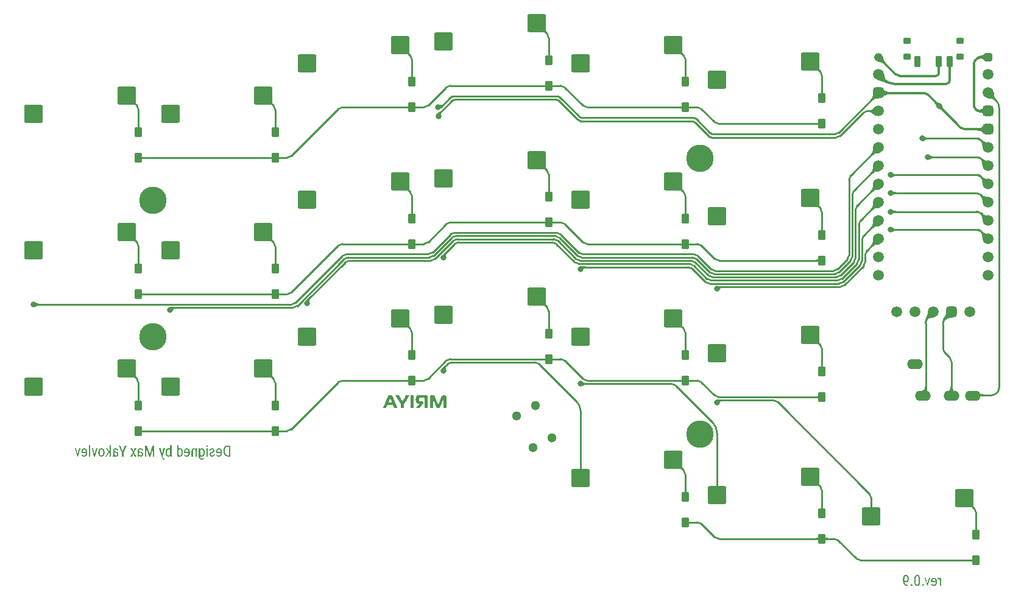
<source format=gbl>
G04 #@! TF.GenerationSoftware,KiCad,Pcbnew,7.0.2*
G04 #@! TF.CreationDate,2023-04-26T23:45:06+03:00*
G04 #@! TF.ProjectId,mriya-left,6d726979-612d-46c6-9566-742e6b696361,0.9*
G04 #@! TF.SameCoordinates,Original*
G04 #@! TF.FileFunction,Copper,L2,Bot*
G04 #@! TF.FilePolarity,Positive*
%FSLAX46Y46*%
G04 Gerber Fmt 4.6, Leading zero omitted, Abs format (unit mm)*
G04 Created by KiCad (PCBNEW 7.0.2) date 2023-04-26 23:45:06*
%MOMM*%
%LPD*%
G01*
G04 APERTURE LIST*
G04 Aperture macros list*
%AMRoundRect*
0 Rectangle with rounded corners*
0 $1 Rounding radius*
0 $2 $3 $4 $5 $6 $7 $8 $9 X,Y pos of 4 corners*
0 Add a 4 corners polygon primitive as box body*
4,1,4,$2,$3,$4,$5,$6,$7,$8,$9,$2,$3,0*
0 Add four circle primitives for the rounded corners*
1,1,$1+$1,$2,$3*
1,1,$1+$1,$4,$5*
1,1,$1+$1,$6,$7*
1,1,$1+$1,$8,$9*
0 Add four rect primitives between the rounded corners*
20,1,$1+$1,$2,$3,$4,$5,0*
20,1,$1+$1,$4,$5,$6,$7,0*
20,1,$1+$1,$6,$7,$8,$9,0*
20,1,$1+$1,$8,$9,$2,$3,0*%
G04 Aperture macros list end*
%ADD10C,0.187500*%
G04 #@! TA.AperFunction,NonConductor*
%ADD11C,0.187500*%
G04 #@! TD*
G04 #@! TA.AperFunction,SMDPad,CuDef*
%ADD12RoundRect,0.200000X1.075000X1.050000X-1.075000X1.050000X-1.075000X-1.050000X1.075000X-1.050000X0*%
G04 #@! TD*
G04 #@! TA.AperFunction,WasherPad*
%ADD13C,3.800000*%
G04 #@! TD*
G04 #@! TA.AperFunction,ComponentPad*
%ADD14C,1.500000*%
G04 #@! TD*
G04 #@! TA.AperFunction,ComponentPad*
%ADD15RoundRect,0.375000X-0.375000X-0.375000X0.375000X-0.375000X0.375000X0.375000X-0.375000X0.375000X0*%
G04 #@! TD*
G04 #@! TA.AperFunction,ComponentPad*
%ADD16C,1.300000*%
G04 #@! TD*
G04 #@! TA.AperFunction,ComponentPad*
%ADD17O,2.200000X1.400000*%
G04 #@! TD*
G04 #@! TA.AperFunction,ComponentPad*
%ADD18O,1.200000X1.200000*%
G04 #@! TD*
G04 #@! TA.AperFunction,ComponentPad*
%ADD19RoundRect,0.300000X-0.300000X-0.300000X0.300000X-0.300000X0.300000X0.300000X-0.300000X0.300000X0*%
G04 #@! TD*
G04 #@! TA.AperFunction,SMDPad,CuDef*
%ADD20RoundRect,0.200000X0.300000X-0.500000X0.300000X0.500000X-0.300000X0.500000X-0.300000X-0.500000X0*%
G04 #@! TD*
G04 #@! TA.AperFunction,SMDPad,CuDef*
%ADD21RoundRect,0.120000X-0.380000X-0.280000X0.380000X-0.280000X0.380000X0.280000X-0.380000X0.280000X0*%
G04 #@! TD*
G04 #@! TA.AperFunction,SMDPad,CuDef*
%ADD22RoundRect,0.120000X-0.280000X-0.680000X0.280000X-0.680000X0.280000X0.680000X-0.280000X0.680000X0*%
G04 #@! TD*
G04 #@! TA.AperFunction,ViaPad*
%ADD23C,0.800000*%
G04 #@! TD*
G04 #@! TA.AperFunction,Conductor*
%ADD24C,0.250000*%
G04 #@! TD*
G04 #@! TA.AperFunction,Conductor*
%ADD25C,0.254000*%
G04 #@! TD*
G04 #@! TA.AperFunction,Conductor*
%ADD26C,0.350000*%
G04 #@! TD*
G04 APERTURE END LIST*
D10*
D11*
G36*
X70241799Y-102122500D02*
G01*
X69906210Y-102122500D01*
X69888823Y-102122341D01*
X69871696Y-102121866D01*
X69854828Y-102121073D01*
X69838221Y-102119964D01*
X69821873Y-102118537D01*
X69805785Y-102116794D01*
X69789956Y-102114733D01*
X69774387Y-102112356D01*
X69759078Y-102109661D01*
X69744029Y-102106650D01*
X69729240Y-102103322D01*
X69714710Y-102099676D01*
X69686430Y-102091434D01*
X69659189Y-102081925D01*
X69632987Y-102071147D01*
X69607823Y-102059101D01*
X69583699Y-102045788D01*
X69560614Y-102031206D01*
X69538568Y-102015357D01*
X69517560Y-101998239D01*
X69497592Y-101979854D01*
X69478663Y-101960200D01*
X69469579Y-101949924D01*
X69452277Y-101928578D01*
X69436128Y-101906172D01*
X69421133Y-101882708D01*
X69407291Y-101858184D01*
X69394603Y-101832602D01*
X69383068Y-101805960D01*
X69377734Y-101792242D01*
X69372687Y-101778259D01*
X69367929Y-101764012D01*
X69363459Y-101749500D01*
X69359278Y-101734723D01*
X69355385Y-101719681D01*
X69351780Y-101704375D01*
X69348464Y-101688804D01*
X69345436Y-101672968D01*
X69342697Y-101656867D01*
X69340246Y-101640502D01*
X69338083Y-101623871D01*
X69336209Y-101606976D01*
X69334623Y-101589817D01*
X69333325Y-101572392D01*
X69332316Y-101554703D01*
X69331595Y-101536749D01*
X69331162Y-101518530D01*
X69331089Y-101509206D01*
X69517497Y-101509206D01*
X69518121Y-101536713D01*
X69519444Y-101563365D01*
X69521464Y-101589160D01*
X69524183Y-101614100D01*
X69527601Y-101638185D01*
X69531717Y-101661413D01*
X69536531Y-101683785D01*
X69542044Y-101705302D01*
X69548255Y-101725963D01*
X69555164Y-101745768D01*
X69562772Y-101764718D01*
X69571078Y-101782811D01*
X69580083Y-101800049D01*
X69589786Y-101816431D01*
X69600187Y-101831957D01*
X69611287Y-101846627D01*
X69623155Y-101860425D01*
X69635862Y-101873332D01*
X69649407Y-101885349D01*
X69663791Y-101896476D01*
X69679014Y-101906712D01*
X69695075Y-101916059D01*
X69711975Y-101924515D01*
X69729714Y-101932082D01*
X69748291Y-101938758D01*
X69767707Y-101944544D01*
X69787961Y-101949440D01*
X69809055Y-101953445D01*
X69830986Y-101956561D01*
X69853757Y-101958786D01*
X69877366Y-101960121D01*
X69901813Y-101960566D01*
X70053488Y-101960566D01*
X70053488Y-100784537D01*
X69884228Y-100784537D01*
X69861556Y-100784971D01*
X69839612Y-100786272D01*
X69818394Y-100788440D01*
X69797903Y-100791475D01*
X69778140Y-100795378D01*
X69759103Y-100800148D01*
X69740793Y-100805785D01*
X69723211Y-100812289D01*
X69706355Y-100819661D01*
X69690227Y-100827900D01*
X69674825Y-100837006D01*
X69660150Y-100846979D01*
X69646203Y-100857820D01*
X69632982Y-100869528D01*
X69620489Y-100882103D01*
X69608722Y-100895546D01*
X69603110Y-100902584D01*
X69592419Y-100917402D01*
X69582441Y-100933207D01*
X69573176Y-100950000D01*
X69564624Y-100967780D01*
X69556785Y-100986547D01*
X69549658Y-101006302D01*
X69543243Y-101027045D01*
X69537542Y-101048775D01*
X69532553Y-101071492D01*
X69528277Y-101095197D01*
X69524713Y-101119890D01*
X69521863Y-101145569D01*
X69519724Y-101172237D01*
X69518299Y-101199892D01*
X69517586Y-101228534D01*
X69517497Y-101243225D01*
X69517497Y-101509206D01*
X69331089Y-101509206D01*
X69331018Y-101500047D01*
X69331018Y-101248354D01*
X69331160Y-101229869D01*
X69331586Y-101211645D01*
X69332296Y-101193682D01*
X69333291Y-101175980D01*
X69334569Y-101158540D01*
X69336131Y-101141360D01*
X69337978Y-101124442D01*
X69340108Y-101107785D01*
X69342523Y-101091389D01*
X69345222Y-101075254D01*
X69348204Y-101059381D01*
X69351471Y-101043769D01*
X69355022Y-101028417D01*
X69358857Y-101013327D01*
X69362976Y-100998499D01*
X69367380Y-100983931D01*
X69372067Y-100969624D01*
X69377038Y-100955579D01*
X69387833Y-100928272D01*
X69399764Y-100902010D01*
X69412832Y-100876792D01*
X69427035Y-100852619D01*
X69442375Y-100829491D01*
X69458852Y-100807408D01*
X69476465Y-100786369D01*
X69485647Y-100776249D01*
X69504701Y-100756971D01*
X69524673Y-100738980D01*
X69545565Y-100722273D01*
X69567375Y-100706851D01*
X69590104Y-100692715D01*
X69613751Y-100679863D01*
X69638318Y-100668297D01*
X69663803Y-100658016D01*
X69690207Y-100649020D01*
X69717530Y-100641309D01*
X69745771Y-100634883D01*
X69760237Y-100632153D01*
X69774932Y-100629743D01*
X69789856Y-100627655D01*
X69805011Y-100625888D01*
X69820395Y-100624442D01*
X69836008Y-100623317D01*
X69851852Y-100622514D01*
X69867925Y-100622032D01*
X69884228Y-100621871D01*
X70241799Y-100621871D01*
X70241799Y-102122500D01*
G37*
G36*
X68714962Y-100997579D02*
G01*
X68738275Y-100999232D01*
X68760918Y-101001987D01*
X68782891Y-101005844D01*
X68804195Y-101010803D01*
X68824828Y-101016864D01*
X68844792Y-101024026D01*
X68864087Y-101032291D01*
X68882711Y-101041658D01*
X68900666Y-101052126D01*
X68917951Y-101063697D01*
X68934566Y-101076369D01*
X68950511Y-101090144D01*
X68965787Y-101105020D01*
X68980393Y-101120998D01*
X68994329Y-101138079D01*
X69007505Y-101156082D01*
X69019832Y-101174921D01*
X69031308Y-101194596D01*
X69041934Y-101215107D01*
X69051710Y-101236453D01*
X69060635Y-101258635D01*
X69068711Y-101281653D01*
X69075937Y-101305507D01*
X69082312Y-101330197D01*
X69087838Y-101355722D01*
X69092513Y-101382083D01*
X69096339Y-101409280D01*
X69099314Y-101437312D01*
X69101439Y-101466181D01*
X69102183Y-101480928D01*
X69102714Y-101495885D01*
X69103033Y-101511050D01*
X69103139Y-101526425D01*
X69103139Y-101660514D01*
X69102438Y-101689878D01*
X69100884Y-101718342D01*
X69098477Y-101745909D01*
X69095217Y-101772576D01*
X69091104Y-101798344D01*
X69086138Y-101823214D01*
X69080319Y-101847185D01*
X69073647Y-101870258D01*
X69066122Y-101892431D01*
X69057745Y-101913706D01*
X69048514Y-101934082D01*
X69038430Y-101953560D01*
X69027494Y-101972138D01*
X69015704Y-101989818D01*
X69003062Y-102006600D01*
X68989566Y-102022482D01*
X68975267Y-102037433D01*
X68960211Y-102051419D01*
X68944401Y-102064441D01*
X68927834Y-102076498D01*
X68910512Y-102087590D01*
X68892434Y-102097718D01*
X68873601Y-102106882D01*
X68854012Y-102115081D01*
X68833667Y-102122315D01*
X68812567Y-102128585D01*
X68790711Y-102133890D01*
X68768099Y-102138230D01*
X68744732Y-102141606D01*
X68720609Y-102144018D01*
X68695731Y-102145465D01*
X68670097Y-102145947D01*
X68655037Y-102145785D01*
X68640219Y-102145299D01*
X68611312Y-102143354D01*
X68583376Y-102140112D01*
X68556409Y-102135574D01*
X68530413Y-102129739D01*
X68505387Y-102122608D01*
X68481332Y-102114180D01*
X68458247Y-102104456D01*
X68436132Y-102093435D01*
X68414987Y-102081118D01*
X68394813Y-102067503D01*
X68375609Y-102052593D01*
X68357375Y-102036385D01*
X68340111Y-102018881D01*
X68323818Y-102000081D01*
X68308495Y-101979984D01*
X68403384Y-101865312D01*
X68410101Y-101873282D01*
X68420296Y-101884727D01*
X68430632Y-101895560D01*
X68444634Y-101909052D01*
X68458888Y-101921457D01*
X68473394Y-101932774D01*
X68488151Y-101943004D01*
X68503161Y-101952146D01*
X68518422Y-101960200D01*
X68522264Y-101962048D01*
X68538007Y-101968855D01*
X68554344Y-101974722D01*
X68571277Y-101979651D01*
X68588805Y-101983641D01*
X68606929Y-101986692D01*
X68625648Y-101988804D01*
X68644962Y-101989978D01*
X68659839Y-101990242D01*
X68667704Y-101990163D01*
X68683088Y-101989527D01*
X68698012Y-101988256D01*
X68719533Y-101985159D01*
X68740018Y-101980631D01*
X68759465Y-101974674D01*
X68777876Y-101967288D01*
X68795250Y-101958471D01*
X68811587Y-101948225D01*
X68826888Y-101936550D01*
X68841151Y-101923444D01*
X68854378Y-101908909D01*
X68862541Y-101898360D01*
X68873798Y-101881104D01*
X68883870Y-101862129D01*
X68889927Y-101848523D01*
X68895457Y-101834154D01*
X68900460Y-101819020D01*
X68904936Y-101803121D01*
X68908886Y-101786459D01*
X68912309Y-101769032D01*
X68915206Y-101750842D01*
X68917576Y-101731886D01*
X68919419Y-101712167D01*
X68920736Y-101691684D01*
X68921526Y-101670436D01*
X68921789Y-101648424D01*
X68921789Y-101622779D01*
X68299336Y-101622779D01*
X68299336Y-101504443D01*
X68299544Y-101488274D01*
X68299937Y-101472375D01*
X68300174Y-101465975D01*
X68481786Y-101465975D01*
X68920690Y-101465975D01*
X68920186Y-101456051D01*
X68918901Y-101436696D01*
X68917246Y-101418000D01*
X68915223Y-101399963D01*
X68912830Y-101382583D01*
X68910068Y-101365862D01*
X68906937Y-101349799D01*
X68903436Y-101334395D01*
X68899566Y-101319649D01*
X68893070Y-101298764D01*
X68885742Y-101279360D01*
X68877583Y-101261438D01*
X68868594Y-101244996D01*
X68858774Y-101230036D01*
X68851722Y-101220808D01*
X68840284Y-101208083D01*
X68827817Y-101196697D01*
X68814318Y-101186651D01*
X68799790Y-101177944D01*
X68784231Y-101170576D01*
X68767641Y-101164549D01*
X68750021Y-101159860D01*
X68731371Y-101156511D01*
X68711691Y-101154502D01*
X68690980Y-101153832D01*
X68678407Y-101154093D01*
X68660316Y-101155460D01*
X68643146Y-101158000D01*
X68626897Y-101161711D01*
X68611569Y-101166595D01*
X68597161Y-101172651D01*
X68583675Y-101179879D01*
X68571109Y-101188278D01*
X68559465Y-101197850D01*
X68548741Y-101208595D01*
X68538938Y-101220511D01*
X68529907Y-101233723D01*
X68521636Y-101248495D01*
X68514125Y-101264824D01*
X68507374Y-101282712D01*
X68501382Y-101302159D01*
X68496151Y-101323164D01*
X68493086Y-101338033D01*
X68490358Y-101353595D01*
X68487968Y-101369850D01*
X68485916Y-101386797D01*
X68484201Y-101404437D01*
X68482825Y-101422770D01*
X68481786Y-101441795D01*
X68481786Y-101465975D01*
X68300174Y-101465975D01*
X68300517Y-101456744D01*
X68301282Y-101441383D01*
X68302234Y-101426290D01*
X68303372Y-101411467D01*
X68306205Y-101382627D01*
X68309783Y-101354863D01*
X68314105Y-101328176D01*
X68319171Y-101302565D01*
X68324982Y-101278030D01*
X68331536Y-101254571D01*
X68338835Y-101232189D01*
X68346878Y-101210882D01*
X68355665Y-101190652D01*
X68365196Y-101171498D01*
X68375471Y-101153420D01*
X68386491Y-101136419D01*
X68398254Y-101120493D01*
X68410732Y-101105542D01*
X68423986Y-101091556D01*
X68438015Y-101078534D01*
X68452820Y-101066477D01*
X68468400Y-101055385D01*
X68484757Y-101045257D01*
X68501888Y-101036093D01*
X68519796Y-101027895D01*
X68538479Y-101020660D01*
X68557938Y-101014391D01*
X68578172Y-101009086D01*
X68599182Y-101004745D01*
X68620968Y-101001369D01*
X68643530Y-100998958D01*
X68666867Y-100997511D01*
X68690980Y-100997028D01*
X68714962Y-100997579D01*
G37*
G36*
X67543527Y-101841132D02*
G01*
X67544609Y-101823436D01*
X67547856Y-101806527D01*
X67553267Y-101790406D01*
X67560843Y-101775072D01*
X67570584Y-101760524D01*
X67582489Y-101746764D01*
X67587857Y-101741481D01*
X67600227Y-101730730D01*
X67615174Y-101719545D01*
X67628074Y-101710870D01*
X67642424Y-101701951D01*
X67658222Y-101692786D01*
X67675469Y-101683378D01*
X67694166Y-101673724D01*
X67707435Y-101667152D01*
X67721348Y-101660472D01*
X67735905Y-101653683D01*
X67751107Y-101646785D01*
X67758949Y-101643295D01*
X67777019Y-101635807D01*
X67794412Y-101628457D01*
X67811126Y-101621244D01*
X67827161Y-101614169D01*
X67842519Y-101607231D01*
X67857197Y-101600430D01*
X67871198Y-101593767D01*
X67884520Y-101587241D01*
X67903232Y-101577710D01*
X67920417Y-101568488D01*
X67936076Y-101559575D01*
X67950208Y-101550971D01*
X67962814Y-101542677D01*
X67966677Y-101539980D01*
X67981229Y-101528995D01*
X67994842Y-101517655D01*
X68007516Y-101505960D01*
X68019251Y-101493910D01*
X68030047Y-101481505D01*
X68039904Y-101468745D01*
X68048823Y-101455631D01*
X68056803Y-101442161D01*
X68063844Y-101428096D01*
X68069946Y-101413379D01*
X68075110Y-101398008D01*
X68079334Y-101381986D01*
X68082620Y-101365310D01*
X68084967Y-101347983D01*
X68086375Y-101330002D01*
X68086845Y-101311369D01*
X68086457Y-101294649D01*
X68085294Y-101278287D01*
X68083354Y-101262283D01*
X68080640Y-101246637D01*
X68077149Y-101231348D01*
X68072883Y-101216418D01*
X68067841Y-101201845D01*
X68062024Y-101187629D01*
X68055431Y-101173772D01*
X68048062Y-101160272D01*
X68039917Y-101147130D01*
X68030997Y-101134346D01*
X68021301Y-101121920D01*
X68010830Y-101109851D01*
X67999583Y-101098141D01*
X67987560Y-101086788D01*
X67974889Y-101075918D01*
X67961789Y-101065750D01*
X67948259Y-101056284D01*
X67934300Y-101047518D01*
X67919912Y-101039454D01*
X67905094Y-101032091D01*
X67889847Y-101025429D01*
X67874170Y-101019468D01*
X67858065Y-101014209D01*
X67841530Y-101009651D01*
X67824565Y-101005794D01*
X67807172Y-101002638D01*
X67789348Y-101000184D01*
X67771096Y-100998431D01*
X67752414Y-100997379D01*
X67733303Y-100997028D01*
X67713175Y-100997396D01*
X67693547Y-100998500D01*
X67674420Y-101000339D01*
X67655794Y-101002913D01*
X67637669Y-101006223D01*
X67620045Y-101010269D01*
X67602922Y-101015050D01*
X67586300Y-101020567D01*
X67570178Y-101026820D01*
X67554558Y-101033808D01*
X67539438Y-101041532D01*
X67524819Y-101049991D01*
X67510701Y-101059186D01*
X67497084Y-101069116D01*
X67483968Y-101079782D01*
X67471353Y-101091184D01*
X67459374Y-101103162D01*
X67448169Y-101115559D01*
X67437736Y-101128373D01*
X67428076Y-101141605D01*
X67419189Y-101155255D01*
X67411075Y-101169323D01*
X67403733Y-101183808D01*
X67397164Y-101198712D01*
X67391368Y-101214033D01*
X67386345Y-101229773D01*
X67382095Y-101245930D01*
X67378617Y-101262505D01*
X67375912Y-101279498D01*
X67373980Y-101296909D01*
X67372821Y-101314738D01*
X67372435Y-101332984D01*
X67553785Y-101332984D01*
X67554575Y-101314735D01*
X67556945Y-101297172D01*
X67560895Y-101280297D01*
X67566424Y-101264108D01*
X67573534Y-101248606D01*
X67582224Y-101233791D01*
X67592494Y-101219663D01*
X67604343Y-101206222D01*
X67617418Y-101193944D01*
X67631362Y-101183302D01*
X67646177Y-101174297D01*
X67661862Y-101166930D01*
X67678417Y-101161200D01*
X67695843Y-101157107D01*
X67714138Y-101154651D01*
X67733303Y-101153832D01*
X67748048Y-101154196D01*
X67766775Y-101155813D01*
X67784438Y-101158724D01*
X67801036Y-101162929D01*
X67816569Y-101168427D01*
X67831038Y-101175219D01*
X67844442Y-101183305D01*
X67856781Y-101192685D01*
X67859699Y-101195232D01*
X67870432Y-101205931D01*
X67879735Y-101217511D01*
X67887606Y-101229973D01*
X67894046Y-101243317D01*
X67899055Y-101257542D01*
X67902632Y-101272649D01*
X67904779Y-101288637D01*
X67905495Y-101305507D01*
X67904681Y-101322162D01*
X67902239Y-101337779D01*
X67898169Y-101352358D01*
X67892471Y-101365900D01*
X67883485Y-101380781D01*
X67872155Y-101394167D01*
X67859324Y-101405114D01*
X67845748Y-101414630D01*
X67829230Y-101424823D01*
X67814911Y-101432910D01*
X67798937Y-101441378D01*
X67781307Y-101450225D01*
X67762022Y-101459453D01*
X67748247Y-101465816D01*
X67733735Y-101472347D01*
X67718488Y-101479048D01*
X67710589Y-101482461D01*
X67685726Y-101492339D01*
X67661879Y-101502188D01*
X67639049Y-101512008D01*
X67617235Y-101521799D01*
X67596436Y-101531563D01*
X67576654Y-101541297D01*
X67557888Y-101551003D01*
X67540138Y-101560680D01*
X67523404Y-101570328D01*
X67507686Y-101579948D01*
X67492984Y-101589540D01*
X67479298Y-101599102D01*
X67466629Y-101608636D01*
X67454975Y-101618142D01*
X67439400Y-101632346D01*
X67434716Y-101637067D01*
X67421622Y-101651506D01*
X67409815Y-101666661D01*
X67399296Y-101682530D01*
X67390066Y-101699114D01*
X67382123Y-101716413D01*
X67375468Y-101734427D01*
X67370102Y-101753155D01*
X67366023Y-101772599D01*
X67363232Y-101792757D01*
X67361730Y-101813630D01*
X67361444Y-101827943D01*
X67361834Y-101845806D01*
X67363006Y-101863217D01*
X67364960Y-101880175D01*
X67367695Y-101896682D01*
X67371211Y-101912736D01*
X67375509Y-101928338D01*
X67380588Y-101943488D01*
X67386448Y-101958185D01*
X67393090Y-101972430D01*
X67400513Y-101986223D01*
X67408717Y-101999564D01*
X67417703Y-102012453D01*
X67427471Y-102024889D01*
X67438019Y-102036873D01*
X67449350Y-102048405D01*
X67461461Y-102059485D01*
X67474185Y-102069955D01*
X67487444Y-102079749D01*
X67501239Y-102088868D01*
X67515568Y-102097312D01*
X67530433Y-102105080D01*
X67545834Y-102112173D01*
X67561769Y-102118590D01*
X67578240Y-102124331D01*
X67595246Y-102129397D01*
X67612787Y-102133788D01*
X67630863Y-102137503D01*
X67649475Y-102140543D01*
X67668621Y-102142907D01*
X67688303Y-102144596D01*
X67708521Y-102145609D01*
X67729273Y-102145947D01*
X67750770Y-102145559D01*
X67771754Y-102144395D01*
X67792226Y-102142456D01*
X67812186Y-102139742D01*
X67831633Y-102136251D01*
X67850569Y-102131985D01*
X67868991Y-102126943D01*
X67886902Y-102121126D01*
X67904300Y-102114533D01*
X67921185Y-102107164D01*
X67937559Y-102099019D01*
X67953420Y-102090099D01*
X67968768Y-102080403D01*
X67983605Y-102069932D01*
X67997929Y-102058685D01*
X68011740Y-102046662D01*
X68024828Y-102034043D01*
X68037071Y-102021005D01*
X68048470Y-102007550D01*
X68059024Y-101993677D01*
X68068734Y-101979386D01*
X68077600Y-101964677D01*
X68085621Y-101949550D01*
X68092798Y-101934005D01*
X68099131Y-101918042D01*
X68104619Y-101901662D01*
X68109263Y-101884864D01*
X68113063Y-101867647D01*
X68116018Y-101850013D01*
X68118129Y-101831961D01*
X68119395Y-101813491D01*
X68119818Y-101794603D01*
X67936269Y-101794603D01*
X67935210Y-101811429D01*
X67933268Y-101827559D01*
X67930444Y-101842994D01*
X67926738Y-101857733D01*
X67922149Y-101871776D01*
X67914659Y-101889419D01*
X67905600Y-101905825D01*
X67894973Y-101920995D01*
X67882777Y-101934928D01*
X67879483Y-101938218D01*
X67865435Y-101950411D01*
X67850036Y-101960979D01*
X67833286Y-101969920D01*
X67815186Y-101977236D01*
X67800724Y-101981656D01*
X67785502Y-101985162D01*
X67769520Y-101987753D01*
X67752778Y-101989429D01*
X67735276Y-101990191D01*
X67729273Y-101990242D01*
X67712621Y-101989888D01*
X67696734Y-101988825D01*
X67681614Y-101987054D01*
X67662646Y-101983591D01*
X67645041Y-101978868D01*
X67628798Y-101972886D01*
X67613917Y-101965645D01*
X67600399Y-101957144D01*
X67591154Y-101949942D01*
X67579991Y-101939426D01*
X67570317Y-101928029D01*
X67562131Y-101915750D01*
X67555433Y-101902589D01*
X67550224Y-101888547D01*
X67546503Y-101873624D01*
X67544271Y-101857818D01*
X67543527Y-101841132D01*
G37*
G36*
X66933530Y-102122500D02*
G01*
X67115613Y-102122500D01*
X67115613Y-100997028D01*
X66933530Y-100997028D01*
X66933530Y-102122500D01*
G37*
G36*
X66918876Y-100701372D02*
G01*
X66919790Y-100718155D01*
X66922533Y-100733882D01*
X66927106Y-100748552D01*
X66933507Y-100762166D01*
X66941738Y-100774724D01*
X66944887Y-100778675D01*
X66955445Y-100789134D01*
X66967883Y-100797429D01*
X66982201Y-100803560D01*
X66998400Y-100807527D01*
X67013335Y-100809179D01*
X67022923Y-100809450D01*
X67038431Y-100808699D01*
X67055364Y-100805814D01*
X67070468Y-100800765D01*
X67083743Y-100793552D01*
X67095189Y-100784175D01*
X67100226Y-100778675D01*
X67108941Y-100766469D01*
X67115854Y-100753207D01*
X67120963Y-100738889D01*
X67124269Y-100723515D01*
X67125771Y-100707084D01*
X67125871Y-100701372D01*
X67124970Y-100684440D01*
X67122265Y-100668537D01*
X67117757Y-100653665D01*
X67111446Y-100639823D01*
X67103331Y-100627012D01*
X67100226Y-100622971D01*
X67089707Y-100612138D01*
X67077385Y-100603548D01*
X67063260Y-100597198D01*
X67047332Y-100593089D01*
X67032681Y-100591377D01*
X67023289Y-100591097D01*
X67007764Y-100591893D01*
X66990762Y-100594950D01*
X66975538Y-100600299D01*
X66962091Y-100607941D01*
X66950422Y-100617876D01*
X66945254Y-100623703D01*
X66936289Y-100636257D01*
X66929180Y-100649738D01*
X66923925Y-100664146D01*
X66920524Y-100679482D01*
X66918979Y-100695745D01*
X66918876Y-100701372D01*
G37*
G36*
X66054989Y-101141376D02*
G01*
X66066389Y-101123896D01*
X66078424Y-101107545D01*
X66091096Y-101092320D01*
X66104402Y-101078224D01*
X66118344Y-101065255D01*
X66132921Y-101053414D01*
X66148134Y-101042701D01*
X66163982Y-101033115D01*
X66180466Y-101024657D01*
X66197584Y-101017327D01*
X66215339Y-101011125D01*
X66233729Y-101006050D01*
X66252754Y-101002103D01*
X66272414Y-100999284D01*
X66292710Y-100997592D01*
X66313642Y-100997028D01*
X66336106Y-100997547D01*
X66357886Y-100999101D01*
X66378982Y-101001691D01*
X66399394Y-101005317D01*
X66419122Y-101009980D01*
X66438166Y-101015679D01*
X66456525Y-101022413D01*
X66474201Y-101030184D01*
X66491192Y-101038991D01*
X66507500Y-101048835D01*
X66523123Y-101059714D01*
X66538063Y-101071629D01*
X66552318Y-101084581D01*
X66565889Y-101098569D01*
X66578776Y-101113592D01*
X66590980Y-101129652D01*
X66602426Y-101146724D01*
X66613133Y-101164783D01*
X66623102Y-101183830D01*
X66632333Y-101203864D01*
X66640825Y-101224886D01*
X66648579Y-101246895D01*
X66655594Y-101269891D01*
X66661871Y-101293875D01*
X66667409Y-101318847D01*
X66672209Y-101344805D01*
X66676271Y-101371752D01*
X66679594Y-101399686D01*
X66682178Y-101428607D01*
X66683194Y-101443438D01*
X66684025Y-101458516D01*
X66684671Y-101473840D01*
X66685132Y-101489412D01*
X66685409Y-101505230D01*
X66685502Y-101521296D01*
X66685502Y-101644028D01*
X66685159Y-101659098D01*
X66684636Y-101673948D01*
X66683046Y-101702984D01*
X66680732Y-101731135D01*
X66677693Y-101758402D01*
X66673931Y-101784785D01*
X66669444Y-101810283D01*
X66664234Y-101834896D01*
X66658299Y-101858626D01*
X66651640Y-101881470D01*
X66644257Y-101903431D01*
X66636150Y-101924507D01*
X66627318Y-101944698D01*
X66617763Y-101964005D01*
X66607483Y-101982428D01*
X66596479Y-101999966D01*
X66584751Y-102016620D01*
X66572319Y-102032281D01*
X66559295Y-102046931D01*
X66545678Y-102060571D01*
X66531468Y-102073201D01*
X66516666Y-102084820D01*
X66501272Y-102095429D01*
X66485285Y-102105027D01*
X66468705Y-102113615D01*
X66451534Y-102121193D01*
X66433769Y-102127760D01*
X66415412Y-102133317D01*
X66396463Y-102137864D01*
X66376921Y-102141400D01*
X66356787Y-102143926D01*
X66336060Y-102145442D01*
X66314741Y-102145947D01*
X66294652Y-102145439D01*
X66275145Y-102143915D01*
X66256218Y-102141374D01*
X66237873Y-102137818D01*
X66220109Y-102133246D01*
X66202925Y-102127657D01*
X66186323Y-102121053D01*
X66170302Y-102113432D01*
X66154862Y-102104795D01*
X66140002Y-102095142D01*
X66125724Y-102084473D01*
X66112027Y-102072788D01*
X66098911Y-102060087D01*
X66086376Y-102046370D01*
X66074422Y-102031637D01*
X66063049Y-102015887D01*
X66063049Y-102162067D01*
X66063654Y-102177462D01*
X66064693Y-102192368D01*
X66068069Y-102220714D01*
X66073177Y-102247105D01*
X66080016Y-102271541D01*
X66088587Y-102294022D01*
X66098889Y-102314549D01*
X66110924Y-102333120D01*
X66124689Y-102349737D01*
X66140187Y-102364399D01*
X66157416Y-102377105D01*
X66176377Y-102387857D01*
X66197069Y-102396654D01*
X66219493Y-102403497D01*
X66243649Y-102408384D01*
X66269536Y-102411316D01*
X66297155Y-102412294D01*
X66314190Y-102411850D01*
X66331038Y-102410519D01*
X66347701Y-102408301D01*
X66364177Y-102405195D01*
X66380467Y-102401203D01*
X66396572Y-102396322D01*
X66412490Y-102390555D01*
X66428222Y-102383900D01*
X66443768Y-102376358D01*
X66459128Y-102367929D01*
X66474303Y-102358613D01*
X66489291Y-102348409D01*
X66504093Y-102337318D01*
X66518708Y-102325339D01*
X66533138Y-102312474D01*
X66547382Y-102298721D01*
X66621754Y-102425483D01*
X66615098Y-102432963D01*
X66604368Y-102443899D01*
X66592743Y-102454494D01*
X66580222Y-102464748D01*
X66566807Y-102474660D01*
X66552496Y-102484231D01*
X66537290Y-102493460D01*
X66521189Y-102502349D01*
X66504193Y-102510896D01*
X66486301Y-102519101D01*
X66467515Y-102526966D01*
X66454771Y-102531934D01*
X66435950Y-102538787D01*
X66417483Y-102544918D01*
X66399371Y-102550327D01*
X66381612Y-102555015D01*
X66364208Y-102558982D01*
X66347158Y-102562228D01*
X66330463Y-102564753D01*
X66314121Y-102566556D01*
X66298134Y-102567638D01*
X66282501Y-102567998D01*
X66259151Y-102567561D01*
X66236453Y-102566247D01*
X66214409Y-102564057D01*
X66193016Y-102560992D01*
X66172277Y-102557050D01*
X66152190Y-102552233D01*
X66132755Y-102546540D01*
X66113973Y-102539972D01*
X66095844Y-102532527D01*
X66078367Y-102524206D01*
X66061543Y-102515010D01*
X66045372Y-102504938D01*
X66029853Y-102493990D01*
X66014986Y-102482166D01*
X66000772Y-102469466D01*
X65987211Y-102455891D01*
X65974346Y-102441541D01*
X65962310Y-102426427D01*
X65951104Y-102410549D01*
X65940729Y-102393907D01*
X65931183Y-102376500D01*
X65922468Y-102358329D01*
X65914582Y-102339394D01*
X65907527Y-102319695D01*
X65901302Y-102299232D01*
X65895906Y-102278004D01*
X65891341Y-102256012D01*
X65887606Y-102233256D01*
X65884701Y-102209736D01*
X65882626Y-102185451D01*
X65881381Y-102160402D01*
X65880966Y-102134590D01*
X65880966Y-101847360D01*
X66063049Y-101847360D01*
X66071831Y-101864041D01*
X66081144Y-101879646D01*
X66090985Y-101894174D01*
X66101357Y-101907627D01*
X66112257Y-101920003D01*
X66123688Y-101931303D01*
X66135647Y-101941527D01*
X66148137Y-101950675D01*
X66161156Y-101958746D01*
X66174704Y-101965741D01*
X66188782Y-101971660D01*
X66203389Y-101976503D01*
X66218526Y-101980270D01*
X66234192Y-101982961D01*
X66250388Y-101984575D01*
X66267114Y-101985113D01*
X66274899Y-101985028D01*
X66290057Y-101984347D01*
X66304666Y-101982984D01*
X66325549Y-101979663D01*
X66345195Y-101974810D01*
X66363605Y-101968423D01*
X66380778Y-101960504D01*
X66396715Y-101951052D01*
X66411415Y-101940068D01*
X66424879Y-101927551D01*
X66437107Y-101913501D01*
X66448097Y-101897918D01*
X66454752Y-101886590D01*
X66463929Y-101868158D01*
X66472140Y-101848001D01*
X66477077Y-101833604D01*
X66481585Y-101818440D01*
X66485664Y-101802509D01*
X66489313Y-101785811D01*
X66492533Y-101768345D01*
X66495324Y-101750113D01*
X66497685Y-101731114D01*
X66499617Y-101711347D01*
X66501120Y-101690814D01*
X66502193Y-101669513D01*
X66502837Y-101647445D01*
X66503052Y-101624610D01*
X66503052Y-101514335D01*
X66502953Y-101503137D01*
X66502432Y-101481290D01*
X66501481Y-101460173D01*
X66500102Y-101439785D01*
X66498293Y-101420127D01*
X66496055Y-101401199D01*
X66493387Y-101383001D01*
X66490290Y-101365533D01*
X66486764Y-101348795D01*
X66482808Y-101332787D01*
X66478423Y-101317508D01*
X66473609Y-101302959D01*
X66465583Y-101282505D01*
X66456590Y-101263693D01*
X66446632Y-101246523D01*
X66443083Y-101241135D01*
X66431617Y-101226000D01*
X66418920Y-101212404D01*
X66404994Y-101200348D01*
X66389837Y-101189830D01*
X66373451Y-101180852D01*
X66355834Y-101173412D01*
X66336987Y-101167512D01*
X66316911Y-101163151D01*
X66295604Y-101160330D01*
X66280716Y-101159304D01*
X66265282Y-101158961D01*
X66249122Y-101159492D01*
X66233431Y-101161085D01*
X66218210Y-101163740D01*
X66203458Y-101167457D01*
X66189175Y-101172235D01*
X66175362Y-101178075D01*
X66162018Y-101184978D01*
X66149144Y-101192942D01*
X66136739Y-101201968D01*
X66124804Y-101212056D01*
X66113338Y-101223205D01*
X66102341Y-101235417D01*
X66091814Y-101248691D01*
X66081756Y-101263026D01*
X66072168Y-101278423D01*
X66063049Y-101294883D01*
X66063049Y-101847360D01*
X65880966Y-101847360D01*
X65880966Y-100997028D01*
X66045829Y-100997028D01*
X66054989Y-101141376D01*
G37*
G36*
X65442794Y-100997028D02*
G01*
X65437665Y-101136980D01*
X65424155Y-101120032D01*
X65410187Y-101104179D01*
X65395762Y-101089418D01*
X65380878Y-101075751D01*
X65365537Y-101063177D01*
X65349737Y-101051697D01*
X65333480Y-101041310D01*
X65316765Y-101032016D01*
X65299591Y-101023816D01*
X65281960Y-101016709D01*
X65263871Y-101010696D01*
X65245324Y-101005775D01*
X65226318Y-101001949D01*
X65206855Y-100999215D01*
X65186934Y-100997575D01*
X65166555Y-100997028D01*
X65148362Y-100997411D01*
X65130737Y-100998557D01*
X65113683Y-101000467D01*
X65097198Y-101003142D01*
X65081283Y-101006581D01*
X65065937Y-101010784D01*
X65051161Y-101015752D01*
X65036954Y-101021483D01*
X65023317Y-101027979D01*
X65010249Y-101035239D01*
X64997751Y-101043263D01*
X64985823Y-101052052D01*
X64974464Y-101061604D01*
X64963675Y-101071921D01*
X64953456Y-101083002D01*
X64943806Y-101094848D01*
X64934725Y-101107457D01*
X64926215Y-101120831D01*
X64918273Y-101134969D01*
X64910902Y-101149871D01*
X64904100Y-101165537D01*
X64897867Y-101181968D01*
X64892204Y-101199163D01*
X64887111Y-101217122D01*
X64882587Y-101235845D01*
X64878633Y-101255332D01*
X64875248Y-101275584D01*
X64872433Y-101296600D01*
X64870188Y-101318380D01*
X64868512Y-101340924D01*
X64867406Y-101364233D01*
X64866869Y-101388306D01*
X64866869Y-102122500D01*
X65048220Y-102122500D01*
X65048220Y-101397465D01*
X65048391Y-101381591D01*
X65048907Y-101366301D01*
X65049765Y-101351595D01*
X65051697Y-101330630D01*
X65054402Y-101310980D01*
X65057880Y-101292643D01*
X65062130Y-101275620D01*
X65067153Y-101259911D01*
X65072949Y-101245515D01*
X65081879Y-101228365D01*
X65092183Y-101213550D01*
X65103770Y-101200756D01*
X65116730Y-101189667D01*
X65131064Y-101180285D01*
X65146772Y-101172609D01*
X65163853Y-101166638D01*
X65182309Y-101162373D01*
X65197052Y-101160294D01*
X65212568Y-101159175D01*
X65223342Y-101158961D01*
X65240160Y-101159666D01*
X65256543Y-101161778D01*
X65272492Y-101165298D01*
X65288005Y-101170227D01*
X65303083Y-101176564D01*
X65317726Y-101184309D01*
X65331934Y-101193463D01*
X65345707Y-101204024D01*
X65358845Y-101215633D01*
X65371330Y-101228113D01*
X65383162Y-101241462D01*
X65394342Y-101255682D01*
X65404869Y-101270771D01*
X65414744Y-101286731D01*
X65423966Y-101303561D01*
X65430455Y-101316754D01*
X65432536Y-101321261D01*
X65432536Y-102122500D01*
X65614985Y-102122500D01*
X65614985Y-100997028D01*
X65442794Y-100997028D01*
G37*
G36*
X64245318Y-100997579D02*
G01*
X64268631Y-100999232D01*
X64291274Y-101001987D01*
X64313247Y-101005844D01*
X64334551Y-101010803D01*
X64355184Y-101016864D01*
X64375148Y-101024026D01*
X64394443Y-101032291D01*
X64413067Y-101041658D01*
X64431022Y-101052126D01*
X64448307Y-101063697D01*
X64464922Y-101076369D01*
X64480867Y-101090144D01*
X64496143Y-101105020D01*
X64510749Y-101120998D01*
X64524685Y-101138079D01*
X64537861Y-101156082D01*
X64550187Y-101174921D01*
X64561664Y-101194596D01*
X64572290Y-101215107D01*
X64582065Y-101236453D01*
X64590991Y-101258635D01*
X64599067Y-101281653D01*
X64606293Y-101305507D01*
X64612668Y-101330197D01*
X64618194Y-101355722D01*
X64622869Y-101382083D01*
X64626695Y-101409280D01*
X64629670Y-101437312D01*
X64631795Y-101466181D01*
X64632539Y-101480928D01*
X64633070Y-101495885D01*
X64633389Y-101511050D01*
X64633495Y-101526425D01*
X64633495Y-101660514D01*
X64632794Y-101689878D01*
X64631240Y-101718342D01*
X64628833Y-101745909D01*
X64625573Y-101772576D01*
X64621460Y-101798344D01*
X64616494Y-101823214D01*
X64610675Y-101847185D01*
X64604003Y-101870258D01*
X64596478Y-101892431D01*
X64588100Y-101913706D01*
X64578870Y-101934082D01*
X64568786Y-101953560D01*
X64557850Y-101972138D01*
X64546060Y-101989818D01*
X64533418Y-102006600D01*
X64519922Y-102022482D01*
X64505623Y-102037433D01*
X64490567Y-102051419D01*
X64474756Y-102064441D01*
X64458190Y-102076498D01*
X64440868Y-102087590D01*
X64422790Y-102097718D01*
X64403957Y-102106882D01*
X64384368Y-102115081D01*
X64364023Y-102122315D01*
X64342923Y-102128585D01*
X64321067Y-102133890D01*
X64298455Y-102138230D01*
X64275088Y-102141606D01*
X64250965Y-102144018D01*
X64226087Y-102145465D01*
X64200453Y-102145947D01*
X64185393Y-102145785D01*
X64170575Y-102145299D01*
X64141668Y-102143354D01*
X64113732Y-102140112D01*
X64086765Y-102135574D01*
X64060769Y-102129739D01*
X64035743Y-102122608D01*
X64011688Y-102114180D01*
X63988603Y-102104456D01*
X63966488Y-102093435D01*
X63945343Y-102081118D01*
X63925169Y-102067503D01*
X63905964Y-102052593D01*
X63887731Y-102036385D01*
X63870467Y-102018881D01*
X63854174Y-102000081D01*
X63838851Y-101979984D01*
X63933739Y-101865312D01*
X63940457Y-101873282D01*
X63950652Y-101884727D01*
X63960988Y-101895560D01*
X63974990Y-101909052D01*
X63989244Y-101921457D01*
X64003749Y-101932774D01*
X64018507Y-101943004D01*
X64033516Y-101952146D01*
X64048778Y-101960200D01*
X64052620Y-101962048D01*
X64068363Y-101968855D01*
X64084700Y-101974722D01*
X64101633Y-101979651D01*
X64119161Y-101983641D01*
X64137285Y-101986692D01*
X64156004Y-101988804D01*
X64175318Y-101989978D01*
X64190194Y-101990242D01*
X64198059Y-101990163D01*
X64213444Y-101989527D01*
X64228368Y-101988256D01*
X64249889Y-101985159D01*
X64270374Y-101980631D01*
X64289821Y-101974674D01*
X64308232Y-101967288D01*
X64325606Y-101958471D01*
X64341943Y-101948225D01*
X64357244Y-101936550D01*
X64371507Y-101923444D01*
X64384734Y-101908909D01*
X64392897Y-101898360D01*
X64404154Y-101881104D01*
X64414226Y-101862129D01*
X64420283Y-101848523D01*
X64425812Y-101834154D01*
X64430816Y-101819020D01*
X64435292Y-101803121D01*
X64439242Y-101786459D01*
X64442665Y-101769032D01*
X64445562Y-101750842D01*
X64447932Y-101731886D01*
X64449775Y-101712167D01*
X64451092Y-101691684D01*
X64451882Y-101670436D01*
X64452145Y-101648424D01*
X64452145Y-101622779D01*
X63829692Y-101622779D01*
X63829692Y-101504443D01*
X63829900Y-101488274D01*
X63830293Y-101472375D01*
X63830530Y-101465975D01*
X64012141Y-101465975D01*
X64451046Y-101465975D01*
X64450542Y-101456051D01*
X64449257Y-101436696D01*
X64447602Y-101418000D01*
X64445579Y-101399963D01*
X64443186Y-101382583D01*
X64440424Y-101365862D01*
X64437292Y-101349799D01*
X64433792Y-101334395D01*
X64429922Y-101319649D01*
X64423425Y-101298764D01*
X64416098Y-101279360D01*
X64407939Y-101261438D01*
X64398950Y-101244996D01*
X64389130Y-101230036D01*
X64382078Y-101220808D01*
X64370640Y-101208083D01*
X64358172Y-101196697D01*
X64344674Y-101186651D01*
X64330146Y-101177944D01*
X64314587Y-101170576D01*
X64297997Y-101164549D01*
X64280377Y-101159860D01*
X64261727Y-101156511D01*
X64242046Y-101154502D01*
X64221335Y-101153832D01*
X64208763Y-101154093D01*
X64190672Y-101155460D01*
X64173502Y-101158000D01*
X64157253Y-101161711D01*
X64141925Y-101166595D01*
X64127517Y-101172651D01*
X64114031Y-101179879D01*
X64101465Y-101188278D01*
X64089821Y-101197850D01*
X64079097Y-101208595D01*
X64069294Y-101220511D01*
X64060263Y-101233723D01*
X64051992Y-101248495D01*
X64044481Y-101264824D01*
X64037730Y-101282712D01*
X64031738Y-101302159D01*
X64026507Y-101323164D01*
X64023441Y-101338033D01*
X64020714Y-101353595D01*
X64018324Y-101369850D01*
X64016272Y-101386797D01*
X64014557Y-101404437D01*
X64013180Y-101422770D01*
X64012141Y-101441795D01*
X64012141Y-101465975D01*
X63830530Y-101465975D01*
X63830873Y-101456744D01*
X63831638Y-101441383D01*
X63832590Y-101426290D01*
X63833728Y-101411467D01*
X63836561Y-101382627D01*
X63840139Y-101354863D01*
X63844461Y-101328176D01*
X63849527Y-101302565D01*
X63855338Y-101278030D01*
X63861892Y-101254571D01*
X63869191Y-101232189D01*
X63877234Y-101210882D01*
X63886021Y-101190652D01*
X63895552Y-101171498D01*
X63905827Y-101153420D01*
X63916847Y-101136419D01*
X63928610Y-101120493D01*
X63941088Y-101105542D01*
X63954342Y-101091556D01*
X63968371Y-101078534D01*
X63983176Y-101066477D01*
X63998756Y-101055385D01*
X64015112Y-101045257D01*
X64032244Y-101036093D01*
X64050152Y-101027895D01*
X64068835Y-101020660D01*
X64088294Y-101014391D01*
X64108528Y-101009086D01*
X64129538Y-101004745D01*
X64151324Y-101001369D01*
X64173886Y-100998958D01*
X64197223Y-100997511D01*
X64221335Y-100997028D01*
X64245318Y-100997579D01*
G37*
G36*
X63031751Y-101125989D02*
G01*
X63043244Y-101110372D01*
X63055284Y-101095764D01*
X63067870Y-101082162D01*
X63081004Y-101069569D01*
X63094684Y-101057982D01*
X63108910Y-101047404D01*
X63123684Y-101037832D01*
X63139004Y-101029269D01*
X63154871Y-101021712D01*
X63171284Y-101015163D01*
X63188244Y-101009622D01*
X63205751Y-101005088D01*
X63223804Y-101001562D01*
X63242404Y-100999043D01*
X63261551Y-100997532D01*
X63281245Y-100997028D01*
X63303448Y-100997552D01*
X63324997Y-100999124D01*
X63345889Y-101001743D01*
X63366127Y-101005409D01*
X63385709Y-101010123D01*
X63404635Y-101015885D01*
X63422906Y-101022694D01*
X63440522Y-101030551D01*
X63457482Y-101039455D01*
X63473786Y-101049407D01*
X63489436Y-101060407D01*
X63504429Y-101072454D01*
X63518768Y-101085548D01*
X63532450Y-101099691D01*
X63545478Y-101114880D01*
X63557850Y-101131118D01*
X63569518Y-101148356D01*
X63580433Y-101166546D01*
X63590595Y-101185690D01*
X63600005Y-101205787D01*
X63608661Y-101226838D01*
X63616565Y-101248841D01*
X63623717Y-101271797D01*
X63630115Y-101295707D01*
X63635761Y-101320570D01*
X63640654Y-101346385D01*
X63644794Y-101373154D01*
X63648181Y-101400876D01*
X63650816Y-101429552D01*
X63651851Y-101444247D01*
X63652698Y-101459180D01*
X63653357Y-101474351D01*
X63653827Y-101489761D01*
X63654109Y-101505409D01*
X63654204Y-101521296D01*
X63654204Y-101634869D01*
X63653972Y-101650011D01*
X63653554Y-101664938D01*
X63652154Y-101694145D01*
X63650005Y-101722491D01*
X63647105Y-101749976D01*
X63643456Y-101776599D01*
X63639057Y-101802360D01*
X63633908Y-101827260D01*
X63628008Y-101851298D01*
X63621360Y-101874475D01*
X63613961Y-101896790D01*
X63605812Y-101918244D01*
X63596913Y-101938837D01*
X63587265Y-101958567D01*
X63576866Y-101977436D01*
X63565718Y-101995444D01*
X63553820Y-102012590D01*
X63541209Y-102028739D01*
X63528014Y-102043846D01*
X63514235Y-102057911D01*
X63499873Y-102070934D01*
X63484926Y-102082915D01*
X63469396Y-102093854D01*
X63453281Y-102103752D01*
X63436583Y-102112608D01*
X63419301Y-102120422D01*
X63401435Y-102127194D01*
X63382985Y-102132924D01*
X63363951Y-102137612D01*
X63344334Y-102141258D01*
X63324132Y-102143863D01*
X63303347Y-102145426D01*
X63281977Y-102145947D01*
X63261441Y-102145403D01*
X63241506Y-102143772D01*
X63222171Y-102141052D01*
X63203438Y-102137246D01*
X63185306Y-102132351D01*
X63167775Y-102126369D01*
X63150845Y-102119300D01*
X63134516Y-102111142D01*
X63118788Y-102101897D01*
X63103661Y-102091565D01*
X63089135Y-102080144D01*
X63075211Y-102067636D01*
X63061887Y-102054041D01*
X63049164Y-102039358D01*
X63037043Y-102023587D01*
X63025522Y-102006728D01*
X63016363Y-102122500D01*
X62849301Y-102122500D01*
X62849301Y-101849192D01*
X63031751Y-101849192D01*
X63040400Y-101865651D01*
X63049588Y-101881048D01*
X63059314Y-101895384D01*
X63069578Y-101908657D01*
X63080380Y-101920869D01*
X63091720Y-101932019D01*
X63103598Y-101942107D01*
X63116014Y-101951133D01*
X63128969Y-101959097D01*
X63142461Y-101965999D01*
X63156492Y-101971839D01*
X63171061Y-101976618D01*
X63186167Y-101980334D01*
X63201812Y-101982989D01*
X63217995Y-101984582D01*
X63234716Y-101985113D01*
X63242502Y-101985028D01*
X63257663Y-101984347D01*
X63272278Y-101982984D01*
X63293174Y-101979663D01*
X63312841Y-101974810D01*
X63331278Y-101968423D01*
X63348484Y-101960504D01*
X63364461Y-101951052D01*
X63379207Y-101940068D01*
X63392724Y-101927551D01*
X63405010Y-101913501D01*
X63416067Y-101897918D01*
X63426019Y-101880638D01*
X63434992Y-101861631D01*
X63440430Y-101848001D01*
X63445433Y-101833604D01*
X63450001Y-101818440D01*
X63454134Y-101802509D01*
X63457832Y-101785811D01*
X63461095Y-101768345D01*
X63463923Y-101750113D01*
X63466316Y-101731114D01*
X63468274Y-101711347D01*
X63469796Y-101690814D01*
X63470884Y-101669513D01*
X63471537Y-101647445D01*
X63471754Y-101624610D01*
X63471754Y-101514335D01*
X63471632Y-101503137D01*
X63471068Y-101481290D01*
X63470078Y-101460173D01*
X63468661Y-101439785D01*
X63466818Y-101420127D01*
X63464548Y-101401199D01*
X63461852Y-101383001D01*
X63458729Y-101365533D01*
X63455180Y-101348795D01*
X63451204Y-101332787D01*
X63446802Y-101317508D01*
X63441974Y-101302959D01*
X63433931Y-101282505D01*
X63424929Y-101263693D01*
X63414968Y-101246523D01*
X63411419Y-101241135D01*
X63399952Y-101226000D01*
X63387256Y-101212404D01*
X63373330Y-101200348D01*
X63358173Y-101189830D01*
X63341786Y-101180852D01*
X63324170Y-101173412D01*
X63305323Y-101167512D01*
X63285246Y-101163151D01*
X63263940Y-101160330D01*
X63249052Y-101159304D01*
X63233617Y-101158961D01*
X63217373Y-101159480D01*
X63201612Y-101161034D01*
X63186335Y-101163624D01*
X63171542Y-101167250D01*
X63157232Y-101171913D01*
X63143406Y-101177612D01*
X63130064Y-101184347D01*
X63117205Y-101192117D01*
X63104830Y-101200924D01*
X63092939Y-101210768D01*
X63081532Y-101221647D01*
X63070608Y-101233562D01*
X63060168Y-101246514D01*
X63050212Y-101260502D01*
X63040739Y-101275525D01*
X63031751Y-101291585D01*
X63031751Y-101849192D01*
X62849301Y-101849192D01*
X62849301Y-100528082D01*
X63031751Y-100528082D01*
X63031751Y-101125989D01*
G37*
G36*
X62092393Y-102122500D02*
G01*
X61926430Y-102122500D01*
X61917271Y-101994272D01*
X61905842Y-102012639D01*
X61893720Y-102029821D01*
X61880906Y-102045818D01*
X61867399Y-102060630D01*
X61853200Y-102074257D01*
X61838308Y-102086699D01*
X61822723Y-102097956D01*
X61806445Y-102108028D01*
X61789475Y-102116915D01*
X61771812Y-102124618D01*
X61753457Y-102131135D01*
X61734409Y-102136467D01*
X61714668Y-102140614D01*
X61694235Y-102143577D01*
X61673109Y-102145354D01*
X61651290Y-102145947D01*
X61629363Y-102145434D01*
X61608093Y-102143897D01*
X61587483Y-102141336D01*
X61567530Y-102137749D01*
X61548236Y-102133138D01*
X61529600Y-102127503D01*
X61511622Y-102120842D01*
X61494303Y-102113157D01*
X61477642Y-102104447D01*
X61461639Y-102094713D01*
X61446295Y-102083954D01*
X61431609Y-102072170D01*
X61417581Y-102059362D01*
X61404212Y-102045529D01*
X61391501Y-102030671D01*
X61379448Y-102014788D01*
X61368090Y-101997894D01*
X61357466Y-101980001D01*
X61347574Y-101961109D01*
X61338415Y-101941218D01*
X61329989Y-101920328D01*
X61322295Y-101898439D01*
X61315334Y-101875551D01*
X61309106Y-101851665D01*
X61303610Y-101826779D01*
X61298848Y-101800895D01*
X61294818Y-101774011D01*
X61291520Y-101746129D01*
X61288956Y-101717248D01*
X61287948Y-101702432D01*
X61287124Y-101687368D01*
X61286483Y-101672053D01*
X61286025Y-101656488D01*
X61285750Y-101640674D01*
X61285705Y-101632670D01*
X61467009Y-101632670D01*
X61467129Y-101643889D01*
X61467675Y-101665768D01*
X61468631Y-101686902D01*
X61469997Y-101707293D01*
X61471771Y-101726939D01*
X61473955Y-101745841D01*
X61476548Y-101763999D01*
X61479551Y-101781413D01*
X61482963Y-101798083D01*
X61486784Y-101814008D01*
X61491014Y-101829189D01*
X61495654Y-101843626D01*
X61503381Y-101863886D01*
X61512028Y-101882472D01*
X61521597Y-101899384D01*
X61525009Y-101904658D01*
X61536069Y-101919476D01*
X61548365Y-101932788D01*
X61561897Y-101944592D01*
X61576666Y-101954890D01*
X61592672Y-101963681D01*
X61609914Y-101970964D01*
X61628392Y-101976741D01*
X61648107Y-101981011D01*
X61669059Y-101983773D01*
X61683713Y-101984778D01*
X61698917Y-101985113D01*
X61716619Y-101984530D01*
X61733728Y-101982783D01*
X61750244Y-101979871D01*
X61766168Y-101975794D01*
X61781500Y-101970551D01*
X61796239Y-101964144D01*
X61810385Y-101956572D01*
X61823939Y-101947835D01*
X61836901Y-101937933D01*
X61849270Y-101926867D01*
X61861046Y-101914635D01*
X61872231Y-101901238D01*
X61882822Y-101886677D01*
X61892821Y-101870950D01*
X61902228Y-101854059D01*
X61911042Y-101836003D01*
X61911042Y-101310270D01*
X61902106Y-101291947D01*
X61892610Y-101274807D01*
X61882552Y-101258849D01*
X61871933Y-101244072D01*
X61860753Y-101230478D01*
X61849012Y-101218066D01*
X61836710Y-101206836D01*
X61823848Y-101196789D01*
X61810424Y-101187923D01*
X61796439Y-101180239D01*
X61781893Y-101173738D01*
X61766786Y-101168418D01*
X61751119Y-101164281D01*
X61734890Y-101161326D01*
X61718100Y-101159553D01*
X61700749Y-101158961D01*
X61685584Y-101159286D01*
X61663839Y-101160992D01*
X61643299Y-101164159D01*
X61623963Y-101168789D01*
X61605831Y-101174880D01*
X61588903Y-101182433D01*
X61573180Y-101191448D01*
X61558661Y-101201924D01*
X61545346Y-101213863D01*
X61533236Y-101227264D01*
X61522330Y-101242126D01*
X61515631Y-101252964D01*
X61506393Y-101270879D01*
X61498127Y-101290784D01*
X61493157Y-101305159D01*
X61488619Y-101320419D01*
X61484513Y-101336564D01*
X61480839Y-101353592D01*
X61477598Y-101371506D01*
X61474788Y-101390303D01*
X61472411Y-101409985D01*
X61470466Y-101430552D01*
X61468954Y-101452003D01*
X61467873Y-101474338D01*
X61467225Y-101497558D01*
X61467009Y-101521662D01*
X61467009Y-101632670D01*
X61285705Y-101632670D01*
X61285659Y-101624610D01*
X61285659Y-101515068D01*
X61285816Y-101498938D01*
X61286149Y-101483065D01*
X61286660Y-101467448D01*
X61287347Y-101452087D01*
X61288211Y-101436983D01*
X61289252Y-101422134D01*
X61291864Y-101393206D01*
X61295183Y-101365302D01*
X61299208Y-101338423D01*
X61303941Y-101312568D01*
X61309381Y-101287739D01*
X61315527Y-101263933D01*
X61322381Y-101241153D01*
X61329941Y-101219397D01*
X61338209Y-101198666D01*
X61347183Y-101178960D01*
X61356865Y-101160278D01*
X61367253Y-101142621D01*
X61378349Y-101125989D01*
X61390157Y-101110372D01*
X61402683Y-101095764D01*
X61415928Y-101082162D01*
X61429892Y-101069569D01*
X61444573Y-101057982D01*
X61459974Y-101047404D01*
X61476092Y-101037832D01*
X61492929Y-101029269D01*
X61510485Y-101021712D01*
X61528758Y-101015163D01*
X61547751Y-101009622D01*
X61567461Y-101005088D01*
X61587890Y-101001562D01*
X61609038Y-100999043D01*
X61630904Y-100997532D01*
X61653488Y-100997028D01*
X61674158Y-100997585D01*
X61694218Y-100999255D01*
X61713668Y-101002039D01*
X61732508Y-101005936D01*
X61750739Y-101010946D01*
X61768361Y-101017070D01*
X61785372Y-101024307D01*
X61801774Y-101032657D01*
X61817566Y-101042121D01*
X61832749Y-101052699D01*
X61847322Y-101064389D01*
X61861285Y-101077194D01*
X61874639Y-101091111D01*
X61887383Y-101106142D01*
X61899518Y-101122286D01*
X61911042Y-101139544D01*
X61911042Y-100528082D01*
X62092393Y-100528082D01*
X62092393Y-102122500D01*
G37*
G36*
X60763956Y-101811823D02*
G01*
X60560990Y-100997028D01*
X60367183Y-100997028D01*
X60732082Y-102274174D01*
X60737389Y-102291901D01*
X60742959Y-102309088D01*
X60748792Y-102325733D01*
X60754888Y-102341837D01*
X60761248Y-102357401D01*
X60767871Y-102372423D01*
X60774758Y-102386904D01*
X60781908Y-102400845D01*
X60789321Y-102414244D01*
X60796997Y-102427103D01*
X60804937Y-102439420D01*
X60817341Y-102456882D01*
X60830336Y-102473127D01*
X60843925Y-102488155D01*
X60848586Y-102492894D01*
X60862852Y-102506316D01*
X60877484Y-102518418D01*
X60892484Y-102529199D01*
X60907851Y-102538661D01*
X60923585Y-102546802D01*
X60939686Y-102553623D01*
X60956154Y-102559124D01*
X60972990Y-102563304D01*
X60990192Y-102566165D01*
X61007761Y-102567705D01*
X61019678Y-102567998D01*
X61036849Y-102567210D01*
X61053129Y-102565278D01*
X61067798Y-102562782D01*
X61083468Y-102559482D01*
X61100141Y-102555376D01*
X61114200Y-102551512D01*
X61114200Y-102396906D01*
X61074266Y-102400936D01*
X61054935Y-102400347D01*
X61036691Y-102398578D01*
X61019535Y-102395630D01*
X61003466Y-102391502D01*
X60988486Y-102386196D01*
X60974592Y-102379710D01*
X60961787Y-102372045D01*
X60950069Y-102363201D01*
X60939158Y-102352903D01*
X60928774Y-102340876D01*
X60918916Y-102327120D01*
X60909586Y-102311635D01*
X60900781Y-102294422D01*
X60894524Y-102280377D01*
X60888563Y-102265360D01*
X60882898Y-102249371D01*
X60877529Y-102232409D01*
X60841259Y-102107112D01*
X61169155Y-100997028D01*
X60970219Y-100997028D01*
X60763956Y-101811823D01*
G37*
G36*
X59446144Y-100621871D02*
G01*
X59054500Y-101846261D01*
X58662857Y-100621871D01*
X58419591Y-100621871D01*
X58419591Y-102122500D01*
X58608268Y-102122500D01*
X58608268Y-101538148D01*
X58590683Y-100952698D01*
X58983425Y-102122500D01*
X59127773Y-102122500D01*
X59518317Y-100956728D01*
X59500732Y-101538148D01*
X59500732Y-102122500D01*
X59689043Y-102122500D01*
X59689043Y-100621871D01*
X59446144Y-100621871D01*
G37*
G36*
X57765143Y-100997196D02*
G01*
X57784459Y-100998075D01*
X57803435Y-100999707D01*
X57822069Y-101002094D01*
X57840362Y-101005233D01*
X57858313Y-101009126D01*
X57875923Y-101013772D01*
X57893192Y-101019172D01*
X57910120Y-101025326D01*
X57926706Y-101032233D01*
X57942951Y-101039893D01*
X57953485Y-101045379D01*
X57968777Y-101054084D01*
X57983457Y-101063363D01*
X57997525Y-101073215D01*
X58010982Y-101083641D01*
X58023826Y-101094639D01*
X58036059Y-101106211D01*
X58047680Y-101118355D01*
X58058689Y-101131073D01*
X58069086Y-101144364D01*
X58078872Y-101158229D01*
X58084994Y-101167691D01*
X58093437Y-101181992D01*
X58100991Y-101196422D01*
X58107657Y-101210981D01*
X58113433Y-101225668D01*
X58118321Y-101240485D01*
X58122321Y-101255430D01*
X58125431Y-101270504D01*
X58127653Y-101285706D01*
X58128986Y-101301038D01*
X58129430Y-101316498D01*
X57946981Y-101316498D01*
X57946180Y-101299210D01*
X57943775Y-101282701D01*
X57939768Y-101266970D01*
X57934158Y-101252018D01*
X57926945Y-101237844D01*
X57918130Y-101224449D01*
X57907711Y-101211832D01*
X57895690Y-101199994D01*
X57889113Y-101194404D01*
X57875237Y-101184306D01*
X57860399Y-101175651D01*
X57844599Y-101168438D01*
X57827838Y-101162668D01*
X57810115Y-101158340D01*
X57791431Y-101155455D01*
X57776786Y-101154238D01*
X57761601Y-101153832D01*
X57750425Y-101153990D01*
X57734343Y-101154816D01*
X57719079Y-101156351D01*
X57700000Y-101159500D01*
X57682374Y-101163907D01*
X57666203Y-101169575D01*
X57651485Y-101176501D01*
X57638222Y-101184687D01*
X57626412Y-101194132D01*
X57616022Y-101205066D01*
X57607018Y-101217717D01*
X57599399Y-101232085D01*
X57593165Y-101248171D01*
X57588316Y-101265974D01*
X57585589Y-101280453D01*
X57583641Y-101295899D01*
X57582472Y-101312310D01*
X57582082Y-101329687D01*
X57582082Y-101442527D01*
X57716171Y-101442527D01*
X57740934Y-101443189D01*
X57765030Y-101444623D01*
X57788458Y-101446829D01*
X57811220Y-101449809D01*
X57833315Y-101453561D01*
X57854743Y-101458086D01*
X57875504Y-101463384D01*
X57895598Y-101469455D01*
X57915026Y-101476299D01*
X57933786Y-101483915D01*
X57951880Y-101492304D01*
X57969306Y-101501466D01*
X57986066Y-101511401D01*
X58002159Y-101522109D01*
X58017585Y-101533589D01*
X58032344Y-101545842D01*
X58046319Y-101558712D01*
X58059392Y-101572134D01*
X58071563Y-101586109D01*
X58082833Y-101600636D01*
X58093202Y-101615716D01*
X58102669Y-101631348D01*
X58111234Y-101647533D01*
X58118897Y-101664269D01*
X58125659Y-101681559D01*
X58131520Y-101699400D01*
X58136479Y-101717794D01*
X58140536Y-101736741D01*
X58143691Y-101756240D01*
X58145945Y-101776291D01*
X58147298Y-101796895D01*
X58147749Y-101818051D01*
X58147417Y-101837286D01*
X58146420Y-101855975D01*
X58144760Y-101874117D01*
X58142436Y-101891713D01*
X58139448Y-101908762D01*
X58135796Y-101925264D01*
X58131480Y-101941219D01*
X58126499Y-101956628D01*
X58120855Y-101971490D01*
X58114547Y-101985806D01*
X58107574Y-101999574D01*
X58099938Y-102012796D01*
X58091638Y-102025472D01*
X58082673Y-102037600D01*
X58073045Y-102049182D01*
X58062752Y-102060218D01*
X58051868Y-102070599D01*
X58040467Y-102080310D01*
X58028547Y-102089352D01*
X58016109Y-102097724D01*
X58003153Y-102105426D01*
X57989680Y-102112459D01*
X57975688Y-102118822D01*
X57961178Y-102124515D01*
X57946149Y-102129538D01*
X57930603Y-102133891D01*
X57914539Y-102137575D01*
X57897957Y-102140589D01*
X57880856Y-102142933D01*
X57863238Y-102144607D01*
X57845102Y-102145612D01*
X57826447Y-102145947D01*
X57807835Y-102145394D01*
X57789645Y-102143737D01*
X57771875Y-102140975D01*
X57754525Y-102137108D01*
X57737597Y-102132137D01*
X57721089Y-102126060D01*
X57705002Y-102118879D01*
X57689335Y-102110593D01*
X57674090Y-102101202D01*
X57659265Y-102090706D01*
X57644861Y-102079105D01*
X57630877Y-102066400D01*
X57617315Y-102052590D01*
X57604173Y-102037675D01*
X57591452Y-102021655D01*
X57579151Y-102004530D01*
X57578684Y-102009659D01*
X57577176Y-102024486D01*
X57574915Y-102042953D01*
X57572368Y-102059931D01*
X57569534Y-102075422D01*
X57565590Y-102092692D01*
X57561198Y-102107636D01*
X57555338Y-102122500D01*
X57365927Y-102122500D01*
X57365927Y-102106013D01*
X57368002Y-102100118D01*
X57373844Y-102082033D01*
X57379113Y-102063350D01*
X57383809Y-102044067D01*
X57387932Y-102024186D01*
X57391481Y-102003706D01*
X57394457Y-101982627D01*
X57396861Y-101960949D01*
X57398144Y-101946164D01*
X57399173Y-101931113D01*
X57399948Y-101915796D01*
X57400467Y-101900212D01*
X57400732Y-101884363D01*
X57400732Y-101577349D01*
X57582082Y-101577349D01*
X57582082Y-101847726D01*
X57589558Y-101861625D01*
X57598065Y-101874929D01*
X57607602Y-101887637D01*
X57618169Y-101899750D01*
X57629767Y-101911268D01*
X57642395Y-101922190D01*
X57656053Y-101932517D01*
X57670742Y-101942248D01*
X57686044Y-101951093D01*
X57701540Y-101958758D01*
X57717230Y-101965243D01*
X57733116Y-101970550D01*
X57749196Y-101974677D01*
X57765470Y-101977625D01*
X57781940Y-101979394D01*
X57798603Y-101979984D01*
X57804208Y-101979941D01*
X57820414Y-101979303D01*
X57835704Y-101977898D01*
X57854669Y-101974832D01*
X57872009Y-101970404D01*
X57887722Y-101964614D01*
X57901810Y-101957461D01*
X57914272Y-101948946D01*
X57927564Y-101936386D01*
X57936494Y-101924663D01*
X57944233Y-101911290D01*
X57950782Y-101896270D01*
X57956140Y-101879600D01*
X57960307Y-101861282D01*
X57962652Y-101846461D01*
X57964326Y-101830713D01*
X57965331Y-101814038D01*
X57965666Y-101796435D01*
X57965372Y-101783790D01*
X57963832Y-101765488D01*
X57960971Y-101747984D01*
X57956791Y-101731278D01*
X57951290Y-101715371D01*
X57944469Y-101700263D01*
X57936328Y-101685954D01*
X57926866Y-101672442D01*
X57916085Y-101659730D01*
X57903983Y-101647816D01*
X57890561Y-101636700D01*
X57875933Y-101626467D01*
X57860353Y-101617200D01*
X57843819Y-101608899D01*
X57826333Y-101601564D01*
X57807893Y-101595195D01*
X57788500Y-101589792D01*
X57768154Y-101585354D01*
X57746854Y-101581883D01*
X57732125Y-101580106D01*
X57716973Y-101578758D01*
X57701397Y-101577839D01*
X57685397Y-101577349D01*
X57582082Y-101577349D01*
X57400732Y-101577349D01*
X57400732Y-101326756D01*
X57401346Y-101306907D01*
X57402638Y-101287658D01*
X57404609Y-101269011D01*
X57407258Y-101250965D01*
X57410585Y-101233519D01*
X57414591Y-101216675D01*
X57419275Y-101200432D01*
X57424637Y-101184790D01*
X57430678Y-101169749D01*
X57437397Y-101155309D01*
X57444794Y-101141470D01*
X57452870Y-101128233D01*
X57461624Y-101115596D01*
X57471057Y-101103560D01*
X57481167Y-101092126D01*
X57491957Y-101081292D01*
X57503405Y-101071088D01*
X57515495Y-101061543D01*
X57528227Y-101052656D01*
X57541599Y-101044427D01*
X57555612Y-101036856D01*
X57570267Y-101029944D01*
X57585563Y-101023690D01*
X57601499Y-101018094D01*
X57618077Y-101013157D01*
X57635297Y-101008878D01*
X57653157Y-101005257D01*
X57671658Y-101002295D01*
X57690801Y-100999991D01*
X57710584Y-100998345D01*
X57731009Y-100997358D01*
X57752075Y-100997028D01*
X57765143Y-100997196D01*
G37*
G36*
X56801360Y-101407723D02*
G01*
X56610850Y-100997028D01*
X56399825Y-100997028D01*
X56702442Y-101553536D01*
X56392497Y-102122500D01*
X56601691Y-102122500D01*
X56798429Y-101701181D01*
X56996266Y-102122500D01*
X57206559Y-102122500D01*
X56896248Y-101553536D01*
X57198132Y-100997028D01*
X56988938Y-100997028D01*
X56801360Y-101407723D01*
G37*
G36*
X55305128Y-101375116D02*
G01*
X54998115Y-100621871D01*
X54784891Y-100621871D01*
X55211705Y-101562695D01*
X55211705Y-102122500D01*
X55400017Y-102122500D01*
X55400017Y-101562695D01*
X55826831Y-100621871D01*
X55612508Y-100621871D01*
X55305128Y-101375116D01*
G37*
G36*
X54331577Y-100997196D02*
G01*
X54350893Y-100998075D01*
X54369869Y-100999707D01*
X54388503Y-101002094D01*
X54406796Y-101005233D01*
X54424747Y-101009126D01*
X54442357Y-101013772D01*
X54459626Y-101019172D01*
X54476554Y-101025326D01*
X54493140Y-101032233D01*
X54509385Y-101039893D01*
X54519919Y-101045379D01*
X54535211Y-101054084D01*
X54549891Y-101063363D01*
X54563959Y-101073215D01*
X54577416Y-101083641D01*
X54590260Y-101094639D01*
X54602493Y-101106211D01*
X54614114Y-101118355D01*
X54625123Y-101131073D01*
X54635521Y-101144364D01*
X54645306Y-101158229D01*
X54651428Y-101167691D01*
X54659871Y-101181992D01*
X54667425Y-101196422D01*
X54674091Y-101210981D01*
X54679867Y-101225668D01*
X54684755Y-101240485D01*
X54688755Y-101255430D01*
X54691865Y-101270504D01*
X54694087Y-101285706D01*
X54695420Y-101301038D01*
X54695864Y-101316498D01*
X54513415Y-101316498D01*
X54512614Y-101299210D01*
X54510209Y-101282701D01*
X54506202Y-101266970D01*
X54500592Y-101252018D01*
X54493379Y-101237844D01*
X54484564Y-101224449D01*
X54474145Y-101211832D01*
X54462124Y-101199994D01*
X54455547Y-101194404D01*
X54441671Y-101184306D01*
X54426833Y-101175651D01*
X54411033Y-101168438D01*
X54394272Y-101162668D01*
X54376549Y-101158340D01*
X54357865Y-101155455D01*
X54343220Y-101154238D01*
X54328035Y-101153832D01*
X54316859Y-101153990D01*
X54300777Y-101154816D01*
X54285514Y-101156351D01*
X54266434Y-101159500D01*
X54248808Y-101163907D01*
X54232637Y-101169575D01*
X54217919Y-101176501D01*
X54204656Y-101184687D01*
X54192846Y-101194132D01*
X54182456Y-101205066D01*
X54173452Y-101217717D01*
X54165833Y-101232085D01*
X54159599Y-101248171D01*
X54154750Y-101265974D01*
X54152023Y-101280453D01*
X54150075Y-101295899D01*
X54148906Y-101312310D01*
X54148516Y-101329687D01*
X54148516Y-101442527D01*
X54282605Y-101442527D01*
X54307368Y-101443189D01*
X54331464Y-101444623D01*
X54354892Y-101446829D01*
X54377654Y-101449809D01*
X54399749Y-101453561D01*
X54421177Y-101458086D01*
X54441938Y-101463384D01*
X54462032Y-101469455D01*
X54481460Y-101476299D01*
X54500220Y-101483915D01*
X54518314Y-101492304D01*
X54535740Y-101501466D01*
X54552500Y-101511401D01*
X54568593Y-101522109D01*
X54584019Y-101533589D01*
X54598778Y-101545842D01*
X54612753Y-101558712D01*
X54625826Y-101572134D01*
X54637997Y-101586109D01*
X54649267Y-101600636D01*
X54659636Y-101615716D01*
X54669103Y-101631348D01*
X54677668Y-101647533D01*
X54685331Y-101664269D01*
X54692093Y-101681559D01*
X54697954Y-101699400D01*
X54702913Y-101717794D01*
X54706970Y-101736741D01*
X54710125Y-101756240D01*
X54712379Y-101776291D01*
X54713732Y-101796895D01*
X54714183Y-101818051D01*
X54713851Y-101837286D01*
X54712855Y-101855975D01*
X54711194Y-101874117D01*
X54708870Y-101891713D01*
X54705882Y-101908762D01*
X54702230Y-101925264D01*
X54697914Y-101941219D01*
X54692933Y-101956628D01*
X54687289Y-101971490D01*
X54680981Y-101985806D01*
X54674008Y-101999574D01*
X54666372Y-102012796D01*
X54658072Y-102025472D01*
X54649107Y-102037600D01*
X54639479Y-102049182D01*
X54629186Y-102060218D01*
X54618302Y-102070599D01*
X54606901Y-102080310D01*
X54594981Y-102089352D01*
X54582543Y-102097724D01*
X54569587Y-102105426D01*
X54556114Y-102112459D01*
X54542122Y-102118822D01*
X54527612Y-102124515D01*
X54512584Y-102129538D01*
X54497037Y-102133891D01*
X54480973Y-102137575D01*
X54464391Y-102140589D01*
X54447291Y-102142933D01*
X54429672Y-102144607D01*
X54411536Y-102145612D01*
X54392881Y-102145947D01*
X54374270Y-102145394D01*
X54356079Y-102143737D01*
X54338309Y-102140975D01*
X54320959Y-102137108D01*
X54304031Y-102132137D01*
X54287523Y-102126060D01*
X54271436Y-102118879D01*
X54255769Y-102110593D01*
X54240524Y-102101202D01*
X54225699Y-102090706D01*
X54211295Y-102079105D01*
X54197311Y-102066400D01*
X54183749Y-102052590D01*
X54170607Y-102037675D01*
X54157886Y-102021655D01*
X54145585Y-102004530D01*
X54145118Y-102009659D01*
X54143610Y-102024486D01*
X54141349Y-102042953D01*
X54138802Y-102059931D01*
X54135968Y-102075422D01*
X54132024Y-102092692D01*
X54127632Y-102107636D01*
X54121772Y-102122500D01*
X53932361Y-102122500D01*
X53932361Y-102106013D01*
X53934436Y-102100118D01*
X53940278Y-102082033D01*
X53945547Y-102063350D01*
X53950243Y-102044067D01*
X53954366Y-102024186D01*
X53957915Y-102003706D01*
X53960892Y-101982627D01*
X53963295Y-101960949D01*
X53964578Y-101946164D01*
X53965607Y-101931113D01*
X53966382Y-101915796D01*
X53966901Y-101900212D01*
X53967166Y-101884363D01*
X53967166Y-101577349D01*
X54148516Y-101577349D01*
X54148516Y-101847726D01*
X54155992Y-101861625D01*
X54164499Y-101874929D01*
X54174036Y-101887637D01*
X54184603Y-101899750D01*
X54196201Y-101911268D01*
X54208829Y-101922190D01*
X54222487Y-101932517D01*
X54237176Y-101942248D01*
X54252478Y-101951093D01*
X54267974Y-101958758D01*
X54283665Y-101965243D01*
X54299550Y-101970550D01*
X54315630Y-101974677D01*
X54331904Y-101977625D01*
X54348374Y-101979394D01*
X54365037Y-101979984D01*
X54370642Y-101979941D01*
X54386848Y-101979303D01*
X54402138Y-101977898D01*
X54421103Y-101974832D01*
X54438443Y-101970404D01*
X54454156Y-101964614D01*
X54468244Y-101957461D01*
X54480706Y-101948946D01*
X54493998Y-101936386D01*
X54502928Y-101924663D01*
X54510667Y-101911290D01*
X54517216Y-101896270D01*
X54522574Y-101879600D01*
X54526741Y-101861282D01*
X54529086Y-101846461D01*
X54530760Y-101830713D01*
X54531765Y-101814038D01*
X54532100Y-101796435D01*
X54531806Y-101783790D01*
X54530266Y-101765488D01*
X54527406Y-101747984D01*
X54523225Y-101731278D01*
X54517724Y-101715371D01*
X54510903Y-101700263D01*
X54502762Y-101685954D01*
X54493300Y-101672442D01*
X54482519Y-101659730D01*
X54470417Y-101647816D01*
X54456995Y-101636700D01*
X54442368Y-101626467D01*
X54426787Y-101617200D01*
X54410253Y-101608899D01*
X54392767Y-101601564D01*
X54374327Y-101595195D01*
X54354934Y-101589792D01*
X54334588Y-101585354D01*
X54313289Y-101581883D01*
X54298560Y-101580106D01*
X54283407Y-101578758D01*
X54267831Y-101577839D01*
X54251831Y-101577349D01*
X54148516Y-101577349D01*
X53967166Y-101577349D01*
X53967166Y-101326756D01*
X53967780Y-101306907D01*
X53969072Y-101287658D01*
X53971043Y-101269011D01*
X53973692Y-101250965D01*
X53977019Y-101233519D01*
X53981025Y-101216675D01*
X53985709Y-101200432D01*
X53991071Y-101184790D01*
X53997112Y-101169749D01*
X54003831Y-101155309D01*
X54011228Y-101141470D01*
X54019304Y-101128233D01*
X54028058Y-101115596D01*
X54037491Y-101103560D01*
X54047601Y-101092126D01*
X54058391Y-101081292D01*
X54069839Y-101071088D01*
X54081929Y-101061543D01*
X54094661Y-101052656D01*
X54108033Y-101044427D01*
X54122046Y-101036856D01*
X54136701Y-101029944D01*
X54151997Y-101023690D01*
X54167933Y-101018094D01*
X54184511Y-101013157D01*
X54201731Y-101008878D01*
X54219591Y-101005257D01*
X54238092Y-101002295D01*
X54257235Y-100999991D01*
X54277018Y-100998345D01*
X54297443Y-100997358D01*
X54318509Y-100997028D01*
X54331577Y-100997196D01*
G37*
G36*
X53410292Y-101608490D02*
G01*
X53507012Y-101720598D01*
X53507012Y-102122500D01*
X53689462Y-102122500D01*
X53689462Y-100528082D01*
X53507012Y-100528082D01*
X53507012Y-101482095D01*
X53159699Y-100997028D01*
X52941346Y-100997028D01*
X53295987Y-101467074D01*
X52894818Y-102122500D01*
X53107309Y-102122500D01*
X53410292Y-101608490D01*
G37*
G36*
X52377627Y-100997579D02*
G01*
X52400964Y-100999232D01*
X52423709Y-101001987D01*
X52445861Y-101005844D01*
X52467421Y-101010803D01*
X52488388Y-101016864D01*
X52508763Y-101024026D01*
X52528545Y-101032291D01*
X52547735Y-101041658D01*
X52566332Y-101052126D01*
X52584337Y-101063697D01*
X52601749Y-101076369D01*
X52618569Y-101090144D01*
X52634796Y-101105020D01*
X52650431Y-101120998D01*
X52665474Y-101138079D01*
X52679759Y-101156058D01*
X52693123Y-101174824D01*
X52705565Y-101194377D01*
X52717085Y-101214718D01*
X52727684Y-101235845D01*
X52737361Y-101257760D01*
X52746117Y-101280461D01*
X52753951Y-101303950D01*
X52760863Y-101328226D01*
X52766853Y-101353289D01*
X52771922Y-101379139D01*
X52776070Y-101405776D01*
X52779296Y-101433201D01*
X52781600Y-101461412D01*
X52782982Y-101490411D01*
X52783328Y-101505205D01*
X52783443Y-101520197D01*
X52783443Y-101641097D01*
X52782498Y-101669801D01*
X52780672Y-101697752D01*
X52777965Y-101724950D01*
X52774375Y-101751395D01*
X52769905Y-101777088D01*
X52764552Y-101802028D01*
X52758318Y-101826215D01*
X52751203Y-101849650D01*
X52743206Y-101872331D01*
X52734327Y-101894260D01*
X52724567Y-101915436D01*
X52713925Y-101935860D01*
X52702402Y-101955530D01*
X52689997Y-101974448D01*
X52676711Y-101992613D01*
X52662543Y-102010026D01*
X52647589Y-102026485D01*
X52632037Y-102041882D01*
X52615887Y-102056218D01*
X52599139Y-102069491D01*
X52581792Y-102081703D01*
X52563848Y-102092853D01*
X52545305Y-102102941D01*
X52526164Y-102111967D01*
X52506424Y-102119931D01*
X52486087Y-102126833D01*
X52465151Y-102132673D01*
X52443617Y-102137452D01*
X52421485Y-102141168D01*
X52398755Y-102143823D01*
X52375426Y-102145416D01*
X52351499Y-102145947D01*
X52327351Y-102145399D01*
X52303815Y-102143754D01*
X52280891Y-102141014D01*
X52258580Y-102137177D01*
X52236882Y-102132244D01*
X52215796Y-102126215D01*
X52195322Y-102119089D01*
X52175461Y-102110867D01*
X52156213Y-102101549D01*
X52137577Y-102091135D01*
X52119554Y-102079625D01*
X52102143Y-102067018D01*
X52085344Y-102053315D01*
X52069159Y-102038516D01*
X52053585Y-102022621D01*
X52038624Y-102005629D01*
X52024383Y-101987697D01*
X52011061Y-101968981D01*
X51998658Y-101949481D01*
X51987173Y-101929197D01*
X51976607Y-101908128D01*
X51966960Y-101886275D01*
X51958232Y-101863637D01*
X51950422Y-101840216D01*
X51943531Y-101816010D01*
X51937559Y-101791020D01*
X51932506Y-101765246D01*
X51928372Y-101738687D01*
X51925156Y-101711344D01*
X51922859Y-101683217D01*
X51921481Y-101654306D01*
X51921266Y-101645127D01*
X52103471Y-101645127D01*
X52104134Y-101666360D01*
X52105255Y-101686918D01*
X52106834Y-101706803D01*
X52108869Y-101726013D01*
X52111362Y-101744550D01*
X52114311Y-101762412D01*
X52117719Y-101779600D01*
X52121583Y-101796115D01*
X52125905Y-101811955D01*
X52130683Y-101827121D01*
X52135919Y-101841613D01*
X52147763Y-101868575D01*
X52161436Y-101892841D01*
X52176938Y-101914411D01*
X52194269Y-101933285D01*
X52213428Y-101949462D01*
X52234417Y-101962943D01*
X52257235Y-101973728D01*
X52281881Y-101981816D01*
X52308357Y-101987209D01*
X52336661Y-101989905D01*
X52351499Y-101990242D01*
X52365649Y-101989861D01*
X52386181Y-101987863D01*
X52405882Y-101984151D01*
X52424752Y-101978727D01*
X52442791Y-101971589D01*
X52460000Y-101962738D01*
X52476378Y-101952174D01*
X52491925Y-101939898D01*
X52506642Y-101925908D01*
X52520528Y-101910205D01*
X52533582Y-101892789D01*
X52541746Y-101880321D01*
X52549382Y-101867281D01*
X52556492Y-101853668D01*
X52563075Y-101839483D01*
X52569131Y-101824725D01*
X52574661Y-101809395D01*
X52579664Y-101793493D01*
X52584141Y-101777018D01*
X52588091Y-101759971D01*
X52591514Y-101742351D01*
X52594410Y-101724158D01*
X52596780Y-101705394D01*
X52598624Y-101686057D01*
X52599940Y-101666147D01*
X52600730Y-101645665D01*
X52600993Y-101624610D01*
X52600993Y-101519464D01*
X52600730Y-101498671D01*
X52599940Y-101478425D01*
X52598624Y-101458726D01*
X52596780Y-101439574D01*
X52594410Y-101420968D01*
X52591514Y-101402909D01*
X52588091Y-101385396D01*
X52584141Y-101368430D01*
X52579664Y-101352011D01*
X52574661Y-101336139D01*
X52569131Y-101320813D01*
X52563075Y-101306034D01*
X52556492Y-101291801D01*
X52549382Y-101278116D01*
X52541746Y-101264977D01*
X52533582Y-101252384D01*
X52524980Y-101240450D01*
X52511416Y-101223993D01*
X52497061Y-101209268D01*
X52481913Y-101196275D01*
X52465973Y-101185015D01*
X52449240Y-101175487D01*
X52431716Y-101167691D01*
X52413400Y-101161628D01*
X52394291Y-101157297D01*
X52374390Y-101154699D01*
X52353698Y-101153832D01*
X52332674Y-101154699D01*
X52312469Y-101157297D01*
X52293081Y-101161628D01*
X52274511Y-101167691D01*
X52256760Y-101175487D01*
X52239826Y-101185015D01*
X52223709Y-101196275D01*
X52208411Y-101209268D01*
X52193931Y-101223993D01*
X52180268Y-101240450D01*
X52171615Y-101252384D01*
X52163363Y-101264981D01*
X52155643Y-101278133D01*
X52148456Y-101291840D01*
X52141802Y-101306103D01*
X52135679Y-101320920D01*
X52130089Y-101336293D01*
X52125032Y-101352221D01*
X52120507Y-101368705D01*
X52116514Y-101385744D01*
X52113054Y-101403338D01*
X52110125Y-101421487D01*
X52107730Y-101440192D01*
X52105866Y-101459452D01*
X52104536Y-101479267D01*
X52103737Y-101499637D01*
X52103471Y-101520563D01*
X52103471Y-101645127D01*
X51921266Y-101645127D01*
X51921136Y-101639556D01*
X51921021Y-101624610D01*
X51921021Y-101508107D01*
X51921837Y-101478912D01*
X51923552Y-101450496D01*
X51926165Y-101422858D01*
X51929677Y-101395999D01*
X51934087Y-101369919D01*
X51939397Y-101344617D01*
X51945605Y-101320093D01*
X51952712Y-101296348D01*
X51960718Y-101273382D01*
X51969622Y-101251194D01*
X51979425Y-101229784D01*
X51990127Y-101209153D01*
X52001727Y-101189301D01*
X52014227Y-101170227D01*
X52027625Y-101151932D01*
X52041922Y-101134415D01*
X52056964Y-101117778D01*
X52072599Y-101102215D01*
X52088826Y-101087725D01*
X52105646Y-101074308D01*
X52123058Y-101061965D01*
X52141063Y-101050695D01*
X52159661Y-101040498D01*
X52178850Y-101031375D01*
X52198632Y-101023325D01*
X52219007Y-101016348D01*
X52239974Y-101010445D01*
X52261534Y-101005615D01*
X52283686Y-101001858D01*
X52306431Y-100999175D01*
X52329768Y-100997565D01*
X52353698Y-100997028D01*
X52377627Y-100997579D01*
G37*
G36*
X51391259Y-101842597D02*
G01*
X51180233Y-100997028D01*
X50994486Y-100997028D01*
X51325313Y-102122500D01*
X51461601Y-102122500D01*
X51796458Y-100997028D01*
X51610711Y-100997028D01*
X51391259Y-101842597D01*
G37*
G36*
X50612735Y-102122500D02*
G01*
X50794818Y-102122500D01*
X50794818Y-100528082D01*
X50612735Y-100528082D01*
X50612735Y-102122500D01*
G37*
G36*
X49974697Y-100997579D02*
G01*
X49998010Y-100999232D01*
X50020653Y-101001987D01*
X50042626Y-101005844D01*
X50063930Y-101010803D01*
X50084563Y-101016864D01*
X50104527Y-101024026D01*
X50123821Y-101032291D01*
X50142446Y-101041658D01*
X50160401Y-101052126D01*
X50177686Y-101063697D01*
X50194301Y-101076369D01*
X50210246Y-101090144D01*
X50225522Y-101105020D01*
X50240128Y-101120998D01*
X50254064Y-101138079D01*
X50267240Y-101156082D01*
X50279566Y-101174921D01*
X50291042Y-101194596D01*
X50301668Y-101215107D01*
X50311444Y-101236453D01*
X50320370Y-101258635D01*
X50328446Y-101281653D01*
X50335672Y-101305507D01*
X50342047Y-101330197D01*
X50347573Y-101355722D01*
X50352248Y-101382083D01*
X50356074Y-101409280D01*
X50359049Y-101437312D01*
X50361174Y-101466181D01*
X50361918Y-101480928D01*
X50362449Y-101495885D01*
X50362768Y-101511050D01*
X50362874Y-101526425D01*
X50362874Y-101660514D01*
X50362173Y-101689878D01*
X50360619Y-101718342D01*
X50358212Y-101745909D01*
X50354952Y-101772576D01*
X50350839Y-101798344D01*
X50345873Y-101823214D01*
X50340054Y-101847185D01*
X50333382Y-101870258D01*
X50325857Y-101892431D01*
X50317479Y-101913706D01*
X50308249Y-101934082D01*
X50298165Y-101953560D01*
X50287229Y-101972138D01*
X50275439Y-101989818D01*
X50262797Y-102006600D01*
X50249301Y-102022482D01*
X50235002Y-102037433D01*
X50219946Y-102051419D01*
X50204135Y-102064441D01*
X50187569Y-102076498D01*
X50170247Y-102087590D01*
X50152169Y-102097718D01*
X50133335Y-102106882D01*
X50113746Y-102115081D01*
X50093402Y-102122315D01*
X50072301Y-102128585D01*
X50050446Y-102133890D01*
X50027834Y-102138230D01*
X50004467Y-102141606D01*
X49980344Y-102144018D01*
X49955466Y-102145465D01*
X49929832Y-102145947D01*
X49914772Y-102145785D01*
X49899954Y-102145299D01*
X49871047Y-102143354D01*
X49843111Y-102140112D01*
X49816144Y-102135574D01*
X49790148Y-102129739D01*
X49765122Y-102122608D01*
X49741067Y-102114180D01*
X49717981Y-102104456D01*
X49695867Y-102093435D01*
X49674722Y-102081118D01*
X49654547Y-102067503D01*
X49635343Y-102052593D01*
X49617110Y-102036385D01*
X49599846Y-102018881D01*
X49583553Y-102000081D01*
X49568230Y-101979984D01*
X49663118Y-101865312D01*
X49669836Y-101873282D01*
X49680031Y-101884727D01*
X49690367Y-101895560D01*
X49704369Y-101909052D01*
X49718623Y-101921457D01*
X49733128Y-101932774D01*
X49747886Y-101943004D01*
X49762895Y-101952146D01*
X49778157Y-101960200D01*
X49781999Y-101962048D01*
X49797742Y-101968855D01*
X49814079Y-101974722D01*
X49831012Y-101979651D01*
X49848540Y-101983641D01*
X49866664Y-101986692D01*
X49885383Y-101988804D01*
X49904697Y-101989978D01*
X49919573Y-101990242D01*
X49927438Y-101990163D01*
X49942823Y-101989527D01*
X49957746Y-101988256D01*
X49979268Y-101985159D01*
X49999752Y-101980631D01*
X50019200Y-101974674D01*
X50037611Y-101967288D01*
X50054985Y-101958471D01*
X50071322Y-101948225D01*
X50086623Y-101936550D01*
X50100886Y-101923444D01*
X50114113Y-101908909D01*
X50122276Y-101898360D01*
X50133533Y-101881104D01*
X50143605Y-101862129D01*
X50149662Y-101848523D01*
X50155191Y-101834154D01*
X50160195Y-101819020D01*
X50164671Y-101803121D01*
X50168621Y-101786459D01*
X50172044Y-101769032D01*
X50174941Y-101750842D01*
X50177311Y-101731886D01*
X50179154Y-101712167D01*
X50180471Y-101691684D01*
X50181261Y-101670436D01*
X50181524Y-101648424D01*
X50181524Y-101622779D01*
X49559071Y-101622779D01*
X49559071Y-101504443D01*
X49559278Y-101488274D01*
X49559672Y-101472375D01*
X49559909Y-101465975D01*
X49741520Y-101465975D01*
X50180425Y-101465975D01*
X50179921Y-101456051D01*
X50178636Y-101436696D01*
X50176981Y-101418000D01*
X50174958Y-101399963D01*
X50172565Y-101382583D01*
X50169803Y-101365862D01*
X50166671Y-101349799D01*
X50163171Y-101334395D01*
X50159301Y-101319649D01*
X50152804Y-101298764D01*
X50145477Y-101279360D01*
X50137318Y-101261438D01*
X50128329Y-101244996D01*
X50118509Y-101230036D01*
X50111457Y-101220808D01*
X50100019Y-101208083D01*
X50087551Y-101196697D01*
X50074053Y-101186651D01*
X50059525Y-101177944D01*
X50043966Y-101170576D01*
X50027376Y-101164549D01*
X50009756Y-101159860D01*
X49991106Y-101156511D01*
X49971425Y-101154502D01*
X49950714Y-101153832D01*
X49938142Y-101154093D01*
X49920051Y-101155460D01*
X49902881Y-101158000D01*
X49886632Y-101161711D01*
X49871303Y-101166595D01*
X49856896Y-101172651D01*
X49843410Y-101179879D01*
X49830844Y-101188278D01*
X49819200Y-101197850D01*
X49808476Y-101208595D01*
X49798673Y-101220511D01*
X49789642Y-101233723D01*
X49781371Y-101248495D01*
X49773860Y-101264824D01*
X49767109Y-101282712D01*
X49761117Y-101302159D01*
X49755886Y-101323164D01*
X49752820Y-101338033D01*
X49750093Y-101353595D01*
X49747703Y-101369850D01*
X49745651Y-101386797D01*
X49743936Y-101404437D01*
X49742559Y-101422770D01*
X49741520Y-101441795D01*
X49741520Y-101465975D01*
X49559909Y-101465975D01*
X49560252Y-101456744D01*
X49561017Y-101441383D01*
X49561969Y-101426290D01*
X49563107Y-101411467D01*
X49565940Y-101382627D01*
X49569518Y-101354863D01*
X49573840Y-101328176D01*
X49578906Y-101302565D01*
X49584716Y-101278030D01*
X49591271Y-101254571D01*
X49598570Y-101232189D01*
X49606612Y-101210882D01*
X49615399Y-101190652D01*
X49624931Y-101171498D01*
X49635206Y-101153420D01*
X49646226Y-101136419D01*
X49657989Y-101120493D01*
X49670467Y-101105542D01*
X49683721Y-101091556D01*
X49697750Y-101078534D01*
X49712555Y-101066477D01*
X49728135Y-101055385D01*
X49744491Y-101045257D01*
X49761623Y-101036093D01*
X49779531Y-101027895D01*
X49798214Y-101020660D01*
X49817673Y-101014391D01*
X49837907Y-101009086D01*
X49858917Y-101004745D01*
X49880703Y-101001369D01*
X49903264Y-100998958D01*
X49926602Y-100997511D01*
X49950714Y-100997028D01*
X49974697Y-100997579D01*
G37*
G36*
X49042131Y-101842597D02*
G01*
X48831105Y-100997028D01*
X48645358Y-100997028D01*
X48976185Y-102122500D01*
X49112473Y-102122500D01*
X49447330Y-100997028D01*
X49261583Y-100997028D01*
X49042131Y-101842597D01*
G37*
D10*
D11*
G36*
X168580599Y-119188637D02*
G01*
X168595107Y-119186147D01*
X168610052Y-119184172D01*
X168625435Y-119182712D01*
X168641256Y-119181768D01*
X168657514Y-119181338D01*
X168663031Y-119181310D01*
X168680196Y-119181904D01*
X168696703Y-119183685D01*
X168712551Y-119186655D01*
X168727741Y-119190812D01*
X168742272Y-119196157D01*
X168756145Y-119202690D01*
X168769360Y-119210411D01*
X168781917Y-119219320D01*
X168793815Y-119229416D01*
X168805055Y-119240701D01*
X168815636Y-119253173D01*
X168825560Y-119266833D01*
X168834825Y-119281681D01*
X168843431Y-119297716D01*
X168851380Y-119314940D01*
X168858670Y-119333351D01*
X168858670Y-120122500D01*
X169041119Y-120122500D01*
X169041119Y-118997028D01*
X168863799Y-118997028D01*
X168860868Y-119129652D01*
X168851471Y-119113592D01*
X168841600Y-119098569D01*
X168831253Y-119084581D01*
X168820431Y-119071629D01*
X168809133Y-119059714D01*
X168797361Y-119048835D01*
X168785114Y-119038991D01*
X168772391Y-119030184D01*
X168759193Y-119022413D01*
X168745521Y-119015679D01*
X168731373Y-119009980D01*
X168716750Y-119005317D01*
X168701651Y-119001691D01*
X168686078Y-118999101D01*
X168670030Y-118997547D01*
X168653506Y-118997028D01*
X168637797Y-118997531D01*
X168623092Y-118999038D01*
X168607206Y-119002066D01*
X168592688Y-119006461D01*
X168581332Y-119011317D01*
X168580599Y-119188637D01*
G37*
G36*
X168068591Y-118997579D02*
G01*
X168091904Y-118999232D01*
X168114547Y-119001987D01*
X168136520Y-119005844D01*
X168157824Y-119010803D01*
X168178457Y-119016864D01*
X168198421Y-119024026D01*
X168217716Y-119032291D01*
X168236340Y-119041658D01*
X168254295Y-119052126D01*
X168271580Y-119063697D01*
X168288195Y-119076369D01*
X168304140Y-119090144D01*
X168319416Y-119105020D01*
X168334022Y-119120998D01*
X168347958Y-119138079D01*
X168361134Y-119156082D01*
X168373461Y-119174921D01*
X168384937Y-119194596D01*
X168395563Y-119215107D01*
X168405339Y-119236453D01*
X168414264Y-119258635D01*
X168422340Y-119281653D01*
X168429566Y-119305507D01*
X168435941Y-119330197D01*
X168441467Y-119355722D01*
X168446142Y-119382083D01*
X168449968Y-119409280D01*
X168452943Y-119437312D01*
X168455068Y-119466181D01*
X168455812Y-119480928D01*
X168456343Y-119495885D01*
X168456662Y-119511050D01*
X168456768Y-119526425D01*
X168456768Y-119660514D01*
X168456067Y-119689878D01*
X168454513Y-119718342D01*
X168452106Y-119745909D01*
X168448846Y-119772576D01*
X168444733Y-119798344D01*
X168439767Y-119823214D01*
X168433948Y-119847185D01*
X168427276Y-119870258D01*
X168419751Y-119892431D01*
X168411374Y-119913706D01*
X168402143Y-119934082D01*
X168392059Y-119953560D01*
X168381123Y-119972138D01*
X168369333Y-119989818D01*
X168356691Y-120006600D01*
X168343195Y-120022482D01*
X168328896Y-120037433D01*
X168313840Y-120051419D01*
X168298030Y-120064441D01*
X168281463Y-120076498D01*
X168264141Y-120087590D01*
X168246063Y-120097718D01*
X168227230Y-120106882D01*
X168207641Y-120115081D01*
X168187296Y-120122315D01*
X168166196Y-120128585D01*
X168144340Y-120133890D01*
X168121728Y-120138230D01*
X168098361Y-120141606D01*
X168074238Y-120144018D01*
X168049360Y-120145465D01*
X168023726Y-120145947D01*
X168008666Y-120145785D01*
X167993848Y-120145299D01*
X167964941Y-120143354D01*
X167937005Y-120140112D01*
X167910038Y-120135574D01*
X167884042Y-120129739D01*
X167859016Y-120122608D01*
X167834961Y-120114180D01*
X167811876Y-120104456D01*
X167789761Y-120093435D01*
X167768616Y-120081118D01*
X167748442Y-120067503D01*
X167729238Y-120052593D01*
X167711004Y-120036385D01*
X167693740Y-120018881D01*
X167677447Y-120000081D01*
X167662124Y-119979984D01*
X167757013Y-119865312D01*
X167763730Y-119873282D01*
X167773925Y-119884727D01*
X167784261Y-119895560D01*
X167798263Y-119909052D01*
X167812517Y-119921457D01*
X167827023Y-119932774D01*
X167841780Y-119943004D01*
X167856790Y-119952146D01*
X167872051Y-119960200D01*
X167875893Y-119962048D01*
X167891636Y-119968855D01*
X167907973Y-119974722D01*
X167924906Y-119979651D01*
X167942434Y-119983641D01*
X167960558Y-119986692D01*
X167979277Y-119988804D01*
X167998591Y-119989978D01*
X168013468Y-119990242D01*
X168021333Y-119990163D01*
X168036717Y-119989527D01*
X168051641Y-119988256D01*
X168073162Y-119985159D01*
X168093647Y-119980631D01*
X168113094Y-119974674D01*
X168131505Y-119967288D01*
X168148879Y-119958471D01*
X168165216Y-119948225D01*
X168180517Y-119936550D01*
X168194780Y-119923444D01*
X168208007Y-119908909D01*
X168216170Y-119898360D01*
X168227427Y-119881104D01*
X168237499Y-119862129D01*
X168243556Y-119848523D01*
X168249086Y-119834154D01*
X168254089Y-119819020D01*
X168258565Y-119803121D01*
X168262515Y-119786459D01*
X168265938Y-119769032D01*
X168268835Y-119750842D01*
X168271205Y-119731886D01*
X168273048Y-119712167D01*
X168274365Y-119691684D01*
X168275155Y-119670436D01*
X168275418Y-119648424D01*
X168275418Y-119622779D01*
X167652965Y-119622779D01*
X167652965Y-119504443D01*
X167653173Y-119488274D01*
X167653566Y-119472375D01*
X167653803Y-119465975D01*
X167835415Y-119465975D01*
X168274319Y-119465975D01*
X168273815Y-119456051D01*
X168272530Y-119436696D01*
X168270875Y-119418000D01*
X168268852Y-119399963D01*
X168266459Y-119382583D01*
X168263697Y-119365862D01*
X168260566Y-119349799D01*
X168257065Y-119334395D01*
X168253195Y-119319649D01*
X168246699Y-119298764D01*
X168239371Y-119279360D01*
X168231212Y-119261438D01*
X168222223Y-119244996D01*
X168212403Y-119230036D01*
X168205351Y-119220808D01*
X168193913Y-119208083D01*
X168181446Y-119196697D01*
X168167947Y-119186651D01*
X168153419Y-119177944D01*
X168137860Y-119170576D01*
X168121270Y-119164549D01*
X168103650Y-119159860D01*
X168085000Y-119156511D01*
X168065320Y-119154502D01*
X168044609Y-119153832D01*
X168032036Y-119154093D01*
X168013945Y-119155460D01*
X167996775Y-119158000D01*
X167980526Y-119161711D01*
X167965198Y-119166595D01*
X167950790Y-119172651D01*
X167937304Y-119179879D01*
X167924738Y-119188278D01*
X167913094Y-119197850D01*
X167902370Y-119208595D01*
X167892567Y-119220511D01*
X167883536Y-119233723D01*
X167875265Y-119248495D01*
X167867754Y-119264824D01*
X167861003Y-119282712D01*
X167855011Y-119302159D01*
X167849780Y-119323164D01*
X167846715Y-119338033D01*
X167843987Y-119353595D01*
X167841597Y-119369850D01*
X167839545Y-119386797D01*
X167837830Y-119404437D01*
X167836454Y-119422770D01*
X167835415Y-119441795D01*
X167835415Y-119465975D01*
X167653803Y-119465975D01*
X167654146Y-119456744D01*
X167654911Y-119441383D01*
X167655863Y-119426290D01*
X167657001Y-119411467D01*
X167659834Y-119382627D01*
X167663412Y-119354863D01*
X167667734Y-119328176D01*
X167672800Y-119302565D01*
X167678611Y-119278030D01*
X167685165Y-119254571D01*
X167692464Y-119232189D01*
X167700507Y-119210882D01*
X167709294Y-119190652D01*
X167718825Y-119171498D01*
X167729100Y-119153420D01*
X167740120Y-119136419D01*
X167751883Y-119120493D01*
X167764361Y-119105542D01*
X167777615Y-119091556D01*
X167791644Y-119078534D01*
X167806449Y-119066477D01*
X167822029Y-119055385D01*
X167838386Y-119045257D01*
X167855517Y-119036093D01*
X167873425Y-119027895D01*
X167892108Y-119020660D01*
X167911567Y-119014391D01*
X167931801Y-119009086D01*
X167952811Y-119004745D01*
X167974597Y-119001369D01*
X167997159Y-118998958D01*
X168020496Y-118997511D01*
X168044609Y-118997028D01*
X168068591Y-118997579D01*
G37*
G36*
X167136025Y-119842597D02*
G01*
X166924999Y-118997028D01*
X166739253Y-118997028D01*
X167070080Y-120122500D01*
X167206367Y-120122500D01*
X167541224Y-118997028D01*
X167355477Y-118997028D01*
X167136025Y-119842597D01*
G37*
G36*
X166651692Y-120011125D02*
G01*
X166650976Y-119996071D01*
X166648228Y-119979070D01*
X166643420Y-119963227D01*
X166636550Y-119948544D01*
X166627620Y-119935020D01*
X166622382Y-119928693D01*
X166610361Y-119917487D01*
X166596279Y-119908600D01*
X166580136Y-119902031D01*
X166565109Y-119898328D01*
X166548652Y-119896235D01*
X166534455Y-119895720D01*
X166516720Y-119896525D01*
X166500380Y-119898940D01*
X166485436Y-119902965D01*
X166471887Y-119908600D01*
X166457470Y-119917487D01*
X166445062Y-119928693D01*
X166434728Y-119941637D01*
X166426532Y-119955741D01*
X166420474Y-119971004D01*
X166416554Y-119987426D01*
X166414921Y-120001996D01*
X166414654Y-120011125D01*
X166415723Y-120028431D01*
X166418930Y-120044630D01*
X166424275Y-120059721D01*
X166431759Y-120073704D01*
X166441380Y-120086580D01*
X166445062Y-120090626D01*
X166457470Y-120101458D01*
X166471887Y-120110049D01*
X166488313Y-120116399D01*
X166503537Y-120119978D01*
X166520155Y-120122001D01*
X166534455Y-120122500D01*
X166552058Y-120121721D01*
X166568229Y-120119387D01*
X166582970Y-120115496D01*
X166598769Y-120108773D01*
X166612508Y-120099808D01*
X166622382Y-120090626D01*
X166632343Y-120078119D01*
X166640243Y-120064505D01*
X166646082Y-120049783D01*
X166649860Y-120033954D01*
X166651577Y-120017017D01*
X166651692Y-120011125D01*
G37*
G36*
X165753445Y-118599060D02*
G01*
X165777953Y-118600966D01*
X165801611Y-118604143D01*
X165824418Y-118608591D01*
X165846376Y-118614309D01*
X165867483Y-118621299D01*
X165887741Y-118629559D01*
X165907148Y-118639091D01*
X165925705Y-118649893D01*
X165943412Y-118661965D01*
X165960269Y-118675309D01*
X165976276Y-118689924D01*
X165991433Y-118705809D01*
X166005740Y-118722965D01*
X166019197Y-118741392D01*
X166031803Y-118761090D01*
X166043604Y-118782031D01*
X166054644Y-118804281D01*
X166064922Y-118827838D01*
X166074439Y-118852704D01*
X166083194Y-118878877D01*
X166091189Y-118906359D01*
X166094900Y-118920590D01*
X166098421Y-118935149D01*
X166101752Y-118950034D01*
X166104893Y-118965246D01*
X166107843Y-118980786D01*
X166110603Y-118996652D01*
X166113173Y-119012845D01*
X166115552Y-119029366D01*
X166117741Y-119046213D01*
X166119739Y-119063388D01*
X166121547Y-119080889D01*
X166123165Y-119098717D01*
X166124593Y-119116873D01*
X166125830Y-119135355D01*
X166126877Y-119154165D01*
X166127733Y-119173301D01*
X166128400Y-119192765D01*
X166128875Y-119212555D01*
X166129161Y-119232673D01*
X166129256Y-119253117D01*
X166129256Y-119511770D01*
X166128889Y-119531467D01*
X166128337Y-119550852D01*
X166127601Y-119569927D01*
X166126680Y-119588690D01*
X166125575Y-119607141D01*
X166124284Y-119625282D01*
X166122810Y-119643111D01*
X166121150Y-119660629D01*
X166119306Y-119677835D01*
X166117278Y-119694731D01*
X166115065Y-119711315D01*
X166112667Y-119727587D01*
X166110084Y-119743549D01*
X166107317Y-119759199D01*
X166104366Y-119774538D01*
X166101229Y-119789566D01*
X166097908Y-119804282D01*
X166094403Y-119818688D01*
X166086838Y-119846564D01*
X166078535Y-119873196D01*
X166069493Y-119898582D01*
X166059713Y-119922724D01*
X166049194Y-119945620D01*
X166037937Y-119967271D01*
X166025941Y-119987677D01*
X166013179Y-120006843D01*
X165999620Y-120024772D01*
X165985266Y-120041464D01*
X165970117Y-120056920D01*
X165954171Y-120071140D01*
X165937430Y-120084123D01*
X165919893Y-120095869D01*
X165901561Y-120106379D01*
X165882433Y-120115653D01*
X165862509Y-120123690D01*
X165841789Y-120130491D01*
X165820274Y-120136055D01*
X165797963Y-120140383D01*
X165774856Y-120143474D01*
X165750954Y-120145329D01*
X165726255Y-120145947D01*
X165700812Y-120145303D01*
X165676230Y-120143371D01*
X165652509Y-120140151D01*
X165629650Y-120135643D01*
X165607652Y-120129847D01*
X165586516Y-120122763D01*
X165566242Y-120114391D01*
X165546829Y-120104731D01*
X165528277Y-120093783D01*
X165510587Y-120081547D01*
X165493759Y-120068023D01*
X165477792Y-120053211D01*
X165462686Y-120037111D01*
X165448443Y-120019723D01*
X165435060Y-120001047D01*
X165422539Y-119981083D01*
X165410783Y-119959774D01*
X165399785Y-119937154D01*
X165389545Y-119913222D01*
X165380064Y-119887981D01*
X165371341Y-119861428D01*
X165363377Y-119833564D01*
X165359680Y-119819141D01*
X165356172Y-119804389D01*
X165352853Y-119789311D01*
X165349725Y-119773904D01*
X165346785Y-119758170D01*
X165344036Y-119742107D01*
X165341476Y-119725718D01*
X165339106Y-119709000D01*
X165336925Y-119691955D01*
X165334934Y-119674582D01*
X165333133Y-119656881D01*
X165331521Y-119638853D01*
X165330099Y-119620497D01*
X165328866Y-119601813D01*
X165327823Y-119582801D01*
X165326970Y-119563462D01*
X165326306Y-119543795D01*
X165326042Y-119532653D01*
X165507902Y-119532653D01*
X165508330Y-119561176D01*
X165509156Y-119588770D01*
X165510380Y-119615433D01*
X165512001Y-119641166D01*
X165514020Y-119665968D01*
X165516437Y-119689840D01*
X165519252Y-119712783D01*
X165522465Y-119734795D01*
X165526076Y-119755876D01*
X165530085Y-119776028D01*
X165534491Y-119795249D01*
X165539295Y-119813540D01*
X165544497Y-119830901D01*
X165550097Y-119847331D01*
X165556095Y-119862832D01*
X165562491Y-119877402D01*
X165569270Y-119891066D01*
X165580303Y-119909909D01*
X165592372Y-119926769D01*
X165605479Y-119941646D01*
X165619622Y-119954539D01*
X165634802Y-119965448D01*
X165651019Y-119974374D01*
X165668273Y-119981316D01*
X165686564Y-119986275D01*
X165705891Y-119989250D01*
X165726255Y-119990242D01*
X165740046Y-119989775D01*
X165759894Y-119987326D01*
X165778737Y-119982777D01*
X165796576Y-119976129D01*
X165813410Y-119967381D01*
X165829240Y-119956534D01*
X165844064Y-119943588D01*
X165857885Y-119928542D01*
X165870700Y-119911396D01*
X165878686Y-119898800D01*
X165886225Y-119885270D01*
X165893318Y-119870807D01*
X165896676Y-119863204D01*
X165903073Y-119847304D01*
X165909044Y-119830480D01*
X165914588Y-119812732D01*
X165919705Y-119794059D01*
X165924397Y-119774461D01*
X165928661Y-119753939D01*
X165932500Y-119732492D01*
X165935911Y-119710121D01*
X165938897Y-119686825D01*
X165941455Y-119662605D01*
X165943588Y-119637461D01*
X165945294Y-119611392D01*
X165946573Y-119584398D01*
X165947426Y-119556480D01*
X165947853Y-119527637D01*
X165947906Y-119512869D01*
X165947906Y-119202559D01*
X165947435Y-119174928D01*
X165946572Y-119148182D01*
X165945317Y-119122321D01*
X165943670Y-119097344D01*
X165941630Y-119073251D01*
X165939199Y-119050043D01*
X165936375Y-119027719D01*
X165933160Y-119006279D01*
X165929552Y-118985724D01*
X165925552Y-118966054D01*
X165921160Y-118947267D01*
X165916376Y-118929366D01*
X165911199Y-118912348D01*
X165905631Y-118896215D01*
X165899670Y-118880967D01*
X165893318Y-118866603D01*
X165886490Y-118853116D01*
X165875373Y-118834517D01*
X165863207Y-118817876D01*
X165849991Y-118803193D01*
X165835725Y-118790468D01*
X165820410Y-118779700D01*
X165804045Y-118770890D01*
X165786630Y-118764038D01*
X165768166Y-118759144D01*
X165748651Y-118756207D01*
X165728087Y-118755228D01*
X165720936Y-118755339D01*
X165700221Y-118757003D01*
X165680613Y-118760663D01*
X165662113Y-118766319D01*
X165644721Y-118773972D01*
X165628436Y-118783621D01*
X165613259Y-118795267D01*
X165599190Y-118808909D01*
X165586228Y-118824547D01*
X165574375Y-118842182D01*
X165567087Y-118855048D01*
X165560292Y-118868801D01*
X165557069Y-118875999D01*
X165550930Y-118891135D01*
X165545200Y-118907255D01*
X165539879Y-118924360D01*
X165534967Y-118942449D01*
X165530465Y-118961523D01*
X165526372Y-118981581D01*
X165522688Y-119002624D01*
X165519414Y-119024652D01*
X165516549Y-119047664D01*
X165514093Y-119071661D01*
X165512046Y-119096642D01*
X165510409Y-119122608D01*
X165509181Y-119149559D01*
X165508363Y-119177494D01*
X165507953Y-119206414D01*
X165507902Y-119221243D01*
X165507902Y-119532653D01*
X165326042Y-119532653D01*
X165325832Y-119523800D01*
X165325548Y-119503478D01*
X165325453Y-119482827D01*
X165325453Y-119219045D01*
X165325864Y-119199668D01*
X165326455Y-119180601D01*
X165327226Y-119161844D01*
X165328178Y-119143397D01*
X165329310Y-119125259D01*
X165330622Y-119107431D01*
X165332115Y-119089914D01*
X165333788Y-119072706D01*
X165335641Y-119055807D01*
X165337675Y-119039219D01*
X165339889Y-119022941D01*
X165342283Y-119006972D01*
X165344857Y-118991313D01*
X165347612Y-118975964D01*
X165350547Y-118960925D01*
X165353663Y-118946195D01*
X165360435Y-118917666D01*
X165367928Y-118890376D01*
X165376143Y-118864326D01*
X165385079Y-118839515D01*
X165394736Y-118815943D01*
X165405114Y-118793610D01*
X165416214Y-118772517D01*
X165428035Y-118752663D01*
X165440584Y-118733986D01*
X165453961Y-118716514D01*
X165468165Y-118700246D01*
X165483196Y-118685184D01*
X165499054Y-118671326D01*
X165515739Y-118658674D01*
X165533252Y-118647226D01*
X165551591Y-118636984D01*
X165570758Y-118627947D01*
X165590752Y-118620114D01*
X165611573Y-118613487D01*
X165633222Y-118608064D01*
X165655697Y-118603847D01*
X165679000Y-118600834D01*
X165703130Y-118599027D01*
X165728087Y-118598424D01*
X165753445Y-118599060D01*
G37*
G36*
X165063136Y-120011125D02*
G01*
X165062421Y-119996071D01*
X165059673Y-119979070D01*
X165054864Y-119963227D01*
X165047995Y-119948544D01*
X165039065Y-119935020D01*
X165033827Y-119928693D01*
X165021806Y-119917487D01*
X165007724Y-119908600D01*
X164991581Y-119902031D01*
X164976554Y-119898328D01*
X164960096Y-119896235D01*
X164945900Y-119895720D01*
X164928165Y-119896525D01*
X164911825Y-119898940D01*
X164896880Y-119902965D01*
X164883331Y-119908600D01*
X164868914Y-119917487D01*
X164856507Y-119928693D01*
X164846173Y-119941637D01*
X164837977Y-119955741D01*
X164831919Y-119971004D01*
X164827999Y-119987426D01*
X164826366Y-120001996D01*
X164826098Y-120011125D01*
X164827167Y-120028431D01*
X164830375Y-120044630D01*
X164835720Y-120059721D01*
X164843203Y-120073704D01*
X164852824Y-120086580D01*
X164856507Y-120090626D01*
X164868914Y-120101458D01*
X164883331Y-120110049D01*
X164899758Y-120116399D01*
X164914981Y-120119978D01*
X164931600Y-120122001D01*
X164945900Y-120122500D01*
X164963502Y-120121721D01*
X164979674Y-120119387D01*
X164994414Y-120115496D01*
X165010214Y-120108773D01*
X165023952Y-120099808D01*
X165033827Y-120090626D01*
X165043787Y-120078119D01*
X165051687Y-120064505D01*
X165057526Y-120049783D01*
X165061304Y-120033954D01*
X165063022Y-120017017D01*
X165063136Y-120011125D01*
G37*
G36*
X164180722Y-118598984D02*
G01*
X164202627Y-118600662D01*
X164223930Y-118603460D01*
X164244633Y-118607377D01*
X164264734Y-118612413D01*
X164284234Y-118618568D01*
X164303133Y-118625843D01*
X164321432Y-118634236D01*
X164339129Y-118643749D01*
X164356225Y-118654381D01*
X164372720Y-118666131D01*
X164388614Y-118679001D01*
X164403907Y-118692990D01*
X164418598Y-118708099D01*
X164432689Y-118724326D01*
X164446179Y-118741673D01*
X164452670Y-118750694D01*
X164465035Y-118769284D01*
X164476575Y-118788604D01*
X164487292Y-118808654D01*
X164497183Y-118829434D01*
X164506251Y-118850943D01*
X164514494Y-118873183D01*
X164521913Y-118896152D01*
X164528508Y-118919851D01*
X164534278Y-118944280D01*
X164539224Y-118969439D01*
X164543345Y-118995328D01*
X164546643Y-119021947D01*
X164549116Y-119049295D01*
X164550764Y-119077374D01*
X164551589Y-119106182D01*
X164551692Y-119120860D01*
X164551314Y-119148642D01*
X164550180Y-119175751D01*
X164548291Y-119202188D01*
X164545647Y-119227952D01*
X164542246Y-119253044D01*
X164538090Y-119277463D01*
X164533179Y-119301210D01*
X164527512Y-119324283D01*
X164521089Y-119346685D01*
X164513910Y-119368413D01*
X164505976Y-119389469D01*
X164497286Y-119409852D01*
X164487841Y-119429563D01*
X164477640Y-119448601D01*
X164466684Y-119466966D01*
X164454971Y-119484659D01*
X164442620Y-119501473D01*
X164429744Y-119517203D01*
X164416344Y-119531847D01*
X164402421Y-119545407D01*
X164387974Y-119557882D01*
X164373003Y-119569272D01*
X164357509Y-119579578D01*
X164341490Y-119588798D01*
X164324948Y-119596934D01*
X164307882Y-119603985D01*
X164290292Y-119609952D01*
X164272179Y-119614833D01*
X164253541Y-119618630D01*
X164234380Y-119621342D01*
X164214695Y-119622969D01*
X164194486Y-119623511D01*
X164176314Y-119622949D01*
X164158434Y-119621262D01*
X164140846Y-119618450D01*
X164123549Y-119614513D01*
X164106545Y-119609451D01*
X164089832Y-119603264D01*
X164073412Y-119595952D01*
X164057283Y-119587516D01*
X164041446Y-119577955D01*
X164025902Y-119567269D01*
X164010649Y-119555458D01*
X163995688Y-119542522D01*
X163981019Y-119528461D01*
X163966642Y-119513276D01*
X163952557Y-119496965D01*
X163938764Y-119479530D01*
X163939381Y-119495014D01*
X163940177Y-119510233D01*
X163941152Y-119525188D01*
X163942308Y-119539877D01*
X163945157Y-119568462D01*
X163948725Y-119595988D01*
X163953011Y-119622455D01*
X163958015Y-119647863D01*
X163963738Y-119672212D01*
X163970180Y-119695502D01*
X163977340Y-119717733D01*
X163985218Y-119738905D01*
X163993815Y-119759017D01*
X164003130Y-119778071D01*
X164013163Y-119796066D01*
X164023915Y-119813002D01*
X164035386Y-119828879D01*
X164047574Y-119843696D01*
X164060487Y-119857509D01*
X164074130Y-119870464D01*
X164088503Y-119882560D01*
X164103605Y-119893797D01*
X164119438Y-119904175D01*
X164136000Y-119913695D01*
X164153292Y-119922356D01*
X164171314Y-119930158D01*
X164190066Y-119937102D01*
X164209547Y-119943187D01*
X164229759Y-119948414D01*
X164250700Y-119952781D01*
X164272372Y-119956290D01*
X164294773Y-119958941D01*
X164317904Y-119960733D01*
X164341765Y-119961666D01*
X164373639Y-119961666D01*
X164373639Y-120122500D01*
X164352611Y-120122308D01*
X164332028Y-120121732D01*
X164311888Y-120120774D01*
X164292191Y-120119431D01*
X164272938Y-120117705D01*
X164254129Y-120115596D01*
X164235764Y-120113103D01*
X164217842Y-120110226D01*
X164200364Y-120106966D01*
X164183329Y-120103323D01*
X164166739Y-120099295D01*
X164150591Y-120094885D01*
X164134888Y-120090091D01*
X164119628Y-120084913D01*
X164104812Y-120079352D01*
X164090439Y-120073407D01*
X164076401Y-120067091D01*
X164062681Y-120060418D01*
X164049279Y-120053387D01*
X164036194Y-120045998D01*
X164023427Y-120038251D01*
X164010978Y-120030147D01*
X163998846Y-120021685D01*
X163987033Y-120012865D01*
X163975537Y-120003687D01*
X163964358Y-119994152D01*
X163953497Y-119984259D01*
X163942954Y-119974007D01*
X163932729Y-119963399D01*
X163922822Y-119952432D01*
X163913232Y-119941108D01*
X163903960Y-119929426D01*
X163894939Y-119917331D01*
X163886197Y-119904770D01*
X163877732Y-119891743D01*
X163869544Y-119878249D01*
X163861634Y-119864289D01*
X163854002Y-119849862D01*
X163846648Y-119834968D01*
X163839571Y-119819608D01*
X163832772Y-119803781D01*
X163826250Y-119787488D01*
X163820006Y-119770728D01*
X163814040Y-119753502D01*
X163808351Y-119735809D01*
X163802940Y-119717650D01*
X163797807Y-119699024D01*
X163792951Y-119679931D01*
X163790630Y-119670153D01*
X163786207Y-119650043D01*
X163782080Y-119629195D01*
X163778248Y-119607608D01*
X163774710Y-119585283D01*
X163771467Y-119562219D01*
X163768519Y-119538417D01*
X163765866Y-119513876D01*
X163763507Y-119488597D01*
X163761443Y-119462579D01*
X163759675Y-119435823D01*
X163758201Y-119408329D01*
X163757021Y-119380096D01*
X163756137Y-119351125D01*
X163755805Y-119336362D01*
X163755547Y-119321415D01*
X163755363Y-119306283D01*
X163755253Y-119290966D01*
X163755216Y-119275465D01*
X163755216Y-119264474D01*
X163936566Y-119264474D01*
X163941071Y-119275606D01*
X163948237Y-119291798D01*
X163955892Y-119307385D01*
X163964036Y-119322366D01*
X163972670Y-119336743D01*
X163981793Y-119350513D01*
X163991406Y-119363679D01*
X164001508Y-119376239D01*
X164012100Y-119388194D01*
X164023181Y-119399543D01*
X164034752Y-119410287D01*
X164038670Y-119413713D01*
X164050465Y-119423339D01*
X164066282Y-119434651D01*
X164082201Y-119444222D01*
X164098224Y-119452053D01*
X164114350Y-119458144D01*
X164130579Y-119462494D01*
X164146911Y-119465105D01*
X164163345Y-119465975D01*
X164175324Y-119465587D01*
X164192701Y-119463551D01*
X164209370Y-119459769D01*
X164225330Y-119454243D01*
X164240582Y-119446971D01*
X164255126Y-119437954D01*
X164268961Y-119427192D01*
X164282088Y-119414684D01*
X164294507Y-119400431D01*
X164306217Y-119384433D01*
X164317218Y-119366690D01*
X164320690Y-119360429D01*
X164330442Y-119340970D01*
X164336392Y-119327436D01*
X164341902Y-119313453D01*
X164346971Y-119299020D01*
X164351599Y-119284138D01*
X164355787Y-119268806D01*
X164359534Y-119253025D01*
X164362839Y-119236795D01*
X164365704Y-119220116D01*
X164368129Y-119202987D01*
X164370112Y-119185408D01*
X164371655Y-119167381D01*
X164372757Y-119148904D01*
X164373418Y-119129977D01*
X164373639Y-119110601D01*
X164373411Y-119091186D01*
X164372728Y-119072230D01*
X164371591Y-119053736D01*
X164369998Y-119035703D01*
X164367950Y-119018130D01*
X164365447Y-119001018D01*
X164362489Y-118984367D01*
X164359076Y-118968177D01*
X164355207Y-118952448D01*
X164350884Y-118937179D01*
X164346105Y-118922372D01*
X164340872Y-118908025D01*
X164335183Y-118894139D01*
X164325797Y-118874174D01*
X164315387Y-118855245D01*
X164307946Y-118843356D01*
X164296190Y-118826960D01*
X164283719Y-118812289D01*
X164270533Y-118799345D01*
X164256632Y-118788126D01*
X164242017Y-118778634D01*
X164226686Y-118770867D01*
X164210641Y-118764826D01*
X164193881Y-118760512D01*
X164176406Y-118757923D01*
X164158216Y-118757060D01*
X164146872Y-118757525D01*
X164130247Y-118759967D01*
X164114092Y-118764502D01*
X164098408Y-118771129D01*
X164083193Y-118779850D01*
X164068449Y-118790664D01*
X164054175Y-118803571D01*
X164040370Y-118818571D01*
X164027036Y-118835664D01*
X164018408Y-118848222D01*
X164009989Y-118861710D01*
X164001779Y-118876128D01*
X163993882Y-118891281D01*
X163986495Y-118906972D01*
X163979617Y-118923200D01*
X163973248Y-118939967D01*
X163967389Y-118957272D01*
X163962040Y-118975115D01*
X163957200Y-118993496D01*
X163952869Y-119012416D01*
X163949048Y-119031873D01*
X163945737Y-119051869D01*
X163942934Y-119072402D01*
X163940642Y-119093474D01*
X163938859Y-119115084D01*
X163937585Y-119137231D01*
X163936821Y-119159917D01*
X163936566Y-119183142D01*
X163936566Y-119264474D01*
X163755216Y-119264474D01*
X163755216Y-119218679D01*
X163755320Y-119200599D01*
X163755634Y-119182767D01*
X163756156Y-119165182D01*
X163756887Y-119147845D01*
X163757827Y-119130755D01*
X163758977Y-119113913D01*
X163760335Y-119097319D01*
X163761902Y-119080972D01*
X163763678Y-119064872D01*
X163765663Y-119049021D01*
X163767857Y-119033417D01*
X163770259Y-119018060D01*
X163772871Y-119002951D01*
X163775692Y-118988090D01*
X163778722Y-118973476D01*
X163781960Y-118959110D01*
X163789064Y-118931120D01*
X163797004Y-118904121D01*
X163805780Y-118878112D01*
X163815391Y-118853093D01*
X163825838Y-118829065D01*
X163837121Y-118806027D01*
X163849240Y-118783979D01*
X163862194Y-118762922D01*
X163875844Y-118743002D01*
X163890141Y-118724368D01*
X163905084Y-118707018D01*
X163920675Y-118690954D01*
X163936912Y-118676175D01*
X163953797Y-118662681D01*
X163971328Y-118650472D01*
X163989506Y-118639549D01*
X164008330Y-118629910D01*
X164027802Y-118621557D01*
X164047921Y-118614488D01*
X164068686Y-118608705D01*
X164090098Y-118604207D01*
X164112157Y-118600994D01*
X164134863Y-118599067D01*
X164158216Y-118598424D01*
X164180722Y-118598984D01*
G37*
G04 #@! TA.AperFunction,EtchedComponent*
G36*
X95762702Y-94500000D02*
G01*
X95762702Y-95377177D01*
X95537687Y-95377177D01*
X95312672Y-95377177D01*
X95312672Y-94500000D01*
X95312672Y-93622822D01*
X95537687Y-93622822D01*
X95762702Y-93622822D01*
X95762702Y-94500000D01*
G37*
G04 #@! TD.AperFunction*
G04 #@! TA.AperFunction,EtchedComponent*
G36*
X93928158Y-94035142D02*
G01*
X93936535Y-94049341D01*
X93978925Y-94121080D01*
X94018959Y-94188657D01*
X94055965Y-94250951D01*
X94089272Y-94306836D01*
X94118207Y-94355189D01*
X94142099Y-94394887D01*
X94160274Y-94424806D01*
X94172061Y-94443822D01*
X94176788Y-94450811D01*
X94177189Y-94450624D01*
X94183514Y-94442068D01*
X94196734Y-94421690D01*
X94216181Y-94390591D01*
X94241187Y-94349869D01*
X94271082Y-94300623D01*
X94305200Y-94243954D01*
X94342873Y-94180961D01*
X94383431Y-94112742D01*
X94426207Y-94040398D01*
X94670207Y-93626636D01*
X94911349Y-93624622D01*
X94943293Y-93624386D01*
X94999648Y-93624131D01*
X95049829Y-93624109D01*
X95092020Y-93624310D01*
X95124405Y-93624722D01*
X95145168Y-93625333D01*
X95152492Y-93626133D01*
X95152123Y-93626902D01*
X95145952Y-93637620D01*
X95132598Y-93660211D01*
X95112603Y-93693771D01*
X95086510Y-93737394D01*
X95054863Y-93790177D01*
X95018204Y-93851216D01*
X94977077Y-93919607D01*
X94932024Y-93994444D01*
X94883588Y-94074825D01*
X94832311Y-94159844D01*
X94778738Y-94248598D01*
X94404985Y-94867538D01*
X94404985Y-95122358D01*
X94404985Y-95377177D01*
X94179970Y-95377177D01*
X93954955Y-95377177D01*
X93954955Y-95122408D01*
X93954955Y-94867638D01*
X93607083Y-94292903D01*
X93564855Y-94223147D01*
X93513711Y-94138695D01*
X93464799Y-94057963D01*
X93418750Y-93981990D01*
X93376192Y-93911811D01*
X93337755Y-93848464D01*
X93304067Y-93792986D01*
X93275758Y-93746413D01*
X93253458Y-93709782D01*
X93237794Y-93684130D01*
X93229397Y-93670495D01*
X93199583Y-93622822D01*
X93442265Y-93622822D01*
X93684946Y-93622822D01*
X93928158Y-94035142D01*
G37*
G04 #@! TD.AperFunction*
G04 #@! TA.AperFunction,EtchedComponent*
G36*
X93187115Y-94653813D02*
G01*
X93225086Y-94744959D01*
X93262132Y-94833985D01*
X93297800Y-94919805D01*
X93331636Y-95001333D01*
X93363188Y-95077483D01*
X93392003Y-95147168D01*
X93417627Y-95209305D01*
X93439609Y-95262806D01*
X93457494Y-95306585D01*
X93470829Y-95339557D01*
X93479163Y-95360637D01*
X93482042Y-95368737D01*
X93480880Y-95370125D01*
X93471333Y-95372410D01*
X93451352Y-95374095D01*
X93419974Y-95375207D01*
X93376236Y-95375774D01*
X93319175Y-95375822D01*
X93247829Y-95375380D01*
X93013616Y-95373363D01*
X92934541Y-95173138D01*
X92855466Y-94972912D01*
X92486631Y-94972912D01*
X92117796Y-94972912D01*
X92038588Y-95173138D01*
X91959380Y-95373363D01*
X91720634Y-95375380D01*
X91718413Y-95375398D01*
X91652182Y-95375909D01*
X91599635Y-95376152D01*
X91559247Y-95376056D01*
X91529494Y-95375548D01*
X91508852Y-95374557D01*
X91495797Y-95373011D01*
X91488804Y-95370836D01*
X91486348Y-95367962D01*
X91486907Y-95364315D01*
X91492739Y-95349653D01*
X91504362Y-95321218D01*
X91520837Y-95281362D01*
X91541695Y-95231191D01*
X91566470Y-95171814D01*
X91594693Y-95104340D01*
X91625899Y-95029877D01*
X91659618Y-94949532D01*
X91695383Y-94864415D01*
X91732728Y-94775634D01*
X91771184Y-94684296D01*
X91799044Y-94618185D01*
X92234007Y-94618185D01*
X92234782Y-94621586D01*
X92238888Y-94624239D01*
X92247817Y-94626237D01*
X92263059Y-94627673D01*
X92286104Y-94628639D01*
X92318442Y-94629229D01*
X92361564Y-94629536D01*
X92416961Y-94629651D01*
X92486122Y-94629669D01*
X92531021Y-94629604D01*
X92588193Y-94629317D01*
X92638921Y-94628828D01*
X92681445Y-94628167D01*
X92714002Y-94627363D01*
X92734828Y-94626445D01*
X92742162Y-94625441D01*
X92741816Y-94623570D01*
X92737086Y-94609379D01*
X92727408Y-94583615D01*
X92713541Y-94548114D01*
X92696242Y-94504710D01*
X92676270Y-94455242D01*
X92654385Y-94401544D01*
X92631345Y-94345453D01*
X92607908Y-94288804D01*
X92584834Y-94233435D01*
X92562881Y-94181181D01*
X92542808Y-94133878D01*
X92525374Y-94093362D01*
X92511336Y-94061470D01*
X92501455Y-94040037D01*
X92496488Y-94030900D01*
X92482007Y-94015645D01*
X92472880Y-94030900D01*
X92469191Y-94038789D01*
X92460304Y-94059442D01*
X92447156Y-94090728D01*
X92430511Y-94130775D01*
X92411133Y-94177711D01*
X92389786Y-94229664D01*
X92367234Y-94284760D01*
X92344239Y-94341127D01*
X92321566Y-94396894D01*
X92299978Y-94450187D01*
X92280240Y-94499135D01*
X92263114Y-94541865D01*
X92249365Y-94576503D01*
X92239755Y-94601179D01*
X92235050Y-94614020D01*
X92234007Y-94618185D01*
X91799044Y-94618185D01*
X91810285Y-94591511D01*
X91849562Y-94498386D01*
X91888548Y-94406030D01*
X91926776Y-94315550D01*
X91963779Y-94228056D01*
X91999088Y-94144656D01*
X92032236Y-94066457D01*
X92062757Y-93994568D01*
X92090182Y-93930098D01*
X92114044Y-93874154D01*
X92133876Y-93827845D01*
X92149209Y-93792280D01*
X92159578Y-93768566D01*
X92164513Y-93757811D01*
X92176377Y-93737452D01*
X92216011Y-93688307D01*
X92264673Y-93649547D01*
X92319862Y-93623337D01*
X92320223Y-93623217D01*
X92375938Y-93609592D01*
X92439347Y-93602121D01*
X92506079Y-93600703D01*
X92571760Y-93605236D01*
X92632016Y-93615619D01*
X92682473Y-93631750D01*
X92691704Y-93636228D01*
X92725052Y-93659033D01*
X92759002Y-93690719D01*
X92789585Y-93727244D01*
X92812834Y-93764564D01*
X92815391Y-93770019D01*
X92824170Y-93789918D01*
X92837913Y-93821812D01*
X92856166Y-93864616D01*
X92878476Y-93917245D01*
X92904391Y-93978611D01*
X92933458Y-94047630D01*
X92965223Y-94123215D01*
X92999234Y-94204281D01*
X93035037Y-94289741D01*
X93072179Y-94378510D01*
X93110209Y-94469503D01*
X93148672Y-94561632D01*
X93175283Y-94625441D01*
X93187115Y-94653813D01*
G37*
G04 #@! TD.AperFunction*
G04 #@! TA.AperFunction,EtchedComponent*
G36*
X97308014Y-93623583D02*
G01*
X97358063Y-93623783D01*
X97399199Y-93624198D01*
X97432546Y-93624854D01*
X97459226Y-93625774D01*
X97480362Y-93626984D01*
X97497075Y-93628507D01*
X97510488Y-93630369D01*
X97521724Y-93632593D01*
X97531905Y-93635204D01*
X97542153Y-93638227D01*
X97543923Y-93638767D01*
X97578318Y-93651427D01*
X97604971Y-93667209D01*
X97631033Y-93690306D01*
X97635691Y-93694881D01*
X97645392Y-93704074D01*
X97654003Y-93712404D01*
X97661589Y-93720766D01*
X97668217Y-93730056D01*
X97673956Y-93741168D01*
X97678872Y-93755000D01*
X97683031Y-93772445D01*
X97686502Y-93794400D01*
X97689350Y-93821759D01*
X97691644Y-93855419D01*
X97693450Y-93896275D01*
X97694835Y-93945222D01*
X97695867Y-94003156D01*
X97696612Y-94070972D01*
X97697137Y-94149565D01*
X97697510Y-94239832D01*
X97697798Y-94342667D01*
X97698067Y-94458966D01*
X97698385Y-94589624D01*
X97700465Y-95377177D01*
X97475277Y-95377177D01*
X97250090Y-95377177D01*
X97249659Y-94719294D01*
X97249649Y-94705013D01*
X97249498Y-94582045D01*
X97249232Y-94473567D01*
X97248843Y-94378888D01*
X97248321Y-94297319D01*
X97247655Y-94228169D01*
X97246838Y-94170748D01*
X97245858Y-94124366D01*
X97244706Y-94088334D01*
X97243373Y-94061960D01*
X97241849Y-94044555D01*
X97240125Y-94035429D01*
X97240043Y-94035198D01*
X97227278Y-94012265D01*
X97209481Y-93993477D01*
X97208827Y-93992994D01*
X97202703Y-93988905D01*
X97195562Y-93985607D01*
X97185823Y-93983015D01*
X97171904Y-93981044D01*
X97152223Y-93979609D01*
X97125197Y-93978626D01*
X97089244Y-93978009D01*
X97042782Y-93977674D01*
X96984230Y-93977535D01*
X96912004Y-93977507D01*
X96848052Y-93977558D01*
X96779812Y-93977877D01*
X96724036Y-93978674D01*
X96679167Y-93980158D01*
X96643650Y-93982537D01*
X96615926Y-93986018D01*
X96594440Y-93990809D01*
X96577633Y-93997119D01*
X96563951Y-94005155D01*
X96551834Y-94015126D01*
X96539728Y-94027239D01*
X96520547Y-94052013D01*
X96506711Y-94081735D01*
X96497671Y-94118861D01*
X96492814Y-94165910D01*
X96491527Y-94225405D01*
X96492264Y-94260269D01*
X96497123Y-94317358D01*
X96506928Y-94362704D01*
X96522178Y-94398230D01*
X96543370Y-94425864D01*
X96556436Y-94437701D01*
X96572546Y-94448505D01*
X96591981Y-94456932D01*
X96616728Y-94463365D01*
X96648776Y-94468185D01*
X96690113Y-94471773D01*
X96742729Y-94474512D01*
X96808611Y-94476783D01*
X96818544Y-94477077D01*
X96871966Y-94478727D01*
X96912850Y-94480285D01*
X96943532Y-94482048D01*
X96966347Y-94484311D01*
X96983631Y-94487371D01*
X96997719Y-94491524D01*
X97010945Y-94497065D01*
X97025647Y-94504291D01*
X97054343Y-94521164D01*
X97077297Y-94542645D01*
X97091707Y-94569650D01*
X97099143Y-94605259D01*
X97101174Y-94652552D01*
X97101130Y-94660796D01*
X97100072Y-94692442D01*
X97096733Y-94715563D01*
X97089924Y-94735705D01*
X97078454Y-94758410D01*
X97069996Y-94772153D01*
X97050012Y-94799989D01*
X97025026Y-94831299D01*
X96998540Y-94861559D01*
X96997686Y-94862486D01*
X96978967Y-94883139D01*
X96951868Y-94913490D01*
X96917910Y-94951816D01*
X96878609Y-94996395D01*
X96835484Y-95045506D01*
X96790054Y-95097425D01*
X96743837Y-95150431D01*
X96546503Y-95377177D01*
X96267149Y-95377177D01*
X95987795Y-95377177D01*
X96268071Y-95096823D01*
X96288180Y-95076695D01*
X96340950Y-95023728D01*
X96389945Y-94974348D01*
X96434159Y-94929578D01*
X96472587Y-94890444D01*
X96504225Y-94857973D01*
X96528068Y-94833190D01*
X96543111Y-94817119D01*
X96548348Y-94810787D01*
X96542574Y-94808736D01*
X96524358Y-94806825D01*
X96496665Y-94805508D01*
X96462537Y-94804992D01*
X96454425Y-94804950D01*
X96377587Y-94800689D01*
X96312082Y-94788926D01*
X96255737Y-94768910D01*
X96206380Y-94739892D01*
X96161839Y-94701121D01*
X96124797Y-94655797D01*
X96087871Y-94589702D01*
X96059115Y-94510858D01*
X96038553Y-94419351D01*
X96026209Y-94315272D01*
X96022108Y-94198708D01*
X96022111Y-94196378D01*
X96026169Y-94093749D01*
X96037758Y-93999794D01*
X96056590Y-93915811D01*
X96082375Y-93843096D01*
X96114824Y-93782943D01*
X96148492Y-93739211D01*
X96189933Y-93701782D01*
X96240428Y-93671678D01*
X96253754Y-93665096D01*
X96268778Y-93657855D01*
X96283118Y-93651602D01*
X96297915Y-93646260D01*
X96314305Y-93641750D01*
X96333427Y-93637994D01*
X96356421Y-93634914D01*
X96384424Y-93632433D01*
X96418574Y-93630473D01*
X96460010Y-93628955D01*
X96509871Y-93627802D01*
X96569294Y-93626935D01*
X96639419Y-93626277D01*
X96721384Y-93625750D01*
X96816326Y-93625276D01*
X96925385Y-93624777D01*
X96996252Y-93624452D01*
X97093172Y-93624034D01*
X97176691Y-93623733D01*
X97247931Y-93623575D01*
X97308014Y-93623583D01*
G37*
G04 #@! TD.AperFunction*
G04 #@! TA.AperFunction,EtchedComponent*
G36*
X100023287Y-93611324D02*
G01*
X100074341Y-93618768D01*
X100101220Y-93625136D01*
X100165827Y-93647632D01*
X100217925Y-93677944D01*
X100258220Y-93716551D01*
X100287416Y-93763933D01*
X100304955Y-93802072D01*
X100307000Y-94593438D01*
X100309044Y-95384804D01*
X100087706Y-95384804D01*
X99866366Y-95384804D01*
X99866366Y-94760797D01*
X99866366Y-94749864D01*
X99866329Y-94636986D01*
X99866216Y-94538332D01*
X99866013Y-94452961D01*
X99865702Y-94379926D01*
X99865267Y-94318284D01*
X99864692Y-94267091D01*
X99863962Y-94225402D01*
X99863059Y-94192274D01*
X99861967Y-94166761D01*
X99860671Y-94147919D01*
X99859153Y-94134806D01*
X99857399Y-94126475D01*
X99855391Y-94121983D01*
X99850023Y-94115208D01*
X99842136Y-94111537D01*
X99831609Y-94119790D01*
X99831510Y-94119896D01*
X99826724Y-94129584D01*
X99817309Y-94152461D01*
X99803688Y-94187382D01*
X99786289Y-94233200D01*
X99765535Y-94288771D01*
X99741853Y-94352947D01*
X99715668Y-94424584D01*
X99687405Y-94502534D01*
X99657490Y-94585652D01*
X99626347Y-94672793D01*
X99595338Y-94759638D01*
X99564937Y-94844336D01*
X99536023Y-94924460D01*
X99509046Y-94998782D01*
X99484454Y-95066077D01*
X99462699Y-95125120D01*
X99444229Y-95174683D01*
X99429494Y-95213542D01*
X99418945Y-95240470D01*
X99413031Y-95254241D01*
X99408889Y-95262207D01*
X99376970Y-95311873D01*
X99339621Y-95349070D01*
X99293956Y-95376112D01*
X99237087Y-95395315D01*
X99226165Y-95396548D01*
X99202493Y-95397453D01*
X99170560Y-95397730D01*
X99134114Y-95397305D01*
X99102168Y-95396385D01*
X99070132Y-95394339D01*
X99045904Y-95390709D01*
X99025243Y-95384800D01*
X99003908Y-95375914D01*
X98988436Y-95367959D01*
X98948668Y-95337854D01*
X98913946Y-95295477D01*
X98883046Y-95239447D01*
X98878448Y-95228516D01*
X98868410Y-95202804D01*
X98854095Y-95165005D01*
X98835972Y-95116395D01*
X98814510Y-95058250D01*
X98790178Y-94991848D01*
X98763444Y-94918463D01*
X98734777Y-94839371D01*
X98704647Y-94755850D01*
X98673522Y-94669175D01*
X98647130Y-94595664D01*
X98617395Y-94513218D01*
X98589286Y-94435672D01*
X98563238Y-94364211D01*
X98539688Y-94300018D01*
X98519072Y-94244278D01*
X98501826Y-94198174D01*
X98488387Y-94162891D01*
X98479190Y-94139612D01*
X98474672Y-94129521D01*
X98464299Y-94116735D01*
X98455348Y-94110991D01*
X98454923Y-94110994D01*
X98450627Y-94111726D01*
X98446900Y-94114386D01*
X98443717Y-94119924D01*
X98441057Y-94129293D01*
X98438896Y-94143445D01*
X98437211Y-94163332D01*
X98435979Y-94189905D01*
X98435176Y-94224117D01*
X98434780Y-94266919D01*
X98434768Y-94319264D01*
X98435116Y-94382102D01*
X98435801Y-94456386D01*
X98436800Y-94543067D01*
X98438091Y-94643099D01*
X98439649Y-94757432D01*
X98440194Y-94797869D01*
X98441347Y-94891705D01*
X98442287Y-94980669D01*
X98443009Y-95063607D01*
X98443511Y-95139365D01*
X98443787Y-95206791D01*
X98443835Y-95264731D01*
X98443651Y-95312031D01*
X98443231Y-95347539D01*
X98442571Y-95370099D01*
X98441667Y-95378560D01*
X98440873Y-95378949D01*
X98428631Y-95380478D01*
X98403563Y-95381718D01*
X98367640Y-95382631D01*
X98322838Y-95383177D01*
X98271128Y-95383319D01*
X98214484Y-95383017D01*
X97993784Y-95380991D01*
X97993784Y-94595345D01*
X97993784Y-93809699D01*
X98013540Y-93767747D01*
X98025275Y-93744523D01*
X98049713Y-93707626D01*
X98079048Y-93679319D01*
X98117341Y-93655201D01*
X98144830Y-93642262D01*
X98212165Y-93621435D01*
X98289298Y-93610492D01*
X98374770Y-93609692D01*
X98411966Y-93612563D01*
X98489044Y-93626723D01*
X98555853Y-93651770D01*
X98613041Y-93688074D01*
X98661258Y-93736006D01*
X98701153Y-93795936D01*
X98701321Y-93796251D01*
X98707424Y-93810029D01*
X98718243Y-93836889D01*
X98733325Y-93875626D01*
X98752216Y-93925034D01*
X98774462Y-93983909D01*
X98799612Y-94051045D01*
X98827210Y-94125239D01*
X98856805Y-94205284D01*
X98887942Y-94289975D01*
X98920168Y-94378109D01*
X98923281Y-94386641D01*
X98955175Y-94473731D01*
X98985791Y-94556732D01*
X99014697Y-94634504D01*
X99041458Y-94705908D01*
X99065640Y-94769804D01*
X99086811Y-94825050D01*
X99104536Y-94870508D01*
X99118381Y-94905037D01*
X99127913Y-94927498D01*
X99132699Y-94936749D01*
X99145671Y-94945407D01*
X99162496Y-94943590D01*
X99178359Y-94926748D01*
X99181858Y-94918759D01*
X99190299Y-94897298D01*
X99203114Y-94863714D01*
X99219871Y-94819175D01*
X99240135Y-94764847D01*
X99263473Y-94701899D01*
X99289451Y-94631497D01*
X99317634Y-94554808D01*
X99347589Y-94473000D01*
X99378883Y-94387240D01*
X99405289Y-94314870D01*
X99436141Y-94230626D01*
X99465564Y-94150612D01*
X99493088Y-94076092D01*
X99518241Y-94008329D01*
X99540553Y-93948589D01*
X99559552Y-93898135D01*
X99574768Y-93858232D01*
X99585730Y-93830143D01*
X99591968Y-93815133D01*
X99613189Y-93776677D01*
X99656151Y-93722873D01*
X99709380Y-93677367D01*
X99770357Y-93642174D01*
X99836565Y-93619312D01*
X99855043Y-93615609D01*
X99907404Y-93609759D01*
X99965563Y-93608326D01*
X100023287Y-93611324D01*
G37*
G04 #@! TD.AperFunction*
D12*
X118915000Y-47460000D03*
X131842000Y-44920000D03*
X99915000Y-82460000D03*
X112842000Y-79920000D03*
D13*
X135500000Y-60650000D03*
D12*
X80915000Y-66460000D03*
X93842000Y-63920000D03*
D14*
X162920000Y-82050000D03*
X165460000Y-82050000D03*
X168000000Y-82050000D03*
D15*
X170540000Y-82050000D03*
D14*
X173080000Y-82050000D03*
D16*
X112298466Y-100908502D03*
X114971486Y-99546531D03*
X112701534Y-95091498D03*
X110028514Y-96453469D03*
D12*
X42915000Y-73460000D03*
X55842000Y-70920000D03*
X137915000Y-107460000D03*
X150842000Y-104920000D03*
X80915000Y-85460000D03*
X93842000Y-82920000D03*
D13*
X59500000Y-85500000D03*
D12*
X137915000Y-49760000D03*
X150842000Y-47220000D03*
X61915000Y-54460000D03*
X74842000Y-51920000D03*
X137915000Y-68760000D03*
X150842000Y-66220000D03*
D17*
X165400000Y-89300000D03*
X173500000Y-93700000D03*
X170500000Y-93700000D03*
X166500000Y-93700000D03*
D12*
X118915000Y-66460000D03*
X131842000Y-63920000D03*
D18*
X160380000Y-46630000D03*
D19*
X175620000Y-46630000D03*
D12*
X42915000Y-92460000D03*
X55842000Y-89920000D03*
D13*
X135500000Y-99000000D03*
D12*
X159315000Y-110460000D03*
X172242000Y-107920000D03*
X80915000Y-47460000D03*
X93842000Y-44920000D03*
X61915000Y-92460000D03*
X74842000Y-89920000D03*
X118915000Y-105160000D03*
X131842000Y-102620000D03*
X42915000Y-54460000D03*
X55842000Y-51920000D03*
X99915000Y-44460000D03*
X112842000Y-41920000D03*
D14*
X175620000Y-49030000D03*
X175620000Y-51570000D03*
D15*
X175620000Y-54110000D03*
X175620000Y-56650000D03*
D14*
X175620000Y-59190000D03*
X175620000Y-61730000D03*
X175620000Y-64270000D03*
X175620000Y-66810000D03*
X175620000Y-69350000D03*
X175620000Y-71890000D03*
X175620000Y-74430000D03*
X175620000Y-76970000D03*
X160380000Y-76970000D03*
X160380000Y-74430000D03*
X160380000Y-71890000D03*
X160380000Y-69350000D03*
X160380000Y-66810000D03*
X160380000Y-64270000D03*
X160380000Y-61730000D03*
X160380000Y-59190000D03*
X160380000Y-56650000D03*
X160380000Y-54110000D03*
D15*
X160380000Y-51570000D03*
D14*
X160380000Y-49030000D03*
D12*
X137915000Y-87760000D03*
X150842000Y-85220000D03*
X99915000Y-63460000D03*
X112842000Y-60920000D03*
X61915000Y-73460000D03*
X74842000Y-70920000D03*
X118915000Y-85460000D03*
X131842000Y-82920000D03*
D13*
X59500000Y-66500000D03*
D20*
X57500000Y-98575000D03*
X57500000Y-95025000D03*
X76500000Y-60575000D03*
X76500000Y-57025000D03*
X133500000Y-91575000D03*
X133500000Y-88025000D03*
X57500000Y-60575000D03*
X57500000Y-57025000D03*
X95500000Y-91575000D03*
X95500000Y-88025000D03*
X152500000Y-55875000D03*
X152500000Y-52325000D03*
D21*
X164350000Y-44300000D03*
X164350000Y-46500000D03*
X171650000Y-44300000D03*
X171650000Y-46500000D03*
D22*
X165750000Y-47200000D03*
X168750000Y-47200000D03*
X170250000Y-47200000D03*
D20*
X152500000Y-113575000D03*
X152500000Y-110025000D03*
X95500000Y-53575000D03*
X95500000Y-50025000D03*
X173900000Y-116575000D03*
X173900000Y-113025000D03*
X133500000Y-72575000D03*
X133500000Y-69025000D03*
X114500000Y-88575000D03*
X114500000Y-85025000D03*
X133500000Y-53575000D03*
X133500000Y-50025000D03*
X114500000Y-69575000D03*
X114500000Y-66025000D03*
X76500000Y-79575000D03*
X76500000Y-76025000D03*
X114500000Y-50575000D03*
X114500000Y-47025000D03*
X57500000Y-79575000D03*
X57500000Y-76025000D03*
X76500000Y-98575000D03*
X76500000Y-95025000D03*
X133500000Y-111275000D03*
X133500000Y-107725000D03*
X152500000Y-74875000D03*
X152500000Y-71325000D03*
X152500000Y-93875000D03*
X152500000Y-90325000D03*
X95500000Y-72575000D03*
X95500000Y-69025000D03*
D23*
X152500000Y-55875000D03*
X162000000Y-63000000D03*
X162000000Y-65500000D03*
X152500000Y-74875000D03*
X162000000Y-68100000D03*
X152500000Y-93875000D03*
X152500000Y-113575000D03*
X162000000Y-70600000D03*
X42920000Y-54460000D03*
X42915000Y-73470000D03*
X42915000Y-92460000D03*
X42940000Y-81000000D03*
X61910000Y-92470000D03*
X61900000Y-73480000D03*
X61900000Y-81724500D03*
X61900000Y-54450000D03*
X80910000Y-47460000D03*
X80920000Y-85460000D03*
X80920000Y-66460000D03*
X80930497Y-80830497D03*
X99910000Y-63450000D03*
X99898695Y-74498695D03*
X99910000Y-82450000D03*
X99900000Y-44460000D03*
X99900883Y-90200839D03*
X118900201Y-91999799D03*
X118920000Y-85450000D03*
X118910000Y-47460000D03*
X118920000Y-66460000D03*
X118920000Y-76074500D03*
X137900000Y-78824500D03*
X137910000Y-87770000D03*
X137910000Y-49760000D03*
X137920000Y-68760000D03*
X137910000Y-94599500D03*
X168814530Y-53416720D03*
X99106250Y-53525000D03*
X166406250Y-57925000D03*
X167206250Y-60525000D03*
X99175500Y-54825000D03*
D24*
X119260932Y-53335932D02*
X116739067Y-50814067D01*
X174589067Y-63239067D02*
X175620000Y-64270000D01*
X100260932Y-50814067D02*
X97739067Y-53335932D01*
X135161907Y-53575000D02*
X133500000Y-53575000D01*
X174011907Y-63000000D02*
X161931250Y-63000000D01*
X85260932Y-53814067D02*
X78739067Y-60335932D01*
D25*
X138138092Y-55875000D02*
X152500000Y-55875000D01*
D24*
X57500000Y-60575000D02*
X76500000Y-60575000D01*
X85838092Y-53575000D02*
X95500000Y-53575000D01*
X100838092Y-50575000D02*
X114500000Y-50575000D01*
X95500000Y-53575000D02*
X97161907Y-53575000D01*
X78161907Y-60575000D02*
X76500000Y-60575000D01*
X119838092Y-53575000D02*
X133500000Y-53575000D01*
D25*
X135739067Y-53814067D02*
X137560932Y-55635932D01*
D24*
X116161907Y-50575000D02*
X114500000Y-50575000D01*
X119260941Y-53335923D02*
G75*
G03*
X119838092Y-53575000I577159J577123D01*
G01*
X174589058Y-63239076D02*
G75*
G03*
X174011907Y-63000000I-577158J-577124D01*
G01*
X78161907Y-60575012D02*
G75*
G03*
X78739067Y-60335932I-7J816212D01*
G01*
D25*
X135739058Y-53814076D02*
G75*
G03*
X135161907Y-53575000I-577158J-577124D01*
G01*
D24*
X85838092Y-53574986D02*
G75*
G03*
X85260932Y-53814067I8J-816214D01*
G01*
X116739058Y-50814076D02*
G75*
G03*
X116161907Y-50575000I-577158J-577124D01*
G01*
X97161907Y-53575012D02*
G75*
G03*
X97739067Y-53335932I-7J816212D01*
G01*
D25*
X137560941Y-55635923D02*
G75*
G03*
X138138092Y-55875000I577159J577123D01*
G01*
D24*
X100838092Y-50574986D02*
G75*
G03*
X100260932Y-50814067I8J-816214D01*
G01*
X57500000Y-79575000D02*
X76500000Y-79575000D01*
X173971907Y-65500000D02*
X162000000Y-65500000D01*
X100838092Y-69575000D02*
X114500000Y-69575000D01*
X100260932Y-69814067D02*
X97739067Y-72335932D01*
X85838092Y-72575000D02*
X95500000Y-72575000D01*
X95500000Y-72575000D02*
X97161907Y-72575000D01*
X116739067Y-69814067D02*
X119260932Y-72335932D01*
X119838092Y-72575000D02*
X133500000Y-72575000D01*
X85260932Y-72814067D02*
X78739067Y-79335932D01*
X175620000Y-66810000D02*
X174549067Y-65739067D01*
X135161907Y-72575000D02*
X133500000Y-72575000D01*
X138138092Y-74875000D02*
X152500000Y-74875000D01*
X135739067Y-72814067D02*
X137560932Y-74635932D01*
X116161907Y-69575000D02*
X114500000Y-69575000D01*
X78161907Y-79575000D02*
X76500000Y-79575000D01*
X119260941Y-72335923D02*
G75*
G03*
X119838092Y-72575000I577159J577123D01*
G01*
X78161907Y-79575012D02*
G75*
G03*
X78739067Y-79335932I-7J816212D01*
G01*
X135739058Y-72814076D02*
G75*
G03*
X135161907Y-72575000I-577158J-577124D01*
G01*
X116739058Y-69814076D02*
G75*
G03*
X116161907Y-69575000I-577158J-577124D01*
G01*
X100838092Y-69574986D02*
G75*
G03*
X100260932Y-69814067I8J-816214D01*
G01*
X174549087Y-65739047D02*
G75*
G03*
X173971907Y-65500000I-577087J-577053D01*
G01*
X85838092Y-72574986D02*
G75*
G03*
X85260932Y-72814067I8J-816214D01*
G01*
X137560941Y-74635923D02*
G75*
G03*
X138138092Y-74875000I577159J577123D01*
G01*
X97161907Y-72575012D02*
G75*
G03*
X97739067Y-72335932I-7J816212D01*
G01*
X175620000Y-69350000D02*
X174609067Y-68339067D01*
X85838092Y-91575000D02*
X95500000Y-91575000D01*
X116161907Y-88575000D02*
X114500000Y-88575000D01*
X97741190Y-91335932D02*
X100263055Y-88814067D01*
X78161907Y-98575000D02*
X76500000Y-98575000D01*
X138138092Y-93875000D02*
X152500000Y-93875000D01*
X135161907Y-91575000D02*
X133500000Y-91575000D01*
X174031907Y-68100000D02*
X162000000Y-68100000D01*
X135739067Y-91814067D02*
X137560932Y-93635932D01*
X57500000Y-98575000D02*
X76500000Y-98575000D01*
X97164030Y-91575000D02*
X95500000Y-91575000D01*
X119838092Y-91575000D02*
X133500000Y-91575000D01*
X85260932Y-91814067D02*
X78739067Y-98335932D01*
X116739067Y-88814067D02*
X119260932Y-91335932D01*
X100840215Y-88575000D02*
X114500000Y-88575000D01*
X116739058Y-88814076D02*
G75*
G03*
X116161907Y-88575000I-577158J-577124D01*
G01*
X137560941Y-93635923D02*
G75*
G03*
X138138092Y-93875000I577159J577123D01*
G01*
X85838092Y-91574986D02*
G75*
G03*
X85260932Y-91814067I8J-816214D01*
G01*
X174609087Y-68339047D02*
G75*
G03*
X174031907Y-68100000I-577087J-577053D01*
G01*
X97164030Y-91575028D02*
G75*
G03*
X97741189Y-91335931I-30J816228D01*
G01*
X78161907Y-98575012D02*
G75*
G03*
X78739067Y-98335932I-7J816212D01*
G01*
X119260941Y-91335923D02*
G75*
G03*
X119838092Y-91575000I577159J577123D01*
G01*
X135739058Y-91814076D02*
G75*
G03*
X135161907Y-91575000I-577158J-577124D01*
G01*
X100840215Y-88575003D02*
G75*
G03*
X100263056Y-88814068I-15J-816197D01*
G01*
X135161907Y-111275000D02*
X133500000Y-111275000D01*
X175620000Y-71890000D02*
X174569067Y-70839067D01*
D25*
X135739067Y-111514067D02*
X137560932Y-113335932D01*
X152500000Y-113575000D02*
X154161907Y-113575000D01*
X152500000Y-113575000D02*
X138138092Y-113575000D01*
D24*
X157838092Y-116575000D02*
X173900000Y-116575000D01*
X173991907Y-70600000D02*
X162000000Y-70600000D01*
X157260932Y-116335932D02*
X154739067Y-113814067D01*
X157260941Y-116335923D02*
G75*
G03*
X157838092Y-116575000I577159J577123D01*
G01*
D25*
X137560941Y-113335923D02*
G75*
G03*
X138138092Y-113575000I577159J577123D01*
G01*
D24*
X174569087Y-70839047D02*
G75*
G03*
X173991907Y-70600000I-577087J-577053D01*
G01*
D25*
X135739058Y-111514076D02*
G75*
G03*
X135161907Y-111275000I-577158J-577124D01*
G01*
D24*
X154739058Y-113814076D02*
G75*
G03*
X154161907Y-113575000I-577158J-577124D01*
G01*
X101438092Y-71000000D02*
X115561907Y-71000000D01*
X156495317Y-63074682D02*
X160380000Y-59190000D01*
X119238092Y-74000000D02*
X134652345Y-74000000D01*
X86438092Y-74000000D02*
X97761907Y-74000000D01*
X98339067Y-73760932D02*
X100860932Y-71239067D01*
X79339067Y-80760932D02*
X85860932Y-74239067D01*
X154688337Y-76060932D02*
X156017182Y-74732087D01*
X156256250Y-63651842D02*
X156256250Y-74154927D01*
X137628530Y-76300000D02*
X154111177Y-76300000D01*
X42940000Y-81000000D02*
X78761907Y-81000000D01*
X116139067Y-71239067D02*
X118660932Y-73760932D01*
X135229505Y-74239067D02*
X137051370Y-76060932D01*
X156017173Y-74732078D02*
G75*
G03*
X156256250Y-74154927I-577173J577178D01*
G01*
X116139058Y-71239076D02*
G75*
G03*
X115561907Y-71000000I-577158J-577124D01*
G01*
X78761907Y-81000012D02*
G75*
G03*
X79339067Y-80760932I-7J816212D01*
G01*
X137051360Y-76060942D02*
G75*
G03*
X137628530Y-76300000I577140J577142D01*
G01*
X135229477Y-74239095D02*
G75*
G03*
X134652345Y-74000000I-577177J-577105D01*
G01*
X101438092Y-70999986D02*
G75*
G03*
X100860932Y-71239067I8J-816214D01*
G01*
X154111177Y-76299991D02*
G75*
G03*
X154688337Y-76060932I23J816191D01*
G01*
X86438092Y-73999986D02*
G75*
G03*
X85860932Y-74239067I8J-816214D01*
G01*
X97761907Y-74000012D02*
G75*
G03*
X98339067Y-73760932I-7J816212D01*
G01*
X118660941Y-73760923D02*
G75*
G03*
X119238092Y-74000000I577159J577123D01*
G01*
X156495292Y-63074657D02*
G75*
G03*
X156256250Y-63651842I577208J-577143D01*
G01*
X119051696Y-74450000D02*
X134465949Y-74450000D01*
X86624488Y-74450000D02*
X97948303Y-74450000D01*
X101624488Y-71450000D02*
X115375511Y-71450000D01*
X137442134Y-76750000D02*
X154297573Y-76750000D01*
X135043109Y-74689067D02*
X136864974Y-76510932D01*
X98525463Y-74210932D02*
X101047328Y-71689067D01*
X154874733Y-76510932D02*
X156467182Y-74918483D01*
X61900000Y-81724500D02*
X62174500Y-81450000D01*
X115952671Y-71689067D02*
X118474536Y-74210932D01*
X156945317Y-65164682D02*
X160380000Y-61730000D01*
X156706250Y-65741842D02*
X156706250Y-74341323D01*
X79525463Y-81210932D02*
X86047328Y-74689067D01*
X62174500Y-81450000D02*
X78948303Y-81450000D01*
X86624488Y-74449984D02*
G75*
G03*
X86047329Y-74689068I12J-816216D01*
G01*
X156467175Y-74918476D02*
G75*
G03*
X156706250Y-74341323I-577175J577176D01*
G01*
X156945292Y-65164657D02*
G75*
G03*
X156706250Y-65741842I577208J-577143D01*
G01*
X78948303Y-81450009D02*
G75*
G03*
X79525462Y-81210931I-3J816209D01*
G01*
X154297573Y-76749988D02*
G75*
G03*
X154874733Y-76510932I27J816188D01*
G01*
X97948303Y-74450009D02*
G75*
G03*
X98525462Y-74210931I-3J816209D01*
G01*
X135043079Y-74689097D02*
G75*
G03*
X134465949Y-74450000I-577179J-577103D01*
G01*
X118474543Y-74210925D02*
G75*
G03*
X119051696Y-74450000I577157J577125D01*
G01*
X136864962Y-76510944D02*
G75*
G03*
X137442134Y-76750000I577138J577144D01*
G01*
X101624488Y-71449984D02*
G75*
G03*
X101047329Y-71689068I12J-816216D01*
G01*
X115952660Y-71689078D02*
G75*
G03*
X115375511Y-71450000I-577160J-577122D01*
G01*
X157395317Y-67254682D02*
X160380000Y-64270000D01*
X118865300Y-74900000D02*
X134279553Y-74900000D01*
X101810884Y-71900000D02*
X115189115Y-71900000D01*
X80930497Y-80830497D02*
X80930497Y-80442295D01*
X80930497Y-80442295D02*
X86233724Y-75139067D01*
X115766275Y-72139067D02*
X118288140Y-74660932D01*
X86810884Y-74900000D02*
X98134699Y-74900000D01*
X134856713Y-75139067D02*
X136678578Y-76960932D01*
X137255738Y-77200000D02*
X154483969Y-77200000D01*
X155061129Y-76960932D02*
X156917182Y-75104879D01*
X157156250Y-67831842D02*
X157156250Y-74527719D01*
X98711859Y-74660932D02*
X101233724Y-72139067D01*
X136678564Y-76960946D02*
G75*
G03*
X137255738Y-77200000I577136J577146D01*
G01*
X118288145Y-74660927D02*
G75*
G03*
X118865300Y-74900000I577155J577127D01*
G01*
X98134699Y-74900006D02*
G75*
G03*
X98711858Y-74660931I1J816206D01*
G01*
X101810884Y-71899981D02*
G75*
G03*
X101233725Y-72139068I16J-816219D01*
G01*
X115766262Y-72139080D02*
G75*
G03*
X115189115Y-71900000I-577162J-577120D01*
G01*
X134856731Y-75139049D02*
G75*
G03*
X134279553Y-74900000I-577131J-577151D01*
G01*
X157395292Y-67254657D02*
G75*
G03*
X157156250Y-67831842I577208J-577143D01*
G01*
X156917177Y-75104874D02*
G75*
G03*
X157156250Y-74527719I-577177J577174D01*
G01*
X154483969Y-77199985D02*
G75*
G03*
X155061128Y-76960931I31J816185D01*
G01*
X86810884Y-74899981D02*
G75*
G03*
X86233725Y-75139068I16J-816219D01*
G01*
X157845317Y-69344682D02*
X160380000Y-66810000D01*
X99898695Y-74110493D02*
X101420120Y-72589067D01*
X101997280Y-72350000D02*
X115002719Y-72350000D01*
X155247525Y-77410932D02*
X157367182Y-75291275D01*
X113145317Y-89264067D02*
X118425207Y-94543957D01*
X134670317Y-75589067D02*
X136492182Y-77410932D01*
X118678904Y-75350000D02*
X134093157Y-75350000D01*
X112568157Y-89025000D02*
X101026611Y-89025000D01*
X115579879Y-72589067D02*
X118101744Y-75110932D01*
X137069342Y-77650000D02*
X154670365Y-77650000D01*
X99900883Y-90200839D02*
X99900883Y-89812636D01*
X100449451Y-89264067D02*
X99900883Y-89812636D01*
X99898695Y-74498695D02*
X99898695Y-74110493D01*
X157606250Y-69921842D02*
X157606250Y-74714115D01*
X118915000Y-95726422D02*
X118915000Y-105160000D01*
X101997280Y-72349978D02*
G75*
G03*
X101420120Y-72589067I20J-816222D01*
G01*
X136492166Y-77410948D02*
G75*
G03*
X137069342Y-77650000I577134J577148D01*
G01*
X118101747Y-75110929D02*
G75*
G03*
X118678904Y-75350000I577153J577129D01*
G01*
X113145333Y-89264051D02*
G75*
G03*
X112568157Y-89025000I-577133J-577149D01*
G01*
X157367179Y-75291272D02*
G75*
G03*
X157606250Y-74714115I-577179J577172D01*
G01*
X118914972Y-95726422D02*
G75*
G03*
X118425207Y-94543957I-1672272J22D01*
G01*
X157845292Y-69344657D02*
G75*
G03*
X157606250Y-69921842I577208J-577143D01*
G01*
X101026611Y-89025000D02*
G75*
G03*
X100449451Y-89264067I-11J-816200D01*
G01*
X134670333Y-75589051D02*
G75*
G03*
X134093157Y-75350000I-577133J-577149D01*
G01*
X115579864Y-72589082D02*
G75*
G03*
X115002719Y-72350000I-577164J-577118D01*
G01*
X154670365Y-77649982D02*
G75*
G03*
X155247524Y-77410931I35J816182D01*
G01*
X137246024Y-97326019D02*
X132184072Y-92264067D01*
X118900201Y-91999799D02*
X118925402Y-92025000D01*
X119194500Y-75800000D02*
X133886448Y-75800000D01*
X155433921Y-77860932D02*
X157817182Y-75477671D01*
X158056250Y-72011842D02*
X158056250Y-74900511D01*
X131606912Y-92025000D02*
X118925402Y-92025000D01*
X134463608Y-76039067D02*
X136285473Y-77860932D01*
X136862633Y-78100000D02*
X154856761Y-78100000D01*
X137915000Y-98941070D02*
X137915000Y-107460000D01*
X158295317Y-71434682D02*
X160380000Y-69350000D01*
X118920000Y-76074500D02*
X119194500Y-75800000D01*
X136285462Y-77860943D02*
G75*
G03*
X136862633Y-78100000I577138J577143D01*
G01*
X134463578Y-76039097D02*
G75*
G03*
X133886448Y-75800000I-577178J-577103D01*
G01*
X137915029Y-98941070D02*
G75*
G03*
X137246024Y-97326019I-2284029J-30D01*
G01*
X154856761Y-78099980D02*
G75*
G03*
X155433921Y-77860932I39J816180D01*
G01*
X158295292Y-71434657D02*
G75*
G03*
X158056250Y-72011842I577208J-577143D01*
G01*
X157817181Y-75477670D02*
G75*
G03*
X158056250Y-74900511I-577181J577170D01*
G01*
X132184060Y-92264079D02*
G75*
G03*
X131606912Y-92025000I-577160J-577121D01*
G01*
X138174500Y-78550000D02*
X155043157Y-78550000D01*
X159315000Y-107871842D02*
X159315000Y-110460000D01*
X137910000Y-94599500D02*
X138184500Y-94325000D01*
X159075932Y-107294682D02*
X146345317Y-94564067D01*
X158506250Y-74101842D02*
X158506250Y-75086907D01*
X145768157Y-94325000D02*
X138184500Y-94325000D01*
X158745317Y-73524682D02*
X160380000Y-71890000D01*
X137900000Y-78824500D02*
X138174500Y-78550000D01*
X155620317Y-78310932D02*
X158267182Y-75664067D01*
X155043157Y-78549977D02*
G75*
G03*
X155620317Y-78310932I43J816177D01*
G01*
X159314978Y-107871842D02*
G75*
G03*
X159075932Y-107294682I-816178J42D01*
G01*
X158267183Y-75664068D02*
G75*
G03*
X158506250Y-75086907I-577183J577168D01*
G01*
X158745292Y-73524657D02*
G75*
G03*
X158506250Y-74101842I577208J-577143D01*
G01*
X146345333Y-94564051D02*
G75*
G03*
X145768157Y-94325000I-577133J-577149D01*
G01*
X176093641Y-93600000D02*
X173850000Y-93600000D01*
X177106250Y-92587391D02*
X177106250Y-53543473D01*
X176761731Y-52711731D02*
X175620000Y-51570000D01*
X176093641Y-93600050D02*
G75*
G03*
X177106250Y-92587391I-41J1012650D01*
G01*
X177106272Y-53543473D02*
G75*
G03*
X176761731Y-52711731I-1176272J-27D01*
G01*
D26*
X166661907Y-51600000D02*
X160410000Y-51600000D01*
D24*
X169306250Y-83758021D02*
X169306250Y-87086907D01*
D26*
X168814530Y-53433280D02*
X171792182Y-56410932D01*
X173606250Y-53193691D02*
X173606250Y-47634767D01*
D24*
X118858432Y-54930756D02*
X119006700Y-54992165D01*
X137480738Y-57325000D02*
X154268157Y-57325000D01*
X135023917Y-55208381D02*
X135081713Y-55264067D01*
X119244342Y-55025000D02*
X134504553Y-55025000D01*
X101106701Y-52057835D02*
X101264101Y-52026533D01*
X118724993Y-54841599D02*
X118858432Y-54930756D01*
X134584797Y-55026511D02*
X134742202Y-55057813D01*
X169641611Y-82948388D02*
X170540000Y-82050000D01*
X134890475Y-55119223D02*
X135023917Y-55208381D01*
X99506249Y-53525000D02*
X100767182Y-52264067D01*
X116145317Y-52264067D02*
X118667182Y-54785932D01*
D26*
X168814530Y-53416720D02*
X168814530Y-53433280D01*
D24*
X119164101Y-55023467D02*
X119244342Y-55025000D01*
X100767182Y-52264067D02*
X100824994Y-52208401D01*
X135081713Y-55264067D02*
X136903578Y-57085932D01*
X154845317Y-57085932D02*
X160361250Y-51570000D01*
X115805805Y-52057814D02*
X115954078Y-52119224D01*
D26*
X168814530Y-53416720D02*
X167181235Y-51783425D01*
D24*
X100824994Y-52208401D02*
X100958432Y-52119244D01*
X134742202Y-55057813D02*
X134890475Y-55119223D01*
D26*
X174611017Y-46630000D02*
X175620000Y-46630000D01*
D24*
X169489764Y-87606161D02*
X170260932Y-88377329D01*
X137094828Y-57230756D02*
X137243096Y-57292166D01*
X101344342Y-52025000D02*
X115568157Y-52025000D01*
X118667182Y-54785932D02*
X118724993Y-54841599D01*
X134504553Y-55025000D02*
X134584797Y-55026511D01*
X115954078Y-52119224D02*
X116087520Y-52208383D01*
X116087520Y-52208383D02*
X116145317Y-52264067D01*
X115568157Y-52025000D02*
X115648401Y-52026511D01*
D26*
X172369342Y-56650000D02*
X175620000Y-56650000D01*
D24*
X170500000Y-88954489D02*
X170500000Y-93700000D01*
X115648401Y-52026511D02*
X115805805Y-52057814D01*
D26*
X174522559Y-54110000D02*
X175620000Y-54110000D01*
D24*
X101264101Y-52026533D02*
X101344342Y-52025000D01*
X99106250Y-53525000D02*
X99506249Y-53525000D01*
X137400497Y-57323469D02*
X137480738Y-57325000D01*
X137243096Y-57292166D02*
X137400497Y-57323469D01*
X160361250Y-51570000D02*
X160380000Y-51570000D01*
X136903578Y-57085932D02*
X136961390Y-57141599D01*
X100958432Y-52119244D02*
X101106701Y-52057835D01*
X119006700Y-54992165D02*
X119164101Y-55023467D01*
X136961390Y-57141599D02*
X137094828Y-57230756D01*
X169641610Y-82948387D02*
G75*
G03*
X169306250Y-83758021I809590J-809613D01*
G01*
X154268157Y-57324977D02*
G75*
G03*
X154845317Y-57085932I43J816177D01*
G01*
X170500015Y-88954489D02*
G75*
G03*
X170260932Y-88377329I-816215J-11D01*
G01*
D26*
X173606300Y-53193691D02*
G75*
G03*
X174522559Y-54110000I916300J-9D01*
G01*
X174611017Y-46630050D02*
G75*
G03*
X173606250Y-47634767I-17J-1004750D01*
G01*
X171792175Y-56410939D02*
G75*
G03*
X172369342Y-56650000I577225J577339D01*
G01*
D24*
X169306215Y-87086907D02*
G75*
G03*
X169489765Y-87606160I835885J3407D01*
G01*
D26*
X167181247Y-51783410D02*
G75*
G03*
X166661907Y-51600001I-522947J-653790D01*
G01*
D24*
X174016907Y-57925000D02*
X166406250Y-57925000D01*
X174594067Y-58164067D02*
X175620000Y-59190000D01*
X174594058Y-58164076D02*
G75*
G03*
X174016907Y-57925000I-577158J-577124D01*
G01*
X174654067Y-60764067D02*
X175620000Y-61730000D01*
X174076907Y-60525000D02*
X167206250Y-60525000D01*
X174654058Y-60764076D02*
G75*
G03*
X174076907Y-60525000I-577158J-577124D01*
G01*
X167243811Y-82806189D02*
X168000000Y-82050000D01*
X166906250Y-83621131D02*
X166906250Y-93293750D01*
X166906250Y-93293750D02*
X166500000Y-93700000D01*
X167243785Y-82806163D02*
G75*
G03*
X166906250Y-83621131I815015J-814937D01*
G01*
X134555805Y-55507814D02*
X134704078Y-55569224D01*
X136717182Y-57535932D02*
X136774993Y-57591599D01*
X115381761Y-52475000D02*
X115462004Y-52476511D01*
X99175500Y-54825000D02*
X99175500Y-54555750D01*
X136774993Y-57591599D02*
X136908432Y-57680756D01*
X118820305Y-55442163D02*
X118977705Y-55473464D01*
X119057946Y-55475000D02*
X134318157Y-55475000D01*
X101074994Y-52658401D02*
X101208432Y-52569244D01*
X101514101Y-52476533D02*
X101594342Y-52475000D01*
X115901122Y-52658385D02*
X115958921Y-52714067D01*
X134318157Y-55475000D02*
X134398401Y-55476511D01*
X118672036Y-55380754D02*
X118820305Y-55442163D01*
X154454553Y-57775000D02*
X137294342Y-57775000D01*
X101017182Y-52714067D02*
X101074994Y-52658401D01*
X118977705Y-55473464D02*
X119057946Y-55475000D01*
X158795738Y-54110000D02*
X160380000Y-54110000D01*
X101594342Y-52475000D02*
X115381761Y-52475000D01*
X134895317Y-55714067D02*
X136717182Y-57535932D01*
X99175500Y-54555750D02*
X101017182Y-52714067D01*
X136908432Y-57680756D02*
X137056700Y-57742165D01*
X101356701Y-52507835D02*
X101514101Y-52476533D01*
X137214101Y-57773467D02*
X137294342Y-57775000D01*
X134398401Y-55476511D02*
X134555805Y-55507814D01*
X158218578Y-54349067D02*
X155031713Y-57535932D01*
X115958921Y-52714067D02*
X118480786Y-55235932D01*
X118480786Y-55235932D02*
X118538597Y-55291599D01*
X134837520Y-55658383D02*
X134895317Y-55714067D01*
X115767680Y-52569226D02*
X115901122Y-52658385D01*
X137056700Y-57742165D02*
X137214101Y-57773467D01*
X118538597Y-55291599D02*
X118672036Y-55380754D01*
X101208432Y-52569244D02*
X101356701Y-52507835D01*
X115462004Y-52476511D02*
X115619408Y-52507815D01*
X115619408Y-52507815D02*
X115767680Y-52569226D01*
X134704078Y-55569224D02*
X134837520Y-55658383D01*
X154454553Y-57774974D02*
G75*
G03*
X155031713Y-57535932I47J816174D01*
G01*
X158795738Y-54110019D02*
G75*
G03*
X158218578Y-54349067I-38J-816181D01*
G01*
D26*
X170250000Y-49819992D02*
X170250000Y-47200000D01*
X162561693Y-50325000D02*
X169744992Y-50325000D01*
X161048014Y-49698014D02*
X160380000Y-49030000D01*
X169744992Y-50325000D02*
G75*
G03*
X170250000Y-49819992I8J505000D01*
G01*
X161048011Y-49698017D02*
G75*
G03*
X162561693Y-50325000I1513689J1513717D01*
G01*
D24*
X114260932Y-62338932D02*
X112842000Y-60920000D01*
X114500000Y-62916092D02*
X114500000Y-66025000D01*
X114500013Y-62916092D02*
G75*
G03*
X114260932Y-62338932I-816213J-8D01*
G01*
X133500000Y-65916092D02*
X133500000Y-69025000D01*
X133260932Y-65338932D02*
X131842000Y-63920000D01*
X133500013Y-65916092D02*
G75*
G03*
X133260932Y-65338932I-816213J-8D01*
G01*
X152500000Y-68216092D02*
X152500000Y-71325000D01*
X152260932Y-67638932D02*
X150842000Y-66220000D01*
X152500013Y-68216092D02*
G75*
G03*
X152260932Y-67638932I-816213J-8D01*
G01*
X57500000Y-91916092D02*
X57500000Y-95025000D01*
X57260932Y-91338932D02*
X55842000Y-89920000D01*
X57500013Y-91916092D02*
G75*
G03*
X57260932Y-91338932I-816213J-8D01*
G01*
X76260932Y-91338932D02*
X74842000Y-89920000D01*
X76500000Y-91916092D02*
X76500000Y-95025000D01*
X76500013Y-91916092D02*
G75*
G03*
X76260932Y-91338932I-816213J-8D01*
G01*
X95500000Y-84916092D02*
X95500000Y-88025000D01*
X95260932Y-84338932D02*
X93842000Y-82920000D01*
X95500013Y-84916092D02*
G75*
G03*
X95260932Y-84338932I-816213J-8D01*
G01*
X114500000Y-81916092D02*
X114500000Y-85025000D01*
X114260932Y-81338932D02*
X112842000Y-79920000D01*
X114500013Y-81916092D02*
G75*
G03*
X114260932Y-81338932I-816213J-8D01*
G01*
X133500000Y-84916092D02*
X133500000Y-88025000D01*
X133260932Y-84338932D02*
X131842000Y-82920000D01*
X133500013Y-84916092D02*
G75*
G03*
X133260932Y-84338932I-816213J-8D01*
G01*
X152500000Y-87216092D02*
X152500000Y-90325000D01*
X152260932Y-86638932D02*
X150842000Y-85220000D01*
X152500013Y-87216092D02*
G75*
G03*
X152260932Y-86638932I-816213J-8D01*
G01*
X133260932Y-104038932D02*
X131842000Y-102620000D01*
X133500000Y-104616092D02*
X133500000Y-107725000D01*
X133500013Y-104616092D02*
G75*
G03*
X133260932Y-104038932I-816213J-8D01*
G01*
X152500000Y-106916092D02*
X152500000Y-110025000D01*
X152260932Y-106338932D02*
X150842000Y-104920000D01*
X152500013Y-106916092D02*
G75*
G03*
X152260932Y-106338932I-816213J-8D01*
G01*
X173900000Y-109916092D02*
X173900000Y-113025000D01*
X173660932Y-109338932D02*
X172242000Y-107920000D01*
X173900013Y-109916092D02*
G75*
G03*
X173660932Y-109338932I-816213J-8D01*
G01*
D26*
X168750000Y-48782952D02*
X168750000Y-47200000D01*
X162735932Y-48985932D02*
X160380000Y-46630000D01*
X163313092Y-49225000D02*
X168307952Y-49225000D01*
X168307952Y-49225000D02*
G75*
G03*
X168750000Y-48782952I48J442000D01*
G01*
X162735941Y-48985923D02*
G75*
G03*
X163313092Y-49225000I577159J577123D01*
G01*
D24*
X57500000Y-53916092D02*
X57500000Y-57025000D01*
X57260932Y-53338932D02*
X55842000Y-51920000D01*
X57500013Y-53916092D02*
G75*
G03*
X57260932Y-53338932I-816213J-8D01*
G01*
X76500000Y-53916092D02*
X76500000Y-57025000D01*
X76260932Y-53338932D02*
X74842000Y-51920000D01*
X76500013Y-53916092D02*
G75*
G03*
X76260932Y-53338932I-816213J-8D01*
G01*
X95260932Y-46338932D02*
X93842000Y-44920000D01*
X95500000Y-46916092D02*
X95500000Y-50025000D01*
X95500013Y-46916092D02*
G75*
G03*
X95260932Y-46338932I-816213J-8D01*
G01*
X114260932Y-43338932D02*
X112842000Y-41920000D01*
X114500000Y-43916092D02*
X114500000Y-47025000D01*
X114500013Y-43916092D02*
G75*
G03*
X114260932Y-43338932I-816213J-8D01*
G01*
D25*
X133500000Y-46916092D02*
X133500000Y-50025000D01*
X133260932Y-46338932D02*
X131842000Y-44920000D01*
X133500013Y-46916092D02*
G75*
G03*
X133260932Y-46338932I-816213J-8D01*
G01*
D24*
X152500000Y-49216092D02*
X152500000Y-52325000D01*
X152260932Y-48638932D02*
X150842000Y-47220000D01*
X152500013Y-49216092D02*
G75*
G03*
X152260932Y-48638932I-816213J-8D01*
G01*
X57260932Y-72338932D02*
X55842000Y-70920000D01*
X57500000Y-72916092D02*
X57500000Y-76025000D01*
X57500013Y-72916092D02*
G75*
G03*
X57260932Y-72338932I-816213J-8D01*
G01*
X76500000Y-72916092D02*
X76500000Y-76025000D01*
X76260932Y-72338932D02*
X74842000Y-70920000D01*
X76500013Y-72916092D02*
G75*
G03*
X76260932Y-72338932I-816213J-8D01*
G01*
X95260932Y-65338932D02*
X93842000Y-63920000D01*
X95500000Y-65916092D02*
X95500000Y-69025000D01*
X95500013Y-65916092D02*
G75*
G03*
X95260932Y-65338932I-816213J-8D01*
G01*
G04 #@! TA.AperFunction,Conductor*
G36*
X174178491Y-60400404D02*
G01*
X174361635Y-60434942D01*
X174364128Y-60435709D01*
X174517063Y-60502301D01*
X174518893Y-60503300D01*
X174651225Y-60591733D01*
X174652179Y-60592444D01*
X174773214Y-60692506D01*
X174891728Y-60793352D01*
X175016473Y-60883894D01*
X175156659Y-60953430D01*
X175321499Y-60991256D01*
X175511796Y-60986863D01*
X175520146Y-60990098D01*
X175523068Y-60994579D01*
X175879370Y-61979153D01*
X175878963Y-61988098D01*
X175872349Y-61994136D01*
X175868139Y-61994832D01*
X174920059Y-61976297D01*
X174911855Y-61972709D01*
X174909084Y-61967970D01*
X174850672Y-61773688D01*
X174850499Y-61773040D01*
X174802469Y-61571149D01*
X174759741Y-61375123D01*
X174759716Y-61375018D01*
X174714993Y-61191232D01*
X174714940Y-61191014D01*
X174660607Y-61024527D01*
X174660606Y-61024526D01*
X174660605Y-61024521D01*
X174589284Y-60881368D01*
X174493514Y-60767244D01*
X174365835Y-60687859D01*
X174365835Y-60687858D01*
X174198792Y-60648920D01*
X174198789Y-60648920D01*
X173995508Y-60655775D01*
X173987124Y-60652629D01*
X173983518Y-60645639D01*
X173953377Y-60421133D01*
X173955673Y-60412479D01*
X173963416Y-60407982D01*
X173964527Y-60407887D01*
X174175905Y-60400210D01*
X174178491Y-60400404D01*
G37*
G04 #@! TD.AperFunction*
G04 #@! TA.AperFunction,Conductor*
G36*
X174141176Y-67975879D02*
G01*
X174199812Y-67987559D01*
X174329958Y-68013482D01*
X174332525Y-68014311D01*
X174489727Y-68085968D01*
X174491579Y-68087026D01*
X174627241Y-68181890D01*
X174628193Y-68182631D01*
X174752050Y-68289855D01*
X174873275Y-68397884D01*
X174958902Y-68462931D01*
X175001058Y-68494955D01*
X175076019Y-68533864D01*
X175145042Y-68569691D01*
X175314873Y-68610721D01*
X175511813Y-68606836D01*
X175520152Y-68610099D01*
X175523046Y-68614553D01*
X175879370Y-69599153D01*
X175878963Y-69608098D01*
X175872349Y-69614136D01*
X175868139Y-69614832D01*
X174920047Y-69596297D01*
X174911843Y-69592709D01*
X174909076Y-69587982D01*
X174848056Y-69385993D01*
X174847894Y-69385397D01*
X174797307Y-69176077D01*
X174751922Y-68973143D01*
X174751922Y-68973142D01*
X174751885Y-68972988D01*
X174704222Y-68782951D01*
X174704221Y-68782949D01*
X174704169Y-68782740D01*
X174646407Y-68610720D01*
X174570996Y-68462934D01*
X174515458Y-68398021D01*
X174470294Y-68345233D01*
X174336662Y-68263473D01*
X174162452Y-68223501D01*
X173950623Y-68230808D01*
X173942237Y-68227668D01*
X173938625Y-68220674D01*
X173908487Y-67996214D01*
X173910783Y-67987559D01*
X173918526Y-67983062D01*
X173919682Y-67982965D01*
X174138503Y-67975662D01*
X174141176Y-67975879D01*
G37*
G04 #@! TD.AperFunction*
G04 #@! TA.AperFunction,Conductor*
G36*
X160641339Y-58928338D02*
G01*
X160644927Y-58936542D01*
X160644927Y-58937000D01*
X160626297Y-59889909D01*
X160622709Y-59898113D01*
X160617929Y-59900896D01*
X160475044Y-59943316D01*
X160474052Y-59943564D01*
X160338852Y-59971140D01*
X160338090Y-59971269D01*
X160214812Y-59988032D01*
X160214477Y-59988073D01*
X160099737Y-60000311D01*
X160099620Y-60000326D01*
X159990736Y-60014279D01*
X159990721Y-60014281D01*
X159990514Y-60014308D01*
X159990305Y-60014351D01*
X159990294Y-60014353D01*
X159884039Y-60036305D01*
X159884034Y-60036306D01*
X159883687Y-60036378D01*
X159883359Y-60036488D01*
X159883348Y-60036492D01*
X159775976Y-60072850D01*
X159666545Y-60128809D01*
X159664112Y-60130054D01*
X159640198Y-60146945D01*
X159545091Y-60214121D01*
X159545078Y-60214131D01*
X159544811Y-60214320D01*
X159544569Y-60214538D01*
X159544554Y-60214551D01*
X159423052Y-60324507D01*
X159414618Y-60327517D01*
X159406928Y-60324105D01*
X159245892Y-60163069D01*
X159242465Y-60154796D01*
X159245488Y-60146947D01*
X159355678Y-60025186D01*
X159439943Y-59905885D01*
X159497147Y-59794018D01*
X159533619Y-59686310D01*
X159555690Y-59579483D01*
X159569687Y-59470260D01*
X159581927Y-59355489D01*
X159581965Y-59355184D01*
X159598728Y-59231906D01*
X159598857Y-59231144D01*
X159626439Y-59095923D01*
X159626676Y-59094975D01*
X159669103Y-58952066D01*
X159674743Y-58945112D01*
X159680086Y-58943700D01*
X160633001Y-58925073D01*
X160641339Y-58928338D01*
G37*
G04 #@! TD.AperFunction*
G04 #@! TA.AperFunction,Conductor*
G36*
X43121809Y-80643881D02*
G01*
X43184005Y-80676263D01*
X43184534Y-80676556D01*
X43243938Y-80711496D01*
X43244214Y-80711665D01*
X43296812Y-80744883D01*
X43345640Y-80775738D01*
X43345727Y-80775788D01*
X43345829Y-80775850D01*
X43387785Y-80800130D01*
X43393647Y-80803523D01*
X43393854Y-80803622D01*
X43443659Y-80827493D01*
X43443663Y-80827494D01*
X43443935Y-80827625D01*
X43499610Y-80847435D01*
X43563777Y-80862341D01*
X43639538Y-80871733D01*
X43718723Y-80874592D01*
X43726866Y-80878315D01*
X43730000Y-80886284D01*
X43730000Y-81113715D01*
X43726573Y-81121988D01*
X43718722Y-81125407D01*
X43639799Y-81128256D01*
X43639785Y-81128257D01*
X43639538Y-81128266D01*
X43639300Y-81128295D01*
X43639281Y-81128297D01*
X43564089Y-81137619D01*
X43564082Y-81137620D01*
X43563777Y-81137658D01*
X43563477Y-81137727D01*
X43563475Y-81137728D01*
X43499929Y-81152489D01*
X43499914Y-81152493D01*
X43499610Y-81152564D01*
X43499298Y-81152674D01*
X43499298Y-81152675D01*
X43444225Y-81172270D01*
X43444211Y-81172275D01*
X43443935Y-81172374D01*
X43443678Y-81172496D01*
X43443659Y-81172505D01*
X43393854Y-81196376D01*
X43393838Y-81196384D01*
X43393647Y-81196476D01*
X43393455Y-81196587D01*
X43393442Y-81196594D01*
X43345640Y-81224261D01*
X43296812Y-81255116D01*
X43244236Y-81288319D01*
X43243921Y-81288512D01*
X43184534Y-81323442D01*
X43184005Y-81323735D01*
X43121809Y-81356118D01*
X43112889Y-81356899D01*
X43108296Y-81354173D01*
X42748769Y-81008433D01*
X42745181Y-81000229D01*
X42748446Y-80991890D01*
X42748769Y-80991567D01*
X42869984Y-80875000D01*
X43108297Y-80645825D01*
X43116635Y-80642561D01*
X43121809Y-80643881D01*
G37*
G04 #@! TD.AperFunction*
G04 #@! TA.AperFunction,Conductor*
G36*
X167388059Y-60168881D02*
G01*
X167450255Y-60201263D01*
X167450784Y-60201556D01*
X167510188Y-60236496D01*
X167510464Y-60236665D01*
X167563062Y-60269883D01*
X167611890Y-60300738D01*
X167611977Y-60300788D01*
X167612079Y-60300850D01*
X167654035Y-60325130D01*
X167659897Y-60328523D01*
X167660104Y-60328622D01*
X167709909Y-60352493D01*
X167709913Y-60352494D01*
X167710185Y-60352625D01*
X167765860Y-60372435D01*
X167830027Y-60387341D01*
X167905788Y-60396733D01*
X167984973Y-60399592D01*
X167993116Y-60403315D01*
X167996250Y-60411284D01*
X167996250Y-60638715D01*
X167992823Y-60646988D01*
X167984972Y-60650407D01*
X167906049Y-60653256D01*
X167906035Y-60653257D01*
X167905788Y-60653266D01*
X167905550Y-60653295D01*
X167905531Y-60653297D01*
X167830339Y-60662619D01*
X167830332Y-60662620D01*
X167830027Y-60662658D01*
X167829727Y-60662727D01*
X167829725Y-60662728D01*
X167766179Y-60677489D01*
X167766164Y-60677493D01*
X167765860Y-60677564D01*
X167765548Y-60677674D01*
X167765548Y-60677675D01*
X167710475Y-60697270D01*
X167710461Y-60697275D01*
X167710185Y-60697374D01*
X167709928Y-60697496D01*
X167709909Y-60697505D01*
X167660104Y-60721376D01*
X167660088Y-60721384D01*
X167659897Y-60721476D01*
X167659705Y-60721587D01*
X167659692Y-60721594D01*
X167611890Y-60749261D01*
X167563062Y-60780116D01*
X167510486Y-60813319D01*
X167510171Y-60813512D01*
X167450784Y-60848442D01*
X167450255Y-60848735D01*
X167388059Y-60881118D01*
X167379139Y-60881899D01*
X167374546Y-60879173D01*
X167015019Y-60533433D01*
X167011431Y-60525229D01*
X167014696Y-60516890D01*
X167015019Y-60516567D01*
X167136234Y-60400000D01*
X167374547Y-60170825D01*
X167382885Y-60167561D01*
X167388059Y-60168881D01*
G37*
G04 #@! TD.AperFunction*
G04 #@! TA.AperFunction,Conductor*
G36*
X160641339Y-64008338D02*
G01*
X160644927Y-64016542D01*
X160644927Y-64017000D01*
X160626297Y-64969909D01*
X160622709Y-64978113D01*
X160617929Y-64980896D01*
X160475044Y-65023316D01*
X160474052Y-65023564D01*
X160338852Y-65051140D01*
X160338090Y-65051269D01*
X160214812Y-65068032D01*
X160214477Y-65068073D01*
X160099737Y-65080311D01*
X160099620Y-65080326D01*
X159990736Y-65094279D01*
X159990721Y-65094281D01*
X159990514Y-65094308D01*
X159990305Y-65094351D01*
X159990294Y-65094353D01*
X159884039Y-65116305D01*
X159884034Y-65116306D01*
X159883687Y-65116378D01*
X159883359Y-65116488D01*
X159883348Y-65116492D01*
X159775976Y-65152850D01*
X159666545Y-65208809D01*
X159664112Y-65210054D01*
X159640198Y-65226945D01*
X159545091Y-65294121D01*
X159545078Y-65294131D01*
X159544811Y-65294320D01*
X159544569Y-65294538D01*
X159544554Y-65294551D01*
X159423052Y-65404507D01*
X159414618Y-65407517D01*
X159406928Y-65404105D01*
X159245892Y-65243069D01*
X159242465Y-65234796D01*
X159245488Y-65226947D01*
X159355678Y-65105186D01*
X159439943Y-64985885D01*
X159497147Y-64874018D01*
X159533619Y-64766310D01*
X159555690Y-64659483D01*
X159569687Y-64550260D01*
X159581927Y-64435489D01*
X159581965Y-64435184D01*
X159598728Y-64311906D01*
X159598857Y-64311144D01*
X159626439Y-64175923D01*
X159626676Y-64174975D01*
X159669103Y-64032066D01*
X159674743Y-64025112D01*
X159680086Y-64023700D01*
X160633001Y-64005073D01*
X160641339Y-64008338D01*
G37*
G04 #@! TD.AperFunction*
G04 #@! TA.AperFunction,Conductor*
G36*
X99715566Y-53154489D02*
G01*
X99876258Y-53315181D01*
X99879685Y-53323454D01*
X99876258Y-53331727D01*
X99876239Y-53331746D01*
X99816802Y-53390912D01*
X99759050Y-53447821D01*
X99709064Y-53496565D01*
X99664611Y-53539509D01*
X99623459Y-53579020D01*
X99583376Y-53617461D01*
X99542130Y-53657199D01*
X99497488Y-53700598D01*
X99447220Y-53750024D01*
X99395446Y-53801521D01*
X99387164Y-53804926D01*
X99381335Y-53803353D01*
X98919495Y-53536119D01*
X98914051Y-53529009D01*
X98915228Y-53520132D01*
X98917100Y-53517701D01*
X98987285Y-53447821D01*
X99268551Y-53167777D01*
X99276830Y-53164369D01*
X99281723Y-53165453D01*
X99323186Y-53184660D01*
X99369106Y-53204988D01*
X99369116Y-53204992D01*
X99369258Y-53205055D01*
X99413129Y-53222037D01*
X99455383Y-53234432D01*
X99496607Y-53241066D01*
X99537387Y-53240763D01*
X99578307Y-53232349D01*
X99619955Y-53214650D01*
X99662915Y-53186490D01*
X99699530Y-53154009D01*
X99707992Y-53151083D01*
X99715566Y-53154489D01*
G37*
G04 #@! TD.AperFunction*
G04 #@! TA.AperFunction,Conductor*
G36*
X152331703Y-93520826D02*
G01*
X152691230Y-93866567D01*
X152694818Y-93874771D01*
X152691553Y-93883110D01*
X152691230Y-93883433D01*
X152331703Y-94229173D01*
X152323364Y-94232438D01*
X152318190Y-94231118D01*
X152255993Y-94198735D01*
X152255464Y-94198442D01*
X152196077Y-94163512D01*
X152195762Y-94163319D01*
X152143187Y-94130116D01*
X152094437Y-94099310D01*
X152094427Y-94099303D01*
X152094359Y-94099261D01*
X152094277Y-94099214D01*
X152094170Y-94099149D01*
X152046556Y-94071594D01*
X152046554Y-94071593D01*
X152046352Y-94071476D01*
X152046150Y-94071379D01*
X152046144Y-94071376D01*
X151996339Y-94047505D01*
X151996326Y-94047499D01*
X151996064Y-94047374D01*
X151995780Y-94047273D01*
X151995773Y-94047270D01*
X151964230Y-94036047D01*
X151940389Y-94027564D01*
X151940079Y-94027492D01*
X151940069Y-94027489D01*
X151876523Y-94012728D01*
X151876524Y-94012728D01*
X151876222Y-94012658D01*
X151875912Y-94012619D01*
X151875909Y-94012619D01*
X151800717Y-94003297D01*
X151800700Y-94003295D01*
X151800461Y-94003266D01*
X151800211Y-94003256D01*
X151800199Y-94003256D01*
X151721278Y-94000407D01*
X151713134Y-93996684D01*
X151710000Y-93988715D01*
X151710000Y-93761284D01*
X151713427Y-93753011D01*
X151721276Y-93749592D01*
X151800461Y-93746733D01*
X151876222Y-93737341D01*
X151940389Y-93722435D01*
X151996064Y-93702625D01*
X152046352Y-93678523D01*
X152094359Y-93650738D01*
X152143187Y-93619883D01*
X152195841Y-93586629D01*
X152196032Y-93586513D01*
X152255479Y-93551547D01*
X152255978Y-93551270D01*
X152318190Y-93518880D01*
X152327111Y-93518100D01*
X152331703Y-93520826D01*
G37*
G04 #@! TD.AperFunction*
G04 #@! TA.AperFunction,Conductor*
G36*
X62591073Y-81328927D02*
G01*
X62594500Y-81337200D01*
X62594500Y-81563969D01*
X62591073Y-81572242D01*
X62583489Y-81575649D01*
X62534380Y-81578544D01*
X62483877Y-81588908D01*
X62441702Y-81605691D01*
X62406596Y-81628485D01*
X62377277Y-81656891D01*
X62352694Y-81690211D01*
X62352687Y-81690221D01*
X62352478Y-81690505D01*
X62352309Y-81690805D01*
X62352300Y-81690820D01*
X62331035Y-81728720D01*
X62331027Y-81728734D01*
X62330923Y-81728921D01*
X62330830Y-81729122D01*
X62330825Y-81729134D01*
X62311399Y-81771609D01*
X62311383Y-81771644D01*
X62311341Y-81771738D01*
X62311299Y-81771840D01*
X62311293Y-81771856D01*
X62292458Y-81818553D01*
X62275940Y-81861348D01*
X62269764Y-81867832D01*
X62264843Y-81868834D01*
X61768771Y-81861100D01*
X61760552Y-81857544D01*
X61757254Y-81849219D01*
X61757663Y-81846330D01*
X61897375Y-81334121D01*
X61902860Y-81327041D01*
X61908664Y-81325500D01*
X62582800Y-81325500D01*
X62591073Y-81328927D01*
G37*
G04 #@! TD.AperFunction*
G04 #@! TA.AperFunction,Conductor*
G36*
X169016997Y-53287791D02*
G01*
X169187806Y-53296114D01*
X169195903Y-53299939D01*
X169198433Y-53304405D01*
X169217690Y-53367904D01*
X169236049Y-53431304D01*
X169253053Y-53488524D01*
X169253117Y-53488723D01*
X169270367Y-53540559D01*
X169270639Y-53541377D01*
X169290746Y-53591672D01*
X169315311Y-53641220D01*
X169346270Y-53691831D01*
X169346410Y-53692022D01*
X169346417Y-53692032D01*
X169370348Y-53724608D01*
X169385560Y-53745316D01*
X169435120Y-53803485D01*
X169488315Y-53859176D01*
X169488989Y-53859881D01*
X169492225Y-53868230D01*
X169488801Y-53876235D01*
X169257496Y-54107540D01*
X169249223Y-54110967D01*
X169241131Y-54107717D01*
X169207537Y-54075545D01*
X169183208Y-54052245D01*
X169123891Y-54001202D01*
X169069578Y-53960452D01*
X169018397Y-53927937D01*
X169018177Y-53927821D01*
X169018172Y-53927818D01*
X168968675Y-53901705D01*
X168968476Y-53901600D01*
X168968267Y-53901508D01*
X168918104Y-53879452D01*
X168918087Y-53879445D01*
X168917946Y-53879383D01*
X168917812Y-53879332D01*
X168917790Y-53879323D01*
X168864935Y-53859230D01*
X168864785Y-53859176D01*
X168807572Y-53839083D01*
X168743987Y-53816886D01*
X168680054Y-53793424D01*
X168673468Y-53787356D01*
X168672386Y-53782328D01*
X168673256Y-53691618D01*
X168677290Y-53271239D01*
X169016997Y-53287791D01*
G37*
G04 #@! TD.AperFunction*
G04 #@! TA.AperFunction,Conductor*
G36*
X160641339Y-66548338D02*
G01*
X160644927Y-66556542D01*
X160644927Y-66557000D01*
X160626297Y-67509909D01*
X160622709Y-67518113D01*
X160617929Y-67520896D01*
X160475044Y-67563316D01*
X160474052Y-67563564D01*
X160338852Y-67591140D01*
X160338090Y-67591269D01*
X160214812Y-67608032D01*
X160214477Y-67608073D01*
X160099737Y-67620311D01*
X160099620Y-67620326D01*
X159990736Y-67634279D01*
X159990721Y-67634281D01*
X159990514Y-67634308D01*
X159990305Y-67634351D01*
X159990294Y-67634353D01*
X159884039Y-67656305D01*
X159884034Y-67656306D01*
X159883687Y-67656378D01*
X159883359Y-67656488D01*
X159883348Y-67656492D01*
X159775976Y-67692850D01*
X159666545Y-67748809D01*
X159664112Y-67750054D01*
X159640198Y-67766945D01*
X159545091Y-67834121D01*
X159545078Y-67834131D01*
X159544811Y-67834320D01*
X159544569Y-67834538D01*
X159544554Y-67834551D01*
X159423052Y-67944507D01*
X159414618Y-67947517D01*
X159406928Y-67944105D01*
X159245892Y-67783069D01*
X159242465Y-67774796D01*
X159245488Y-67766947D01*
X159355678Y-67645186D01*
X159439943Y-67525885D01*
X159497147Y-67414018D01*
X159533619Y-67306310D01*
X159555690Y-67199483D01*
X159569687Y-67090260D01*
X159581927Y-66975489D01*
X159581965Y-66975184D01*
X159598728Y-66851906D01*
X159598857Y-66851144D01*
X159626439Y-66715923D01*
X159626676Y-66714975D01*
X159669103Y-66572066D01*
X159674743Y-66565112D01*
X159680086Y-66563700D01*
X160633001Y-66545073D01*
X160641339Y-66548338D01*
G37*
G04 #@! TD.AperFunction*
G04 #@! TA.AperFunction,Conductor*
G36*
X138591073Y-78428927D02*
G01*
X138594500Y-78437200D01*
X138594500Y-78663969D01*
X138591073Y-78672242D01*
X138583489Y-78675649D01*
X138534380Y-78678544D01*
X138483877Y-78688908D01*
X138441702Y-78705691D01*
X138406596Y-78728485D01*
X138377277Y-78756891D01*
X138352694Y-78790211D01*
X138352687Y-78790221D01*
X138352478Y-78790505D01*
X138352309Y-78790805D01*
X138352300Y-78790820D01*
X138331035Y-78828720D01*
X138331027Y-78828734D01*
X138330923Y-78828921D01*
X138330830Y-78829122D01*
X138330825Y-78829134D01*
X138311399Y-78871609D01*
X138311383Y-78871644D01*
X138311341Y-78871738D01*
X138311299Y-78871840D01*
X138311293Y-78871856D01*
X138292458Y-78918553D01*
X138275940Y-78961348D01*
X138269764Y-78967832D01*
X138264843Y-78968834D01*
X137768771Y-78961100D01*
X137760552Y-78957544D01*
X137757254Y-78949219D01*
X137757663Y-78946330D01*
X137897375Y-78434121D01*
X137902860Y-78427041D01*
X137908664Y-78425500D01*
X138582800Y-78425500D01*
X138591073Y-78428927D01*
G37*
G04 #@! TD.AperFunction*
G04 #@! TA.AperFunction,Conductor*
G36*
X175288991Y-46138781D02*
G01*
X175730778Y-46482697D01*
X175909338Y-46621700D01*
X175913761Y-46629486D01*
X175911383Y-46638119D01*
X175910261Y-46639365D01*
X175364556Y-47164144D01*
X175356217Y-47167409D01*
X175350993Y-47166063D01*
X175222597Y-47098430D01*
X175222105Y-47098155D01*
X175098048Y-47024967D01*
X174982343Y-46954738D01*
X174982207Y-46954660D01*
X174872262Y-46892484D01*
X174872041Y-46892359D01*
X174763939Y-46842573D01*
X174709388Y-46826349D01*
X174654833Y-46810124D01*
X174541538Y-46799759D01*
X174420830Y-46816221D01*
X174289526Y-46864251D01*
X174153844Y-46943119D01*
X174144969Y-46944314D01*
X174138289Y-46939583D01*
X174106264Y-46892484D01*
X173954502Y-46669286D01*
X173952685Y-46660518D01*
X173957599Y-46653033D01*
X173958023Y-46652758D01*
X174114909Y-46556096D01*
X174115893Y-46555555D01*
X174264811Y-46483161D01*
X174265899Y-46482700D01*
X174400815Y-46433466D01*
X174401797Y-46433157D01*
X174526777Y-46399849D01*
X174527385Y-46399705D01*
X174646531Y-46375146D01*
X174763467Y-46352231D01*
X174881717Y-46323833D01*
X175005110Y-46282762D01*
X175137473Y-46221825D01*
X175275743Y-46138008D01*
X175284591Y-46136651D01*
X175288991Y-46138781D01*
G37*
G04 #@! TD.AperFunction*
G04 #@! TA.AperFunction,Conductor*
G36*
X174124484Y-62876032D02*
G01*
X174315799Y-62915001D01*
X174318381Y-62915851D01*
X174477505Y-62989772D01*
X174479364Y-62990854D01*
X174616524Y-63088592D01*
X174617476Y-63089348D01*
X174660851Y-63127626D01*
X174742584Y-63199755D01*
X174865017Y-63310986D01*
X174994156Y-63410966D01*
X174994158Y-63410967D01*
X175139839Y-63488021D01*
X175311910Y-63530479D01*
X175311911Y-63530478D01*
X175311912Y-63530479D01*
X175511838Y-63526822D01*
X175520172Y-63530097D01*
X175523054Y-63534539D01*
X175879370Y-64519153D01*
X175878963Y-64528098D01*
X175872349Y-64534136D01*
X175868139Y-64534832D01*
X174920042Y-64516297D01*
X174911838Y-64512709D01*
X174909073Y-64507989D01*
X174846881Y-64302537D01*
X174846722Y-64301955D01*
X174794995Y-64089347D01*
X174748418Y-63883334D01*
X174748379Y-63883175D01*
X174699397Y-63690352D01*
X174699340Y-63690126D01*
X174640040Y-63515642D01*
X174562795Y-63365797D01*
X174459884Y-63246507D01*
X174323583Y-63163689D01*
X174146171Y-63123258D01*
X174146169Y-63123258D01*
X173930519Y-63130763D01*
X173922132Y-63127626D01*
X173918516Y-63120628D01*
X173888385Y-62896189D01*
X173890681Y-62887534D01*
X173898424Y-62883037D01*
X173899599Y-62882939D01*
X174121773Y-62875803D01*
X174124484Y-62876032D01*
G37*
G04 #@! TD.AperFunction*
G04 #@! TA.AperFunction,Conductor*
G36*
X160641339Y-61468338D02*
G01*
X160644927Y-61476542D01*
X160644927Y-61477000D01*
X160626297Y-62429909D01*
X160622709Y-62438113D01*
X160617929Y-62440896D01*
X160475044Y-62483316D01*
X160474052Y-62483564D01*
X160338852Y-62511140D01*
X160338090Y-62511269D01*
X160214812Y-62528032D01*
X160214477Y-62528073D01*
X160099737Y-62540311D01*
X160099620Y-62540326D01*
X159990736Y-62554279D01*
X159990721Y-62554281D01*
X159990514Y-62554308D01*
X159990305Y-62554351D01*
X159990294Y-62554353D01*
X159884039Y-62576305D01*
X159884034Y-62576306D01*
X159883687Y-62576378D01*
X159883359Y-62576488D01*
X159883348Y-62576492D01*
X159775976Y-62612850D01*
X159666545Y-62668809D01*
X159664112Y-62670054D01*
X159640198Y-62686945D01*
X159545091Y-62754121D01*
X159545078Y-62754131D01*
X159544811Y-62754320D01*
X159544569Y-62754538D01*
X159544554Y-62754551D01*
X159423052Y-62864507D01*
X159414618Y-62867517D01*
X159406928Y-62864105D01*
X159245892Y-62703069D01*
X159242465Y-62694796D01*
X159245488Y-62686947D01*
X159355678Y-62565186D01*
X159439943Y-62445885D01*
X159497147Y-62334018D01*
X159533619Y-62226310D01*
X159555690Y-62119483D01*
X159569687Y-62010260D01*
X159581927Y-61895489D01*
X159581965Y-61895184D01*
X159598728Y-61771906D01*
X159598857Y-61771144D01*
X159626439Y-61635923D01*
X159626676Y-61634975D01*
X159669103Y-61492066D01*
X159674743Y-61485112D01*
X159680086Y-61483700D01*
X160633001Y-61465073D01*
X160641339Y-61468338D01*
G37*
G04 #@! TD.AperFunction*
G04 #@! TA.AperFunction,Conductor*
G36*
X119611073Y-75678927D02*
G01*
X119614500Y-75687200D01*
X119614500Y-75913969D01*
X119611073Y-75922242D01*
X119603489Y-75925649D01*
X119554380Y-75928544D01*
X119503877Y-75938908D01*
X119461702Y-75955691D01*
X119426596Y-75978485D01*
X119397277Y-76006891D01*
X119372694Y-76040211D01*
X119372687Y-76040221D01*
X119372478Y-76040505D01*
X119372309Y-76040805D01*
X119372300Y-76040820D01*
X119351035Y-76078720D01*
X119351027Y-76078734D01*
X119350923Y-76078921D01*
X119350830Y-76079122D01*
X119350825Y-76079134D01*
X119331399Y-76121609D01*
X119331383Y-76121644D01*
X119331341Y-76121738D01*
X119331299Y-76121840D01*
X119331293Y-76121856D01*
X119312458Y-76168553D01*
X119295940Y-76211348D01*
X119289764Y-76217832D01*
X119284843Y-76218834D01*
X118788771Y-76211100D01*
X118780552Y-76207544D01*
X118777254Y-76199219D01*
X118777663Y-76196330D01*
X118917375Y-75684121D01*
X118922860Y-75677041D01*
X118928664Y-75675500D01*
X119602800Y-75675500D01*
X119611073Y-75678927D01*
G37*
G04 #@! TD.AperFunction*
G04 #@! TA.AperFunction,Conductor*
G36*
X162181809Y-67743881D02*
G01*
X162244005Y-67776263D01*
X162244534Y-67776556D01*
X162303938Y-67811496D01*
X162304214Y-67811665D01*
X162356812Y-67844883D01*
X162405640Y-67875738D01*
X162405727Y-67875788D01*
X162405829Y-67875850D01*
X162447785Y-67900130D01*
X162453647Y-67903523D01*
X162453854Y-67903622D01*
X162503659Y-67927493D01*
X162503663Y-67927494D01*
X162503935Y-67927625D01*
X162559610Y-67947435D01*
X162623777Y-67962341D01*
X162699538Y-67971733D01*
X162778723Y-67974592D01*
X162786866Y-67978315D01*
X162790000Y-67986284D01*
X162790000Y-68213715D01*
X162786573Y-68221988D01*
X162778722Y-68225407D01*
X162699799Y-68228256D01*
X162699785Y-68228257D01*
X162699538Y-68228266D01*
X162699300Y-68228295D01*
X162699281Y-68228297D01*
X162624089Y-68237619D01*
X162624082Y-68237620D01*
X162623777Y-68237658D01*
X162623477Y-68237727D01*
X162623475Y-68237728D01*
X162559929Y-68252489D01*
X162559914Y-68252493D01*
X162559610Y-68252564D01*
X162559298Y-68252674D01*
X162559298Y-68252675D01*
X162504225Y-68272270D01*
X162504211Y-68272275D01*
X162503935Y-68272374D01*
X162503678Y-68272496D01*
X162503659Y-68272505D01*
X162453854Y-68296376D01*
X162453838Y-68296384D01*
X162453647Y-68296476D01*
X162453455Y-68296587D01*
X162453442Y-68296594D01*
X162405640Y-68324261D01*
X162356812Y-68355116D01*
X162304236Y-68388319D01*
X162303921Y-68388512D01*
X162244534Y-68423442D01*
X162244005Y-68423735D01*
X162181809Y-68456118D01*
X162172889Y-68456899D01*
X162168296Y-68454173D01*
X161808769Y-68108433D01*
X161805181Y-68100229D01*
X161808446Y-68091890D01*
X161808769Y-68091567D01*
X161929984Y-67975000D01*
X162168297Y-67745825D01*
X162176635Y-67742561D01*
X162181809Y-67743881D01*
G37*
G04 #@! TD.AperFunction*
G04 #@! TA.AperFunction,Conductor*
G36*
X152331698Y-113220821D02*
G01*
X152499999Y-113382669D01*
X152499999Y-113382668D01*
X152700000Y-113575000D01*
X152500000Y-113767330D01*
X152331699Y-113929177D01*
X152323360Y-113932442D01*
X152318193Y-113931125D01*
X152256112Y-113898853D01*
X152255596Y-113898568D01*
X152196301Y-113863847D01*
X152195998Y-113863664D01*
X152143379Y-113830674D01*
X152094511Y-113800088D01*
X152094314Y-113799972D01*
X152046644Y-113772700D01*
X152046440Y-113772583D01*
X152046243Y-113772489D01*
X152046232Y-113772484D01*
X151996345Y-113748877D01*
X151996338Y-113748874D01*
X151996080Y-113748752D01*
X151995811Y-113748657D01*
X151995800Y-113748653D01*
X151940642Y-113729291D01*
X151940343Y-113729186D01*
X151940037Y-113729115D01*
X151940034Y-113729115D01*
X151876419Y-113714540D01*
X151876410Y-113714538D01*
X151876142Y-113714477D01*
X151875866Y-113714443D01*
X151875859Y-113714442D01*
X151800631Y-113705247D01*
X151800620Y-113705246D01*
X151800390Y-113705218D01*
X151800153Y-113705209D01*
X151800146Y-113705209D01*
X151721284Y-113702401D01*
X151713138Y-113698681D01*
X151710000Y-113690708D01*
X151710000Y-113459291D01*
X151713427Y-113451018D01*
X151721283Y-113447598D01*
X151800390Y-113444781D01*
X151876142Y-113435522D01*
X151940343Y-113420813D01*
X151996080Y-113401247D01*
X152046440Y-113377416D01*
X152094511Y-113349911D01*
X152094710Y-113349790D01*
X152143379Y-113319325D01*
X152143379Y-113319324D01*
X152196025Y-113286317D01*
X152196266Y-113286171D01*
X152255631Y-113251410D01*
X152256077Y-113251163D01*
X152318195Y-113218872D01*
X152327113Y-113218098D01*
X152331698Y-113220821D01*
G37*
G04 #@! TD.AperFunction*
G04 #@! TA.AperFunction,Conductor*
G36*
X100118104Y-89435888D02*
G01*
X100278455Y-89596239D01*
X100281882Y-89604512D01*
X100278928Y-89612284D01*
X100246249Y-89649057D01*
X100217868Y-89692093D01*
X100199914Y-89733784D01*
X100191207Y-89774726D01*
X100190563Y-89815548D01*
X100196739Y-89856490D01*
X100196741Y-89856502D01*
X100196794Y-89856849D01*
X100196891Y-89857195D01*
X100196892Y-89857198D01*
X100208651Y-89899021D01*
X100208657Y-89899040D01*
X100208718Y-89899256D01*
X100225147Y-89943379D01*
X100225191Y-89943482D01*
X100225194Y-89943490D01*
X100244898Y-89989835D01*
X100263479Y-90031776D01*
X100263697Y-90040728D01*
X100260925Y-90044916D01*
X99904681Y-90390223D01*
X99896356Y-90393521D01*
X99888137Y-90389965D01*
X99886379Y-90387626D01*
X99622984Y-89926649D01*
X99621856Y-89917769D01*
X99624868Y-89912579D01*
X100101561Y-89435886D01*
X100109831Y-89432461D01*
X100118104Y-89435888D01*
G37*
G04 #@! TD.AperFunction*
G04 #@! TA.AperFunction,Conductor*
G36*
X119103755Y-91655618D02*
G01*
X119156153Y-91686971D01*
X119164005Y-91691670D01*
X119164442Y-91691945D01*
X119222223Y-91730085D01*
X119222440Y-91730232D01*
X119273887Y-91765867D01*
X119321814Y-91798368D01*
X119321823Y-91798374D01*
X119321931Y-91798447D01*
X119369476Y-91827389D01*
X119419541Y-91852192D01*
X119475147Y-91872356D01*
X119539313Y-91887380D01*
X119615058Y-91896761D01*
X119694122Y-91899595D01*
X119702266Y-91903316D01*
X119705402Y-91911287D01*
X119705402Y-92138681D01*
X119701975Y-92146954D01*
X119694090Y-92150375D01*
X119610911Y-92153133D01*
X119610899Y-92153133D01*
X119610684Y-92153141D01*
X119610476Y-92153164D01*
X119610456Y-92153166D01*
X119531475Y-92162117D01*
X119531466Y-92162118D01*
X119531214Y-92162147D01*
X119530971Y-92162198D01*
X119530954Y-92162201D01*
X119464019Y-92176325D01*
X119463998Y-92176330D01*
X119463721Y-92176389D01*
X119463432Y-92176481D01*
X119463427Y-92176483D01*
X119405194Y-92195156D01*
X119405187Y-92195158D01*
X119404933Y-92195240D01*
X119404704Y-92195337D01*
X119404685Y-92195345D01*
X119351755Y-92217995D01*
X119351741Y-92218001D01*
X119351581Y-92218070D01*
X119351422Y-92218151D01*
X119351412Y-92218156D01*
X119300393Y-92244251D01*
X119300237Y-92244335D01*
X119248099Y-92273156D01*
X119191590Y-92304066D01*
X119191247Y-92304246D01*
X119127379Y-92336486D01*
X119126843Y-92336740D01*
X119059550Y-92366528D01*
X119050598Y-92366743D01*
X119046196Y-92363743D01*
X118708816Y-91996346D01*
X118705745Y-91987934D01*
X118709520Y-91979814D01*
X118709848Y-91979524D01*
X119090178Y-91656738D01*
X119098703Y-91653998D01*
X119103755Y-91655618D01*
G37*
G04 #@! TD.AperFunction*
G04 #@! TA.AperFunction,Conductor*
G36*
X162181809Y-65143881D02*
G01*
X162244005Y-65176263D01*
X162244534Y-65176556D01*
X162303938Y-65211496D01*
X162304214Y-65211665D01*
X162356812Y-65244883D01*
X162405640Y-65275738D01*
X162405727Y-65275788D01*
X162405829Y-65275850D01*
X162447785Y-65300130D01*
X162453647Y-65303523D01*
X162453854Y-65303622D01*
X162503659Y-65327493D01*
X162503663Y-65327494D01*
X162503935Y-65327625D01*
X162559610Y-65347435D01*
X162623777Y-65362341D01*
X162699538Y-65371733D01*
X162778723Y-65374592D01*
X162786866Y-65378315D01*
X162790000Y-65386284D01*
X162790000Y-65613715D01*
X162786573Y-65621988D01*
X162778722Y-65625407D01*
X162699799Y-65628256D01*
X162699785Y-65628257D01*
X162699538Y-65628266D01*
X162699300Y-65628295D01*
X162699281Y-65628297D01*
X162624089Y-65637619D01*
X162624082Y-65637620D01*
X162623777Y-65637658D01*
X162623477Y-65637727D01*
X162623475Y-65637728D01*
X162559929Y-65652489D01*
X162559914Y-65652493D01*
X162559610Y-65652564D01*
X162559298Y-65652674D01*
X162559298Y-65652675D01*
X162504225Y-65672270D01*
X162504211Y-65672275D01*
X162503935Y-65672374D01*
X162503678Y-65672496D01*
X162503659Y-65672505D01*
X162453854Y-65696376D01*
X162453838Y-65696384D01*
X162453647Y-65696476D01*
X162453455Y-65696587D01*
X162453442Y-65696594D01*
X162405640Y-65724261D01*
X162356812Y-65755116D01*
X162304236Y-65788319D01*
X162303921Y-65788512D01*
X162244534Y-65823442D01*
X162244005Y-65823735D01*
X162181809Y-65856118D01*
X162172889Y-65856899D01*
X162168296Y-65854173D01*
X161808769Y-65508433D01*
X161805181Y-65500229D01*
X161808446Y-65491890D01*
X161808769Y-65491567D01*
X161929984Y-65375000D01*
X162168297Y-65145825D01*
X162176635Y-65142561D01*
X162181809Y-65143881D01*
G37*
G04 #@! TD.AperFunction*
G04 #@! TA.AperFunction,Conductor*
G36*
X160740954Y-50912872D02*
G01*
X160865574Y-50985508D01*
X160866232Y-50985922D01*
X160977401Y-51061139D01*
X160977809Y-51061428D01*
X161075027Y-51133816D01*
X161164356Y-51201726D01*
X161164357Y-51201726D01*
X161164524Y-51201846D01*
X161251649Y-51263319D01*
X161251849Y-51263460D01*
X161343737Y-51317462D01*
X161344058Y-51317602D01*
X161344062Y-51317604D01*
X161373748Y-51330550D01*
X161446260Y-51362174D01*
X161565654Y-51396039D01*
X161708155Y-51417500D01*
X161868811Y-51424511D01*
X161876926Y-51428295D01*
X161880000Y-51436200D01*
X161880000Y-51763781D01*
X161876573Y-51772054D01*
X161868792Y-51775471D01*
X161703417Y-51782429D01*
X161703399Y-51782430D01*
X161703130Y-51782442D01*
X161702839Y-51782483D01*
X161702838Y-51782484D01*
X161556624Y-51803557D01*
X161556619Y-51803557D01*
X161556279Y-51803607D01*
X161555950Y-51803695D01*
X161555942Y-51803697D01*
X161433278Y-51836653D01*
X161433275Y-51836653D01*
X161432925Y-51836748D01*
X161432602Y-51836879D01*
X161432586Y-51836885D01*
X161326842Y-51880002D01*
X161326833Y-51880005D01*
X161326549Y-51880122D01*
X161326290Y-51880261D01*
X161326273Y-51880270D01*
X161230812Y-51931883D01*
X161230790Y-51931895D01*
X161230629Y-51931983D01*
X161230466Y-51932086D01*
X161230447Y-51932098D01*
X161138647Y-51990586D01*
X161138514Y-51990674D01*
X161044080Y-52054187D01*
X160940656Y-52120881D01*
X160940132Y-52121199D01*
X160821483Y-52189191D01*
X160820743Y-52189581D01*
X160687319Y-52253845D01*
X160678378Y-52254348D01*
X160673803Y-52251407D01*
X160616986Y-52192219D01*
X160005300Y-51555012D01*
X160727297Y-50914229D01*
X160735759Y-50911302D01*
X160740954Y-50912872D01*
G37*
G04 #@! TD.AperFunction*
G04 #@! TA.AperFunction,Conductor*
G36*
X170799996Y-81789168D02*
G01*
X170804733Y-81796768D01*
X170804889Y-81798915D01*
X170786296Y-82749937D01*
X170782708Y-82758141D01*
X170777962Y-82760914D01*
X170589885Y-82817378D01*
X170589158Y-82817571D01*
X170400711Y-82861166D01*
X170400408Y-82861232D01*
X170221524Y-82897653D01*
X170054933Y-82934842D01*
X170054905Y-82934849D01*
X170054732Y-82934888D01*
X170054543Y-82934944D01*
X170054536Y-82934947D01*
X169902877Y-82980833D01*
X169902862Y-82980838D01*
X169902481Y-82980954D01*
X169902114Y-82981124D01*
X169902105Y-82981128D01*
X169767069Y-83043900D01*
X169650809Y-83131766D01*
X169555992Y-83252609D01*
X169484923Y-83414474D01*
X169442161Y-83614837D01*
X169437083Y-83622213D01*
X169429198Y-83623996D01*
X169204164Y-83594491D01*
X169196407Y-83590017D01*
X169194084Y-83581369D01*
X169194165Y-83580847D01*
X169233759Y-83357544D01*
X169234022Y-83356397D01*
X169288751Y-83163287D01*
X169289136Y-83162157D01*
X169353584Y-83000998D01*
X169354013Y-83000052D01*
X169424907Y-82860993D01*
X169425210Y-82860440D01*
X169499310Y-82733698D01*
X169573165Y-82609791D01*
X169643205Y-82479361D01*
X169706023Y-82332764D01*
X169758211Y-82160357D01*
X169794881Y-81960577D01*
X169799745Y-81953060D01*
X169804467Y-81951150D01*
X170791275Y-81787144D01*
X170799996Y-81789168D01*
G37*
G04 #@! TD.AperFunction*
G04 #@! TA.AperFunction,Conductor*
G36*
X174663050Y-65675489D02*
G01*
X174663496Y-65675892D01*
X174784555Y-65785446D01*
X174784560Y-65785450D01*
X174784812Y-65785678D01*
X174904113Y-65869943D01*
X175015979Y-65927147D01*
X175123687Y-65963620D01*
X175230514Y-65985690D01*
X175339737Y-65999686D01*
X175339738Y-65999687D01*
X175339867Y-65999701D01*
X175385750Y-66004594D01*
X175454501Y-66011926D01*
X175454788Y-66011961D01*
X175578094Y-66028728D01*
X175578850Y-66028856D01*
X175714069Y-66056438D01*
X175715027Y-66056677D01*
X175857930Y-66099103D01*
X175864886Y-66104743D01*
X175866298Y-66110090D01*
X175884927Y-67063000D01*
X175881662Y-67071339D01*
X175873458Y-67074927D01*
X175873000Y-67074927D01*
X174920090Y-67056298D01*
X174911886Y-67052710D01*
X174909103Y-67047930D01*
X174866677Y-66905027D01*
X174866438Y-66904069D01*
X174838856Y-66768850D01*
X174838728Y-66768091D01*
X174821965Y-66644813D01*
X174821924Y-66644478D01*
X174809687Y-66529738D01*
X174809672Y-66529621D01*
X174795718Y-66420736D01*
X174795690Y-66420514D01*
X174773620Y-66313687D01*
X174737147Y-66205979D01*
X174679943Y-66094113D01*
X174595678Y-65974812D01*
X174595450Y-65974560D01*
X174595446Y-65974555D01*
X174500776Y-65869943D01*
X174485489Y-65853050D01*
X174482480Y-65844618D01*
X174485891Y-65836929D01*
X174646929Y-65675891D01*
X174655201Y-65672465D01*
X174663050Y-65675489D01*
G37*
G04 #@! TD.AperFunction*
G04 #@! TA.AperFunction,Conductor*
G36*
X160641339Y-69088338D02*
G01*
X160644927Y-69096542D01*
X160644927Y-69097000D01*
X160626297Y-70049909D01*
X160622709Y-70058113D01*
X160617929Y-70060896D01*
X160475044Y-70103316D01*
X160474052Y-70103564D01*
X160338852Y-70131140D01*
X160338090Y-70131269D01*
X160214812Y-70148032D01*
X160214477Y-70148073D01*
X160099737Y-70160311D01*
X160099620Y-70160326D01*
X159990736Y-70174279D01*
X159990721Y-70174281D01*
X159990514Y-70174308D01*
X159990305Y-70174351D01*
X159990294Y-70174353D01*
X159884039Y-70196305D01*
X159884034Y-70196306D01*
X159883687Y-70196378D01*
X159883359Y-70196488D01*
X159883348Y-70196492D01*
X159775976Y-70232850D01*
X159666545Y-70288809D01*
X159664112Y-70290054D01*
X159640198Y-70306945D01*
X159545091Y-70374121D01*
X159545078Y-70374131D01*
X159544811Y-70374320D01*
X159544569Y-70374538D01*
X159544554Y-70374551D01*
X159423052Y-70484507D01*
X159414618Y-70487517D01*
X159406928Y-70484105D01*
X159245892Y-70323069D01*
X159242465Y-70314796D01*
X159245488Y-70306947D01*
X159355678Y-70185186D01*
X159439943Y-70065885D01*
X159497147Y-69954018D01*
X159533619Y-69846310D01*
X159555690Y-69739483D01*
X159569687Y-69630260D01*
X159581927Y-69515489D01*
X159581965Y-69515184D01*
X159598728Y-69391906D01*
X159598857Y-69391144D01*
X159626439Y-69255923D01*
X159626676Y-69254975D01*
X159669103Y-69112066D01*
X159674743Y-69105112D01*
X159680086Y-69103700D01*
X160633001Y-69085073D01*
X160641339Y-69088338D01*
G37*
G04 #@! TD.AperFunction*
G04 #@! TA.AperFunction,Conductor*
G36*
X160938348Y-46432930D02*
G01*
X160946552Y-46436518D01*
X160949285Y-46441135D01*
X160982466Y-46547199D01*
X160982645Y-46547833D01*
X161008277Y-46649535D01*
X161008373Y-46649946D01*
X161028167Y-46742448D01*
X161046169Y-46828275D01*
X161046217Y-46828476D01*
X161066379Y-46909653D01*
X161066437Y-46909886D01*
X161066505Y-46910091D01*
X161066511Y-46910111D01*
X161092967Y-46989635D01*
X161093068Y-46989938D01*
X161130162Y-47071089D01*
X161181816Y-47155997D01*
X161182009Y-47156248D01*
X161182010Y-47156249D01*
X161251959Y-47247099D01*
X161251965Y-47247106D01*
X161252129Y-47247319D01*
X161316274Y-47316511D01*
X161337541Y-47339451D01*
X161340653Y-47347848D01*
X161337234Y-47355678D01*
X161105678Y-47587234D01*
X161097405Y-47590661D01*
X161089451Y-47587541D01*
X161089120Y-47587234D01*
X160997319Y-47502129D01*
X160997106Y-47501965D01*
X160997099Y-47501959D01*
X160906249Y-47432010D01*
X160906248Y-47432009D01*
X160905997Y-47431816D01*
X160821089Y-47380162D01*
X160739938Y-47343068D01*
X160739638Y-47342968D01*
X160739635Y-47342967D01*
X160660111Y-47316511D01*
X160660091Y-47316505D01*
X160659886Y-47316437D01*
X160659656Y-47316379D01*
X160659653Y-47316379D01*
X160578275Y-47296169D01*
X160578058Y-47296121D01*
X160492448Y-47278167D01*
X160399946Y-47258373D01*
X160399535Y-47258277D01*
X160297833Y-47232645D01*
X160297199Y-47232466D01*
X160191135Y-47199285D01*
X160184262Y-47193545D01*
X160182930Y-47188348D01*
X160168105Y-46430030D01*
X160171370Y-46421693D01*
X160179574Y-46418105D01*
X160179991Y-46418105D01*
X160938348Y-46432930D01*
G37*
G04 #@! TD.AperFunction*
G04 #@! TA.AperFunction,Conductor*
G36*
X152681806Y-113218874D02*
G01*
X152743886Y-113251145D01*
X152744389Y-113251423D01*
X152803697Y-113286151D01*
X152804000Y-113286334D01*
X152856620Y-113319325D01*
X152905488Y-113349911D01*
X152905685Y-113350027D01*
X152944931Y-113372479D01*
X152953559Y-113377416D01*
X153003919Y-113401247D01*
X153059656Y-113420813D01*
X153123857Y-113435522D01*
X153199609Y-113444781D01*
X153278716Y-113447598D01*
X153286862Y-113451318D01*
X153290000Y-113459291D01*
X153290000Y-113690708D01*
X153286573Y-113698981D01*
X153278716Y-113702401D01*
X153199852Y-113705209D01*
X153199843Y-113705209D01*
X153199609Y-113705218D01*
X153199380Y-113705245D01*
X153199367Y-113705247D01*
X153124139Y-113714442D01*
X153124128Y-113714443D01*
X153123857Y-113714477D01*
X153123591Y-113714537D01*
X153123579Y-113714540D01*
X153059964Y-113729115D01*
X153059956Y-113729117D01*
X153059656Y-113729186D01*
X153059361Y-113729289D01*
X153059356Y-113729291D01*
X153004198Y-113748653D01*
X153004180Y-113748660D01*
X153003919Y-113748752D01*
X153003667Y-113748871D01*
X153003653Y-113748877D01*
X152953766Y-113772484D01*
X152953745Y-113772494D01*
X152953559Y-113772583D01*
X152953360Y-113772696D01*
X152953354Y-113772700D01*
X152905488Y-113800088D01*
X152905289Y-113800209D01*
X152856620Y-113830674D01*
X152804000Y-113863664D01*
X152803697Y-113863847D01*
X152744402Y-113898568D01*
X152743887Y-113898853D01*
X152681807Y-113931125D01*
X152672885Y-113931900D01*
X152668300Y-113929177D01*
X152500000Y-113767330D01*
X152499999Y-113767330D01*
X152300000Y-113575000D01*
X152668301Y-113220821D01*
X152676639Y-113217557D01*
X152681806Y-113218874D01*
G37*
G04 #@! TD.AperFunction*
G04 #@! TA.AperFunction,Conductor*
G36*
X174128637Y-57800984D02*
G01*
X174319316Y-57839612D01*
X174321896Y-57840457D01*
X174480545Y-57913813D01*
X174482400Y-57914888D01*
X174619197Y-58011915D01*
X174620131Y-58012653D01*
X174744940Y-58122275D01*
X174867073Y-58232707D01*
X174995876Y-58331960D01*
X175141139Y-58408436D01*
X175312652Y-58450538D01*
X175511835Y-58446825D01*
X175520171Y-58450097D01*
X175523055Y-58454542D01*
X175879370Y-59439153D01*
X175878963Y-59448098D01*
X175872349Y-59454136D01*
X175868139Y-59454832D01*
X174920044Y-59436297D01*
X174911840Y-59432709D01*
X174909074Y-59427987D01*
X174905214Y-59415231D01*
X174847169Y-59223384D01*
X174847013Y-59222811D01*
X174795570Y-59011025D01*
X174749289Y-58805780D01*
X174749250Y-58805620D01*
X174700595Y-58613490D01*
X174700540Y-58613272D01*
X174641622Y-58439403D01*
X174564832Y-58290072D01*
X174462470Y-58171179D01*
X174326832Y-58088625D01*
X174223197Y-58064968D01*
X174150217Y-58048308D01*
X173935518Y-58055764D01*
X173927131Y-58052626D01*
X173923517Y-58045630D01*
X173893384Y-57821184D01*
X173895680Y-57812530D01*
X173903423Y-57808033D01*
X173904592Y-57807935D01*
X174125937Y-57800758D01*
X174128637Y-57800984D01*
G37*
G04 #@! TD.AperFunction*
G04 #@! TA.AperFunction,Conductor*
G36*
X161079951Y-48783702D02*
G01*
X161088154Y-48787290D01*
X161090922Y-48792019D01*
X161136622Y-48943412D01*
X161136826Y-48944182D01*
X161170649Y-49091936D01*
X161170735Y-49092346D01*
X161197055Y-49229772D01*
X161222502Y-49357403D01*
X161222505Y-49357418D01*
X161222537Y-49357576D01*
X161253860Y-49476422D01*
X161253988Y-49476746D01*
X161253992Y-49476757D01*
X161297740Y-49587178D01*
X161297743Y-49587185D01*
X161360906Y-49690739D01*
X161450067Y-49787959D01*
X161571947Y-49879720D01*
X161723575Y-49961659D01*
X161729225Y-49968607D01*
X161728623Y-49976883D01*
X161590655Y-50273756D01*
X161584061Y-50279814D01*
X161575186Y-50279468D01*
X161391400Y-50195562D01*
X161391400Y-50195561D01*
X161225846Y-50123263D01*
X161225812Y-50123249D01*
X161225711Y-50123206D01*
X161082390Y-50064082D01*
X161082261Y-50064031D01*
X160954330Y-50014701D01*
X160954198Y-50014652D01*
X160834962Y-49971803D01*
X160717582Y-49932071D01*
X160595486Y-49892188D01*
X160461971Y-49848837D01*
X160310333Y-49798700D01*
X160141626Y-49741110D01*
X160134904Y-49735194D01*
X160133708Y-49730269D01*
X160115072Y-48776997D01*
X160118337Y-48768660D01*
X160126541Y-48765072D01*
X160126958Y-48765072D01*
X161079951Y-48783702D01*
G37*
G04 #@! TD.AperFunction*
G04 #@! TA.AperFunction,Conductor*
G36*
X152331698Y-55520821D02*
G01*
X152691230Y-55866566D01*
X152694818Y-55874770D01*
X152691553Y-55883109D01*
X152691230Y-55883432D01*
X152331699Y-56229177D01*
X152323360Y-56232442D01*
X152318193Y-56231125D01*
X152256112Y-56198853D01*
X152255596Y-56198568D01*
X152196301Y-56163847D01*
X152195998Y-56163664D01*
X152143379Y-56130674D01*
X152094511Y-56100088D01*
X152094314Y-56099972D01*
X152046644Y-56072700D01*
X152046440Y-56072583D01*
X152046243Y-56072489D01*
X152046232Y-56072484D01*
X151996345Y-56048877D01*
X151996338Y-56048874D01*
X151996080Y-56048752D01*
X151995811Y-56048657D01*
X151995800Y-56048653D01*
X151940642Y-56029291D01*
X151940343Y-56029186D01*
X151940037Y-56029115D01*
X151940034Y-56029115D01*
X151876419Y-56014540D01*
X151876410Y-56014538D01*
X151876142Y-56014477D01*
X151875866Y-56014443D01*
X151875859Y-56014442D01*
X151800631Y-56005247D01*
X151800620Y-56005246D01*
X151800390Y-56005218D01*
X151800153Y-56005209D01*
X151800146Y-56005209D01*
X151721284Y-56002401D01*
X151713138Y-55998681D01*
X151710000Y-55990708D01*
X151710000Y-55759291D01*
X151713427Y-55751018D01*
X151721283Y-55747598D01*
X151800390Y-55744781D01*
X151876142Y-55735522D01*
X151940343Y-55720813D01*
X151996080Y-55701247D01*
X152046440Y-55677416D01*
X152094511Y-55649911D01*
X152094710Y-55649790D01*
X152143379Y-55619325D01*
X152143378Y-55619324D01*
X152196025Y-55586317D01*
X152196266Y-55586171D01*
X152255631Y-55551410D01*
X152256077Y-55551163D01*
X152318195Y-55518872D01*
X152327113Y-55518098D01*
X152331698Y-55520821D01*
G37*
G04 #@! TD.AperFunction*
G04 #@! TA.AperFunction,Conductor*
G36*
X173720971Y-93036138D02*
G01*
X173857365Y-93086491D01*
X173858319Y-93086893D01*
X173978684Y-93143923D01*
X173979443Y-93144317D01*
X174083133Y-93203127D01*
X174083522Y-93203359D01*
X174177297Y-93261802D01*
X174250239Y-93306787D01*
X174267681Y-93317545D01*
X174361169Y-93368212D01*
X174464453Y-93411548D01*
X174584225Y-93445295D01*
X174727176Y-93467197D01*
X174888829Y-93474495D01*
X174896938Y-93478291D01*
X174900000Y-93486183D01*
X174900000Y-93713876D01*
X174896573Y-93722149D01*
X174888890Y-93725561D01*
X174743513Y-93732905D01*
X174743505Y-93732905D01*
X174743146Y-93732924D01*
X174742791Y-93732986D01*
X174742778Y-93732988D01*
X174614222Y-93755642D01*
X174507410Y-93791580D01*
X174417276Y-93838960D01*
X174417268Y-93838964D01*
X174416912Y-93839152D01*
X174416587Y-93839385D01*
X174416579Y-93839391D01*
X174337141Y-93896620D01*
X174336915Y-93896783D01*
X174336719Y-93896955D01*
X174336709Y-93896963D01*
X174261693Y-93962817D01*
X174261664Y-93962843D01*
X174261610Y-93962891D01*
X174261552Y-93962945D01*
X174261523Y-93962973D01*
X174185190Y-94035898D01*
X174102046Y-94114034D01*
X174101633Y-94114404D01*
X174006094Y-94196011D01*
X174005423Y-94196543D01*
X173898008Y-94275477D01*
X173889312Y-94277615D01*
X173884244Y-94275544D01*
X173358111Y-93896783D01*
X173163390Y-93756604D01*
X173158679Y-93748991D01*
X173160732Y-93740274D01*
X173160982Y-93739938D01*
X173707703Y-93039911D01*
X173715494Y-93035502D01*
X173720971Y-93036138D01*
G37*
G04 #@! TD.AperFunction*
G04 #@! TA.AperFunction,Conductor*
G36*
X81147719Y-80065547D02*
G01*
X81308070Y-80225898D01*
X81311497Y-80234171D01*
X81308543Y-80241943D01*
X81275864Y-80278716D01*
X81247483Y-80321752D01*
X81236233Y-80347875D01*
X81233171Y-80354987D01*
X81229529Y-80363443D01*
X81220822Y-80404383D01*
X81220821Y-80404386D01*
X81220822Y-80404386D01*
X81220177Y-80445203D01*
X81226409Y-80486507D01*
X81226505Y-80486849D01*
X81226508Y-80486862D01*
X81238265Y-80528679D01*
X81238271Y-80528699D01*
X81238332Y-80528914D01*
X81254761Y-80573037D01*
X81254805Y-80573140D01*
X81254808Y-80573148D01*
X81274512Y-80619493D01*
X81293093Y-80661434D01*
X81293311Y-80670386D01*
X81290539Y-80674574D01*
X80934295Y-81019881D01*
X80925970Y-81023179D01*
X80917751Y-81019623D01*
X80915993Y-81017284D01*
X80717781Y-80670386D01*
X80652599Y-80556309D01*
X80651471Y-80547427D01*
X80654483Y-80542237D01*
X81131174Y-80065546D01*
X81139446Y-80062120D01*
X81147719Y-80065547D01*
G37*
G04 #@! TD.AperFunction*
G04 #@! TA.AperFunction,Conductor*
G36*
X176319910Y-51323701D02*
G01*
X176328113Y-51327289D01*
X176330896Y-51332069D01*
X176373316Y-51474954D01*
X176373564Y-51475946D01*
X176401141Y-51611145D01*
X176401270Y-51611907D01*
X176418033Y-51735185D01*
X176418074Y-51735520D01*
X176430310Y-51850261D01*
X176430311Y-51850261D01*
X176444309Y-51959484D01*
X176466379Y-52066311D01*
X176466491Y-52066642D01*
X176466493Y-52066649D01*
X176502851Y-52174021D01*
X176530830Y-52228736D01*
X176560055Y-52285886D01*
X176606237Y-52351270D01*
X176644121Y-52404906D01*
X176644125Y-52404911D01*
X176644320Y-52405187D01*
X176644545Y-52405436D01*
X176644551Y-52405443D01*
X176687454Y-52452851D01*
X176754508Y-52526947D01*
X176757518Y-52535380D01*
X176754106Y-52543070D01*
X176593070Y-52704106D01*
X176584797Y-52707533D01*
X176576947Y-52704508D01*
X176521254Y-52654108D01*
X176455443Y-52594551D01*
X176455436Y-52594545D01*
X176455187Y-52594320D01*
X176454911Y-52594125D01*
X176454906Y-52594121D01*
X176416978Y-52567332D01*
X176335886Y-52510055D01*
X176278736Y-52480830D01*
X176224021Y-52452851D01*
X176116649Y-52416493D01*
X176116642Y-52416491D01*
X176116311Y-52416379D01*
X176062138Y-52405187D01*
X176009703Y-52394354D01*
X176009696Y-52394352D01*
X176009484Y-52394309D01*
X176009271Y-52394281D01*
X176009261Y-52394280D01*
X175900261Y-52380311D01*
X175900132Y-52380297D01*
X175785520Y-52368074D01*
X175785185Y-52368033D01*
X175661907Y-52351270D01*
X175661145Y-52351141D01*
X175525946Y-52323564D01*
X175524954Y-52323316D01*
X175382069Y-52280896D01*
X175375113Y-52275256D01*
X175373701Y-52269912D01*
X175355072Y-51316997D01*
X175358337Y-51308660D01*
X175366541Y-51305072D01*
X175366958Y-51305072D01*
X176319910Y-51323701D01*
G37*
G04 #@! TD.AperFunction*
G04 #@! TA.AperFunction,Conductor*
G36*
X168260025Y-81789145D02*
G01*
X168264739Y-81796758D01*
X168264890Y-81798871D01*
X168246298Y-82749880D01*
X168242710Y-82758084D01*
X168237893Y-82760878D01*
X168073283Y-82809167D01*
X168072424Y-82809384D01*
X167905529Y-82844874D01*
X167905112Y-82844955D01*
X167745751Y-82872851D01*
X167596601Y-82900550D01*
X167596594Y-82900551D01*
X167596403Y-82900587D01*
X167596212Y-82900635D01*
X167596207Y-82900637D01*
X167459907Y-82935535D01*
X167459898Y-82935537D01*
X167459519Y-82935635D01*
X167459157Y-82935782D01*
X167459153Y-82935784D01*
X167337339Y-82985498D01*
X167232117Y-83057677D01*
X167146084Y-83159683D01*
X167081492Y-83299015D01*
X167042915Y-83472682D01*
X167037775Y-83480015D01*
X167029923Y-83481739D01*
X166804836Y-83451252D01*
X166797097Y-83446746D01*
X166794812Y-83438088D01*
X166794871Y-83437700D01*
X166828870Y-83237451D01*
X166829043Y-83236622D01*
X166872558Y-83060962D01*
X166872796Y-83060138D01*
X166921891Y-82912183D01*
X166922152Y-82911479D01*
X166974877Y-82782815D01*
X166975063Y-82782387D01*
X167029559Y-82664466D01*
X167083766Y-82549145D01*
X167083847Y-82548962D01*
X167135522Y-82428465D01*
X167135594Y-82428298D01*
X167183040Y-82293599D01*
X167224105Y-82136719D01*
X167255357Y-81957529D01*
X167260154Y-81949968D01*
X167264997Y-81947993D01*
X168251309Y-81787095D01*
X168260025Y-81789145D01*
G37*
G04 #@! TD.AperFunction*
G04 #@! TA.AperFunction,Conductor*
G36*
X175299197Y-55980880D02*
G01*
X175515417Y-56188808D01*
X175986230Y-56641567D01*
X175989818Y-56649771D01*
X175986553Y-56658110D01*
X175986230Y-56658433D01*
X175299199Y-57319118D01*
X175290860Y-57322383D01*
X175285592Y-57321013D01*
X175157598Y-57252894D01*
X175156880Y-57252479D01*
X175042903Y-57181020D01*
X175042413Y-57180695D01*
X174943026Y-57111191D01*
X174851972Y-57045350D01*
X174851838Y-57045258D01*
X174763330Y-56985152D01*
X174763324Y-56985148D01*
X174763144Y-56985026D01*
X174736095Y-56969567D01*
X174670478Y-56932065D01*
X174670468Y-56932060D01*
X174670188Y-56931900D01*
X174669883Y-56931769D01*
X174669880Y-56931768D01*
X174567101Y-56887803D01*
X174567099Y-56887802D01*
X174566750Y-56887653D01*
X174566379Y-56887549D01*
X174446827Y-56854064D01*
X174446818Y-56854062D01*
X174446475Y-56853966D01*
X174446123Y-56853913D01*
X174446112Y-56853911D01*
X174303323Y-56832567D01*
X174303308Y-56832565D01*
X174303010Y-56832521D01*
X174302704Y-56832507D01*
X174302697Y-56832507D01*
X174141192Y-56825486D01*
X174133075Y-56821703D01*
X174130000Y-56813797D01*
X174130000Y-56486202D01*
X174133427Y-56477929D01*
X174141190Y-56474513D01*
X174303010Y-56467478D01*
X174446475Y-56446033D01*
X174566750Y-56412346D01*
X174670188Y-56368099D01*
X174763144Y-56314973D01*
X174851972Y-56254649D01*
X174852121Y-56254543D01*
X174943026Y-56188808D01*
X174943025Y-56188808D01*
X175042441Y-56119283D01*
X175042874Y-56118996D01*
X175156891Y-56047512D01*
X175157585Y-56047111D01*
X175285593Y-55978985D01*
X175294505Y-55978124D01*
X175299197Y-55980880D01*
G37*
G04 #@! TD.AperFunction*
G04 #@! TA.AperFunction,Conductor*
G36*
X167028131Y-92427177D02*
G01*
X167031554Y-92435138D01*
X167035975Y-92600635D01*
X167035989Y-92600798D01*
X167035990Y-92600815D01*
X167047212Y-92730961D01*
X167048800Y-92749382D01*
X167048820Y-92749521D01*
X167048823Y-92749541D01*
X167067676Y-92876280D01*
X167067679Y-92876301D01*
X167067700Y-92876437D01*
X167067731Y-92876589D01*
X167067733Y-92876599D01*
X167090650Y-92988247D01*
X167090700Y-92988466D01*
X167115625Y-93091260D01*
X167140562Y-93191769D01*
X167140635Y-93192082D01*
X167163482Y-93296374D01*
X167163599Y-93296985D01*
X167182388Y-93411608D01*
X167182487Y-93412372D01*
X167195236Y-93543873D01*
X167195286Y-93544647D01*
X167199731Y-93691165D01*
X167196556Y-93699538D01*
X167191574Y-93702672D01*
X166311367Y-93981923D01*
X166302445Y-93981159D01*
X166296677Y-93974309D01*
X166296264Y-93972540D01*
X166162170Y-93095888D01*
X166164306Y-93087194D01*
X166168323Y-93083748D01*
X166262977Y-93034387D01*
X166263226Y-93034263D01*
X166359456Y-92987967D01*
X166448831Y-92944847D01*
X166530056Y-92901276D01*
X166601971Y-92853565D01*
X166663415Y-92798023D01*
X166713226Y-92730960D01*
X166750243Y-92648687D01*
X166773304Y-92547514D01*
X166780546Y-92434700D01*
X166784497Y-92426664D01*
X166792223Y-92423750D01*
X167019858Y-92423750D01*
X167028131Y-92427177D01*
G37*
G04 #@! TD.AperFunction*
G04 #@! TA.AperFunction,Conductor*
G36*
X100115916Y-73733745D02*
G01*
X100276267Y-73894096D01*
X100279694Y-73902369D01*
X100276740Y-73910141D01*
X100244061Y-73946914D01*
X100215680Y-73989950D01*
X100204430Y-74016073D01*
X100201368Y-74023185D01*
X100197726Y-74031641D01*
X100189019Y-74072582D01*
X100188375Y-74113404D01*
X100194551Y-74154346D01*
X100194553Y-74154358D01*
X100194606Y-74154705D01*
X100194703Y-74155051D01*
X100194704Y-74155054D01*
X100206463Y-74196877D01*
X100206469Y-74196896D01*
X100206530Y-74197112D01*
X100222959Y-74241235D01*
X100223003Y-74241338D01*
X100223006Y-74241346D01*
X100242710Y-74287691D01*
X100261291Y-74329632D01*
X100261509Y-74338584D01*
X100258737Y-74342772D01*
X99902493Y-74688079D01*
X99894168Y-74691377D01*
X99885949Y-74687821D01*
X99884191Y-74685482D01*
X99685979Y-74338584D01*
X99620797Y-74224507D01*
X99619669Y-74215625D01*
X99622681Y-74210435D01*
X100099373Y-73733743D01*
X100107643Y-73730318D01*
X100115916Y-73733745D01*
G37*
G04 #@! TD.AperFunction*
G04 #@! TA.AperFunction,Conductor*
G36*
X162181809Y-70243881D02*
G01*
X162244005Y-70276263D01*
X162244534Y-70276556D01*
X162303938Y-70311496D01*
X162304214Y-70311665D01*
X162356812Y-70344883D01*
X162405640Y-70375738D01*
X162405727Y-70375788D01*
X162405829Y-70375850D01*
X162447785Y-70400130D01*
X162453647Y-70403523D01*
X162453854Y-70403622D01*
X162503659Y-70427493D01*
X162503663Y-70427494D01*
X162503935Y-70427625D01*
X162559610Y-70447435D01*
X162623777Y-70462341D01*
X162699538Y-70471733D01*
X162778723Y-70474592D01*
X162786866Y-70478315D01*
X162790000Y-70486284D01*
X162790000Y-70713715D01*
X162786573Y-70721988D01*
X162778722Y-70725407D01*
X162699799Y-70728256D01*
X162699785Y-70728257D01*
X162699538Y-70728266D01*
X162699300Y-70728295D01*
X162699281Y-70728297D01*
X162624089Y-70737619D01*
X162624082Y-70737620D01*
X162623777Y-70737658D01*
X162623477Y-70737727D01*
X162623475Y-70737728D01*
X162559929Y-70752489D01*
X162559914Y-70752493D01*
X162559610Y-70752564D01*
X162559298Y-70752674D01*
X162559298Y-70752675D01*
X162504225Y-70772270D01*
X162504211Y-70772275D01*
X162503935Y-70772374D01*
X162503678Y-70772496D01*
X162503659Y-70772505D01*
X162453854Y-70796376D01*
X162453838Y-70796384D01*
X162453647Y-70796476D01*
X162453455Y-70796587D01*
X162453442Y-70796594D01*
X162405640Y-70824261D01*
X162356812Y-70855116D01*
X162304236Y-70888319D01*
X162303921Y-70888512D01*
X162244534Y-70923442D01*
X162244005Y-70923735D01*
X162181809Y-70956118D01*
X162172889Y-70956899D01*
X162168296Y-70954173D01*
X161808769Y-70608433D01*
X161805181Y-70600229D01*
X161808446Y-70591890D01*
X161808769Y-70591567D01*
X161929984Y-70475000D01*
X162168297Y-70245825D01*
X162176635Y-70242561D01*
X162181809Y-70243881D01*
G37*
G04 #@! TD.AperFunction*
G04 #@! TA.AperFunction,Conductor*
G36*
X168387927Y-52742254D02*
G01*
X168443999Y-52795775D01*
X168501846Y-52844980D01*
X168554992Y-52883974D01*
X168605228Y-52914756D01*
X168654343Y-52939323D01*
X168704129Y-52959674D01*
X168756377Y-52977807D01*
X168756541Y-52977860D01*
X168812877Y-52995719D01*
X168875421Y-53015408D01*
X168937964Y-53036261D01*
X168944728Y-53042129D01*
X168945961Y-53047131D01*
X168950601Y-53284555D01*
X168950602Y-53284556D01*
X168955951Y-53558141D01*
X168674588Y-53552640D01*
X168674589Y-53552640D01*
X168674588Y-53552639D01*
X168444941Y-53548151D01*
X168436737Y-53544563D01*
X168434071Y-53540154D01*
X168413218Y-53477611D01*
X168393529Y-53415067D01*
X168375617Y-53358567D01*
X168375570Y-53358431D01*
X168370893Y-53344957D01*
X168357484Y-53306319D01*
X168337133Y-53256533D01*
X168312566Y-53207418D01*
X168281784Y-53157182D01*
X168242790Y-53104036D01*
X168193585Y-53046189D01*
X168140064Y-52990117D01*
X168136830Y-52981767D01*
X168140253Y-52973767D01*
X168371577Y-52742443D01*
X168379849Y-52739017D01*
X168387927Y-52742254D01*
G37*
G04 #@! TD.AperFunction*
G04 #@! TA.AperFunction,Conductor*
G36*
X137992178Y-94199514D02*
G01*
X138041280Y-94199540D01*
X138043073Y-94199681D01*
X138048233Y-94200499D01*
X138108251Y-94200499D01*
X138108259Y-94200500D01*
X138592800Y-94200500D01*
X138601073Y-94203927D01*
X138604500Y-94212200D01*
X138604500Y-94438969D01*
X138601073Y-94447242D01*
X138593489Y-94450649D01*
X138544380Y-94453544D01*
X138493877Y-94463908D01*
X138451702Y-94480691D01*
X138416596Y-94503485D01*
X138387277Y-94531891D01*
X138362694Y-94565211D01*
X138362687Y-94565221D01*
X138362478Y-94565505D01*
X138362309Y-94565805D01*
X138362300Y-94565820D01*
X138341035Y-94603720D01*
X138341027Y-94603734D01*
X138340923Y-94603921D01*
X138340830Y-94604122D01*
X138340825Y-94604134D01*
X138321399Y-94646609D01*
X138321383Y-94646644D01*
X138321341Y-94646738D01*
X138321299Y-94646840D01*
X138321293Y-94646856D01*
X138302458Y-94693553D01*
X138285940Y-94736348D01*
X138279764Y-94742832D01*
X138274843Y-94743834D01*
X137778771Y-94736100D01*
X137770552Y-94732544D01*
X137767254Y-94724219D01*
X137767663Y-94721330D01*
X137907648Y-94208121D01*
X137913132Y-94201042D01*
X137918936Y-94199501D01*
X137992178Y-94199514D01*
G37*
G04 #@! TD.AperFunction*
G04 #@! TA.AperFunction,Conductor*
G36*
X160616986Y-52192219D02*
G01*
X160616986Y-52192220D01*
X160613941Y-52274147D01*
X160610209Y-52282287D01*
X160605395Y-52284981D01*
X160461162Y-52325244D01*
X160460202Y-52325469D01*
X160323890Y-52351391D01*
X160323167Y-52351505D01*
X160198983Y-52367158D01*
X160198689Y-52367191D01*
X160083304Y-52378778D01*
X160083155Y-52378796D01*
X159973810Y-52392487D01*
X159973795Y-52392489D01*
X159973583Y-52392516D01*
X159973388Y-52392556D01*
X159973365Y-52392560D01*
X159866722Y-52414564D01*
X159866714Y-52414566D01*
X159866361Y-52414639D01*
X159795512Y-52438742D01*
X159758318Y-52451397D01*
X159646133Y-52509039D01*
X159526764Y-52593616D01*
X159526757Y-52593621D01*
X159526484Y-52593815D01*
X159526234Y-52594040D01*
X159526227Y-52594047D01*
X159404302Y-52704499D01*
X159395870Y-52707514D01*
X159388174Y-52704101D01*
X159227151Y-52543078D01*
X159223724Y-52534805D01*
X159226756Y-52526947D01*
X159338930Y-52403279D01*
X159425084Y-52282383D01*
X159484132Y-52169172D01*
X159522472Y-52060307D01*
X159546503Y-51952450D01*
X159562625Y-51842262D0
... [13882 chars truncated]
</source>
